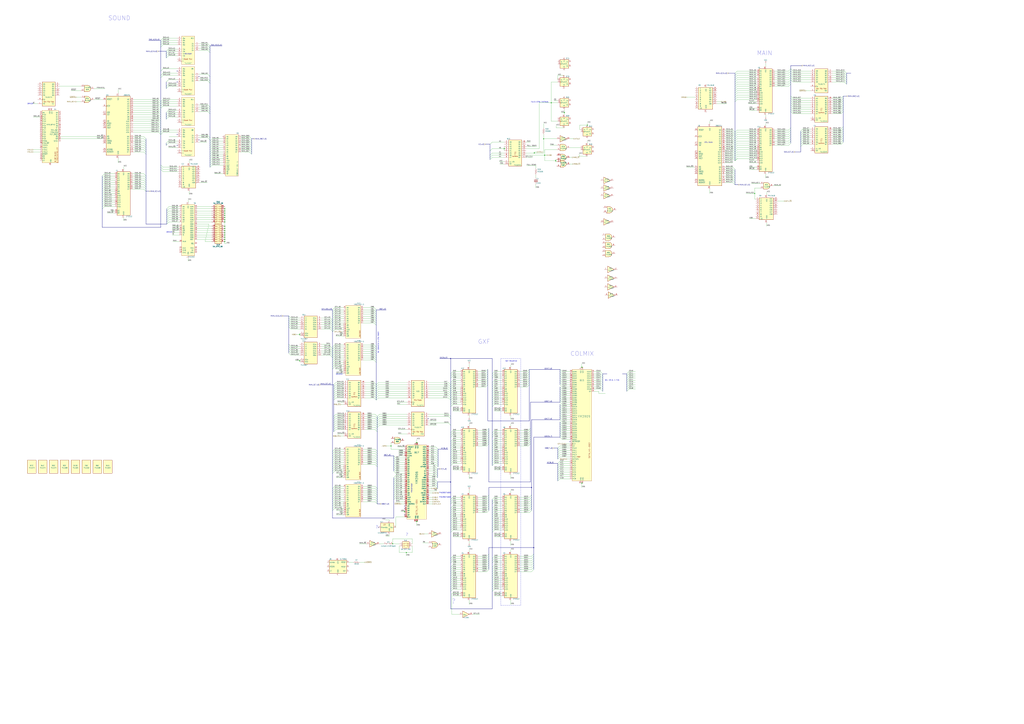
<source format=kicad_sch>
(kicad_sch (version 20211123) (generator eeschema)
  (paper "A0")
  (junction (at 876.3 224.79))
  (junction (at 483.87 605.79))
  (junction (at 483.87 514.35))
  (junction (at 260.985 275.59))
  (junction (at 260.985 252.73))
  (junction (at 260.985 257.81))
  (junction (at 347.98 388.62))
  (junction (at 631.19 161.29))
  (junction (at 260.985 270.51))
  (junction (at 523.24 416.56))
  (junction (at 260.985 242.57))
  (junction (at 655.32 130.81))
  (junction (at 260.985 278.13))
  (junction (at 260.985 280.67))
  (junction (at 260.985 245.11))
  (junction (at 632.46 180.34))
  (junction (at 617.22 566.42))
  (junction (at 260.985 273.05))
  (junction (at 260.985 250.19))
  (junction (at 471.805 641.985))
  (junction (at 523.24 560.07))
  (junction (at 620.395 177.8))
  (junction (at 260.985 255.27))
  (junction (at 260.985 262.89))
  (junction (at 640.08 119.38))
  (junction (at 675.64 426.72))
  (junction (at 675.64 561.34))
  (junction (at 619.76 636.27))
  (junction (at 454.025 518.16))
  (junction (at 260.985 247.65))
  (junction (at 347.98 419.1))
  (junction (at 469.9 594.36))
  (junction (at 585.47 172.72))
  (junction (at 260.985 265.43))
  (junction (at 260.985 267.97))
  (junction (at 645.16 186.69))
  (junction (at 681.99 145.415))
  (junction (at 455.93 631.825))
  (no_connect (at 469.9 588.01))
  (no_connect (at 439.42 612.775))
  (no_connect (at 205.74 156.21))
  (no_connect (at 205.74 82.55))
  (no_connect (at 661.67 513.08))
  (no_connect (at 231.14 162.56))
  (no_connect (at 497.205 486.41))
  (no_connect (at 497.84 575.31))
  (no_connect (at 469.9 598.17))
  (no_connect (at 469.9 590.55))
  (no_connect (at 205.74 168.91))
  (no_connect (at 231.14 88.9))
  (no_connect (at 205.74 95.25))
  (bus_entry (at 459.74 547.37) (size -2.54 -2.54))
  (bus_entry (at 386.08 379.73) (size -2.54 -2.54))
  (bus_entry (at 929.64 152.4) (size 2.54 -2.54))
  (bus_entry (at 612.14 447.04) (size 2.54 -2.54))
  (bus_entry (at 976.63 129.54) (size 2.54 -2.54))
  (bus_entry (at 647.7 546.1) (size 2.54 -2.54))
  (bus_entry (at 565.15 510.54) (size 2.54 -2.54))
  (bus_entry (at 920.75 85.09) (size -2.54 -2.54))
  (bus_entry (at 523.24 676.91) (size 2.54 -2.54))
  (bus_entry (at 523.24 610.87) (size 2.54 -2.54))
  (bus_entry (at 196.215 257.81) (size -2.54 2.54))
  (bus_entry (at 565.15 582.93) (size 2.54 -2.54))
  (bus_entry (at 976.63 165.1) (size 2.54 -2.54))
  (bus_entry (at 571.5 505.46) (size 2.54 -2.54))
  (bus_entry (at 918.21 124.46) (size 2.54 2.54))
  (bus_entry (at 850.9 158.75) (size 2.54 2.54))
  (bus_entry (at 289.56 166.37) (size 2.54 2.54))
  (bus_entry (at 571.5 472.44) (size 2.54 -2.54))
  (bus_entry (at 243.84 176.53) (size 2.54 -2.54))
  (bus_entry (at 853.44 181.61) (size 2.54 -2.54))
  (bus_entry (at 520.7 462.28) (size 2.54 2.54))
  (bus_entry (at 612.14 436.88) (size 2.54 -2.54))
  (bus_entry (at 915.67 163.83) (size 2.54 -2.54))
  (bus_entry (at 853.44 186.69) (size 2.54 -2.54))
  (bus_entry (at 853.44 118.11) (size 2.54 -2.54))
  (bus_entry (at 435.61 486.41) (size 2.54 2.54))
  (bus_entry (at 435.61 488.95) (size 2.54 2.54))
  (bus_entry (at 523.24 444.5) (size 2.54 -2.54))
  (bus_entry (at 918.21 111.76) (size 2.54 2.54))
  (bus_entry (at 976.63 152.4) (size 2.54 -2.54))
  (bus_entry (at 571.5 593.09) (size 2.54 -2.54))
  (bus_entry (at 647.7 538.48) (size 2.54 -2.54))
  (bus_entry (at 435.61 570.23) (size 2.54 2.54))
  (bus_entry (at 436.88 462.28) (size 2.54 -2.54))
  (bus_entry (at 523.24 472.44) (size 2.54 -2.54))
  (bus_entry (at 523.24 434.34) (size 2.54 -2.54))
  (bus_entry (at 565.15 508) (size 2.54 -2.54))
  (bus_entry (at 186.69 123.19) (size 2.54 -2.54))
  (bus_entry (at 386.08 367.665) (size 2.54 -2.54))
  (bus_entry (at 929.64 165.1) (size 2.54 -2.54))
  (bus_entry (at 915.67 92.71) (size 2.54 -2.54))
  (bus_entry (at 435.61 567.69) (size 2.54 2.54))
  (bus_entry (at 167.005 168.91) (size 2.54 2.54))
  (bus_entry (at 565.15 505.46) (size 2.54 -2.54))
  (bus_entry (at 523.24 669.29) (size 2.54 -2.54))
  (bus_entry (at 850.9 199.39) (size 2.54 2.54))
  (bus_entry (at 459.74 549.91) (size -2.54 -2.54))
  (bus_entry (at 850.9 207.01) (size 2.54 2.54))
  (bus_entry (at 652.78 457.2) (size -2.54 -2.54))
  (bus_entry (at 571.5 615.95) (size 2.54 -2.54))
  (bus_entry (at 523.24 452.12) (size -2.54 -2.54))
  (bus_entry (at 652.78 467.36) (size -2.54 -2.54))
  (bus_entry (at 571.5 618.49) (size 2.54 -2.54))
  (bus_entry (at 243.84 168.91) (size 2.54 -2.54))
  (bus_entry (at 853.44 184.15) (size 2.54 -2.54))
  (bus_entry (at 563.88 444.5) (size 2.54 -2.54))
  (bus_entry (at 571.5 541.02) (size 2.54 -2.54))
  (bus_entry (at 523.24 535.94) (size 2.54 -2.54))
  (bus_entry (at 335.28 410.21) (size 2.54 2.54))
  (bus_entry (at 571.5 603.25) (size 2.54 -2.54))
  (bus_entry (at 508 560.07) (size -2.54 -2.54))
  (bus_entry (at 386.08 542.29) (size 2.54 -2.54))
  (bus_entry (at 386.08 405.765) (size 2.54 -2.54))
  (bus_entry (at 243.84 166.37) (size 2.54 -2.54))
  (bus_entry (at 523.24 515.62) (size 2.54 -2.54))
  (bus_entry (at 508.635 534.67) (size -2.54 -2.54))
  (bus_entry (at 571.5 648.97) (size 2.54 -2.54))
  (bus_entry (at 614.68 577.85) (size 2.54 -2.54))
  (bus_entry (at 523.24 467.36) (size 2.54 -2.54))
  (bus_entry (at 459.74 544.83) (size -2.54 -2.54))
  (bus_entry (at 853.44 176.53) (size 2.54 -2.54))
  (bus_entry (at 976.63 132.08) (size 2.54 -2.54))
  (bus_entry (at 435.61 575.31) (size 2.54 2.54))
  (bus_entry (at 386.08 529.59) (size 2.54 -2.54))
  (bus_entry (at 850.9 176.53) (size 2.54 2.54))
  (bus_entry (at 435.61 524.51) (size 2.54 2.54))
  (bus_entry (at 652.78 500.38) (size -2.54 -2.54))
  (bus_entry (at 435.61 532.13) (size 2.54 2.54))
  (bus_entry (at 571.5 661.67) (size 2.54 -2.54))
  (bus_entry (at 383.54 402.59) (size 2.54 2.54))
  (bus_entry (at 383.54 407.67) (size 2.54 2.54))
  (bus_entry (at 383.54 405.13) (size 2.54 2.54))
  (bus_entry (at 383.54 410.21) (size 2.54 2.54))
  (bus_entry (at 383.54 412.75) (size 2.54 2.54))
  (bus_entry (at 435.61 537.21) (size 2.54 2.54))
  (bus_entry (at 613.41 513.08) (size 2.54 -2.54))
  (bus_entry (at 613.41 515.62) (size 2.54 -2.54))
  (bus_entry (at 386.08 549.91) (size 2.54 -2.54))
  (bus_entry (at 915.67 85.09) (size 2.54 -2.54))
  (bus_entry (at 915.67 156.21) (size 2.54 -2.54))
  (bus_entry (at 523.24 671.83) (size 2.54 -2.54))
  (bus_entry (at 730.25 444.5) (size -2.54 2.54))
  (bus_entry (at 915.67 166.37) (size 2.54 -2.54))
  (bus_entry (at 184.15 123.19) (size 2.54 2.54))
  (bus_entry (at 915.67 87.63) (size 2.54 -2.54))
  (bus_entry (at 387.35 459.74) (size 2.54 -2.54))
  (bus_entry (at 647.7 553.72) (size 2.54 -2.54))
  (bus_entry (at 565.15 656.59) (size 2.54 -2.54))
  (bus_entry (at 850.9 184.15) (size 2.54 2.54))
  (bus_entry (at 508 562.61) (size -2.54 -2.54))
  (bus_entry (at 195.58 135.89) (size -2.54 2.54))
  (bus_entry (at 918.21 129.54) (size 2.54 2.54))
  (bus_entry (at 457.2 575.31) (size 2.54 -2.54))
  (bus_entry (at 387.35 486.41) (size 2.54 -2.54))
  (bus_entry (at 976.63 149.86) (size 2.54 -2.54))
  (bus_entry (at 289.56 176.53) (size 2.54 2.54))
  (bus_entry (at 652.78 485.14) (size -2.54 -2.54))
  (bus_entry (at 652.78 508) (size -2.54 -2.54))
  (bus_entry (at 184.15 125.73) (size 2.54 2.54))
  (bus_entry (at 523.24 684.53) (size 2.54 -2.54))
  (bus_entry (at 387.35 447.04) (size 2.54 -2.54))
  (bus_entry (at 565.15 580.39) (size 2.54 -2.54))
  (bus_entry (at 571.5 598.17) (size 2.54 -2.54))
  (bus_entry (at 850.9 201.93) (size 2.54 2.54))
  (bus_entry (at 565.15 590.55) (size 2.54 -2.54))
  (bus_entry (at 730.25 436.88) (size -2.54 2.54))
  (bus_entry (at 571.5 585.47) (size 2.54 -2.54))
  (bus_entry (at 617.22 646.43) (size 2.54 -2.54))
  (bus_entry (at 386.08 421.005) (size 2.54 -2.54))
  (bus_entry (at 457.2 580.39) (size 2.54 -2.54))
  (bus_entry (at 189.23 194.31) (size -2.54 -2.54))
  (bus_entry (at 386.08 588.01) (size 2.54 -2.54))
  (bus_entry (at 434.34 357.505) (size 2.54 2.54))
  (bus_entry (at 520.7 483.87) (size 2.54 2.54))
  (bus_entry (at 434.34 457.2) (size 2.54 2.54))
  (bus_entry (at 652.78 434.34) (size -2.54 -2.54))
  (bus_entry (at 523.24 452.12) (size 2.54 -2.54))
  (bus_entry (at 571.5 449.58) (size 2.54 -2.54))
  (bus_entry (at 571.5 525.78) (size 2.54 -2.54))
  (bus_entry (at 440.69 491.49) (size -2.54 2.54))
  (bus_entry (at 571.5 674.37) (size 2.54 -2.54))
  (bus_entry (at 386.08 570.23) (size 2.54 -2.54))
  (bus_entry (at 508 565.15) (size -2.54 -2.54))
  (bus_entry (at 440.69 488.95) (size -2.54 2.54))
  (bus_entry (at 386.08 426.085) (size 2.54 -2.54))
  (bus_entry (at 853.44 166.37) (size 2.54 -2.54))
  (bus_entry (at 614.68 595.63) (size 2.54 -2.54))
  (bus_entry (at 850.9 209.55) (size 2.54 2.54))
  (bus_entry (at 241.3 121.92) (size 2.54 2.54))
  (bus_entry (at 241.3 91.44) (size 2.54 2.54))
  (bus_entry (at 241.3 86.36) (size 2.54 2.54))
  (bus_entry (at 241.3 93.98) (size 2.54 2.54))
  (bus_entry (at 565.15 513.08) (size 2.54 -2.54))
  (bus_entry (at 386.08 534.67) (size 2.54 -2.54))
  (bus_entry (at 184.15 133.35) (size 2.54 2.54))
  (bus_entry (at 565.15 515.62) (size 2.54 -2.54))
  (bus_entry (at 435.61 527.05) (size 2.54 2.54))
  (bus_entry (at 167.005 217.17) (size 2.54 2.54))
  (bus_entry (at 386.08 537.21) (size 2.54 -2.54))
  (bus_entry (at 565.15 654.05) (size 2.54 -2.54))
  (bus_entry (at 241.3 55.88) (size 2.54 2.54))
  (bus_entry (at 571.5 467.36) (size 2.54 -2.54))
  (bus_entry (at 850.9 212.09) (size 2.54 2.54))
  (bus_entry (at 571.5 447.04) (size 2.54 -2.54))
  (bus_entry (at 617.22 651.51) (size 2.54 -2.54))
  (bus_entry (at 565.15 646.43) (size 2.54 -2.54))
  (bus_entry (at 850.9 153.67) (size 2.54 2.54))
  (bus_entry (at 243.84 173.99) (size 2.54 -2.54))
  (bus_entry (at 976.63 154.94) (size 2.54 -2.54))
  (bus_entry (at 241.3 58.42) (size 2.54 2.54))
  (bus_entry (at 386.08 572.77) (size 2.54 -2.54))
  (bus_entry (at 571.5 533.4) (size 2.54 -2.54))
  (bus_entry (at 523.24 541.02) (size 2.54 -2.54))
  (bus_entry (at 730.25 449.58) (size -2.54 2.54))
  (bus_entry (at 523.24 528.32) (size 2.54 -2.54))
  (bus_entry (at 118.745 240.03) (size 2.54 -2.54))
  (bus_entry (at 850.9 173.99) (size 2.54 2.54))
  (bus_entry (at 435.61 572.77) (size 2.54 2.54))
  (bus_entry (at 386.08 380.365) (size 2.54 -2.54))
  (bus_entry (at 386.08 408.305) (size 2.54 -2.54))
  (bus_entry (at 523.24 679.45) (size 2.54 -2.54))
  (bus_entry (at 850.9 204.47) (size 2.54 2.54))
  (bus_entry (at 434.34 418.465) (size 2.54 2.54))
  (bus_entry (at 652.78 472.44) (size -2.54 -2.54))
  (bus_entry (at 652.78 510.54) (size -2.54 -2.54))
  (bus_entry (at 929.64 162.56) (size 2.54 -2.54))
  (bus_entry (at 118.745 224.79) (size 2.54 -2.54))
  (bus_entry (at 523.24 661.67) (size 2.54 -2.54))
  (bus_entry (at 523.24 462.28) (size 2.54 -2.54))
  (bus_entry (at 440.69 481.33) (size -2.54 2.54))
  (bus_entry (at 976.63 116.84) (size 2.54 -2.54))
  (bus_entry (at 915.67 158.75) (size 2.54 -2.54))
  (bus_entry (at 387.35 449.58) (size 2.54 -2.54))
  (bus_entry (at 440.69 483.87) (size -2.54 2.54))
  (bus_entry (at 563.88 434.34) (size 2.54 -2.54))
  (bus_entry (at 730.25 431.8) (size -2.54 2.54))
  (bus_entry (at 652.78 431.8) (size -2.54 -2.54))
  (bus_entry (at 647.7 530.86) (size 2.54 -2.54))
  (bus_entry (at 853.44 105.41) (size 2.54 -2.54))
  (bus_entry (at 241.3 127) (size 2.54 2.54))
  (bus_entry (at 184.15 151.13) (size 2.54 2.54))
  (bus_entry (at 853.44 85.09) (size 2.54 -2.54))
  (bus_entry (at 335.28 374.65) (size 2.54 2.54))
  (bus_entry (at 189.23 196.85) (size -2.54 -2.54))
  (bus_entry (at 387.35 501.65) (size 2.54 -2.54))
  (bus_entry (at 976.63 167.64) (size 2.54 -2.54))
  (bus_entry (at 508.635 521.97) (size -2.54 -2.54))
  (bus_entry (at 243.84 163.83) (size 2.54 -2.54))
  (bus_entry (at 853.44 163.83) (size 2.54 -2.54))
  (bus_entry (at 335.28 400.05) (size 2.54 2.54))
  (bus_entry (at 571.5 679.45) (size 2.54 -2.54))
  (bus_entry (at 565.15 593.09) (size 2.54 -2.54))
  (bus_entry (at 335.28 402.59) (size 2.54 2.54))
  (bus_entry (at 980.44 90.17) (size 2.54 2.54))
  (bus_entry (at 918.21 87.63) (size 2.54 2.54))
  (bus_entry (at 652.78 495.3) (size -2.54 -2.54))
  (bus_entry (at 697.23 436.88) (size 2.54 2.54))
  (bus_entry (at 457.2 567.69) (size 2.54 -2.54))
  (bus_entry (at 853.44 110.49) (size 2.54 -2.54))
  (bus_entry (at 434.34 408.305) (size 2.54 2.54))
  (bus_entry (at 614.68 580.39) (size 2.54 -2.54))
  (bus_entry (at 387.35 452.12) (size 2.54 -2.54))
  (bus_entry (at 613.41 502.92) (size 2.54 -2.54))
  (bus_entry (at 853.44 161.29) (size 2.54 -2.54))
  (bus_entry (at 565.15 595.63) (size 2.54 -2.54))
  (bus_entry (at 436.88 464.82) (size 2.54 -2.54))
  (bus_entry (at 730.25 447.04) (size -2.54 2.54))
  (bus_entry (at 435.61 565.15) (size 2.54 2.54))
  (bus_entry (at 565.15 577.85) (size 2.54 -2.54))
  (bus_entry (at 434.34 375.285) (size 2.54 2.54))
  (bus_entry (at 647.7 523.24) (size 2.54 -2.54))
  (bus_entry (at 167.005 207.01) (size 2.54 2.54))
  (bus_entry (at 850.9 181.61) (size 2.54 2.54))
  (bus_entry (at 434.34 372.745) (size 2.54 2.54))
  (bus_entry (at 571.5 613.41) (size 2.54 -2.54))
  (bus_entry (at 184.15 118.11) (size 2.54 2.54))
  (bus_entry (at 571.5 605.79) (size 2.54 -2.54))
  (bus_entry (at 647.7 558.8) (size 2.54 -2.54))
  (bus_entry (at 184.15 135.89) (size 2.54 2.54))
  (bus_entry (at 853.44 156.21) (size 2.54 -2.54))
  (bus_entry (at 614.68 593.09) (size 2.54 -2.54))
  (bus_entry (at 850.9 161.29) (size 2.54 2.54))
  (bus_entry (at 435.61 580.39) (size 2.54 2.54))
  (bus_entry (at 435.61 534.67) (size 2.54 2.54))
  (bus_entry (at 613.41 518.16) (size 2.54 -2.54))
  (bus_entry (at 853.44 113.03) (size 2.54 -2.54))
  (bus_entry (at 652.78 487.68) (size -2.54 -2.54))
  (bus_entry (at 434.34 444.5) (size 2.54 2.54))
  (bus_entry (at 523.24 469.9) (size 2.54 -2.54))
  (bus_entry (at 853.44 158.75) (size 2.54 -2.54))
  (bus_entry (at 436.88 457.2) (size 2.54 -2.54))
  (bus_entry (at 386.08 532.13) (size 2.54 -2.54))
  (bus_entry (at 647.7 533.4) (size 2.54 -2.54))
  (bus_entry (at 241.3 124.46) (size 2.54 2.54))
  (bus_entry (at 436.88 452.12) (size 2.54 -2.54))
  (bus_entry (at 652.78 482.6) (size -2.54 -2.54))
  (bus_entry (at 523.24 439.42) (size 2.54 -2.54))
  (bus_entry (at 523.24 666.75) (size 2.54 -2.54))
  (bus_entry (at 612.14 439.42) (size 2.54 -2.54))
  (bus_entry (at 387.35 499.11) (size 2.54 -2.54))
  (bus_entry (at 918.21 116.84) (size 2.54 2.54))
  (bus_entry (at 243.84 181.61) (size 2.54 -2.54))
  (bus_entry (at 387.35 457.2) (size 2.54 -2.54))
  (bus_entry (at 647.7 528.32) (size 2.54 -2.54))
  (bus_entry (at 459.74 532.13) (size -2.54 -2.54))
  (bus_entry (at 571.5 520.7) (size 2.54 -2.54))
  (bus_entry (at 571.5 590.55) (size 2.54 -2.54))
  (bus_entry (at 613.41 505.46) (size 2.54 -2.54))
  (bus_entry (at 435.61 481.33) (size 2.54 2.54))
  (bus_entry (at 434.34 459.74) (size 2.54 2.54))
  (bus_entry (at 571.5 454.66) (size 2.54 -2.54))
  (bus_entry (at 571.5 457.2) (size 2.54 -2.54))
  (bus_entry (at 565.15 500.38) (size 2.54 -2.54))
  (bus_entry (at 508.635 529.59) (size -2.54 -2.54))
  (bus_entry (at 523.24 518.16) (size 2.54 -2.54))
  (bus_entry (at 915.67 153.67) (size 2.54 -2.54))
  (bus_entry (at 915.67 168.91) (size 2.54 -2.54))
  (bus_entry (at 918.21 121.92) (size 2.54 2.54))
  (bus_entry (at 386.08 585.47) (size 2.54 -2.54))
  (bus_entry (at 167.005 212.09) (size 2.54 2.54))
  (bus_entry (at 434.34 449.58) (size 2.54 2.54))
  (bus_entry (at 436.88 447.04) (size 2.54 -2.54))
  (bus_entry (at 386.08 415.925) (size 2.54 -2.54))
  (bus_entry (at 189.23 199.39) (size -2.54 -2.54))
  (bus_entry (at 853.44 100.33) (size 2.54 -2.54))
  (bus_entry (at 459.74 534.67) (size -2.54 -2.54))
  (bus_entry (at 976.63 157.48) (size 2.54 -2.54))
  (bus_entry (at 436.88 449.58) (size 2.54 -2.54))
  (bus_entry (at 915.67 82.55) (size 2.54 -2.54))
  (bus_entry (at 523.24 681.99) (size 2.54 -2.54))
  (bus_entry (at 697.23 439.42) (size 2.54 2.54))
  (bus_entry (at 386.08 385.445) (size 2.54 -2.54))
  (bus_entry (at 523.24 659.13) (size 2.54 -2.54))
  (bus_entry (at 335.28 379.73) (size 2.54 2.54))
  (bus_entry (at 435.61 582.93) (size 2.54 2.54))
  (bus_entry (at 118.745 232.41) (size 2.54 -2.54))
  (bus_entry (at 612.14 449.58) (size 2.54 -2.54))
  (bus_entry (at 186.69 82.55) (size 2.54 -2.54))
  (bus_entry (at 186.69 118.11) (size 2.54 -2.54))
  (bus_entry (at 186.69 87.63) (size 2.54 -2.54))
  (bus_entry (at 186.69 90.17) (size 2.54 -2.54))
  (bus_entry (at 289.56 158.75) (size 2.54 2.54))
  (bus_entry (at 647.7 520.7) (size 2.54 -2.54))
  (bus_entry (at 434.34 415.925) (size 2.54 2.54))
  (bus_entry (at 335.28 372.11) (size 2.54 2.54))
  (bus_entry (at 435.61 491.49) (size 2.54 2.54))
  (bus_entry (at 434.34 403.225) (size 2.54 2.54))
  (bus_entry (at 184.15 120.65) (size 2.54 2.54))
  (bus_entry (at 184.15 128.27) (size 2.54 2.54))
  (bus_entry (at 386.08 370.205) (size 2.54 -2.54))
  (bus_entry (at 647.7 548.64) (size 2.54 -2.54))
  (bus_entry (at 241.3 53.34) (size 2.54 2.54))
  (bus_entry (at 508.635 539.75) (size -2.54 -2.54))
  (bus_entry (at 523.24 687.07) (size 2.54 -2.54))
  (bus_entry (at 571.5 464.82) (size 2.54 -2.54))
  (bus_entry (at 435.61 499.11) (size 2.54 2.54))
  (bus_entry (at 184.15 146.05) (size 2.54 2.54))
  (bus_entry (at 523.24 447.04) (size 2.54 -2.54))
  (bus_entry (at 697.23 434.34) (size 2.54 2.54))
  (bus_entry (at 571.5 513.08) (size 2.54 -2.54))
  (bus_entry (at 612.14 431.8) (size 2.54 -2.54))
  (bus_entry (at 853.44 95.25) (size 2.54 -2.54))
  (bus_entry (at 383.54 369.57) (size 2.54 2.54))
  (bus_entry (at 387.35 483.87) (size 2.54 -2.54))
  (bus_entry (at 118.745 204.47) (size 2.54 -2.54))
  (bus_entry (at 563.88 439.42) (size 2.54 -2.54))
  (bus_entry (at 850.9 168.91) (size 2.54 2.54))
  (bus_entry (at 571.5 580.39) (size 2.54 -2.54))
  (bus_entry (at 457.2 565.15) (size 2.54 -2.54))
  (bus_entry (at 652.78 497.84) (size -2.54 -2.54))
  (bus_entry (at 571.5 684.53) (size 2.54 -2.54))
  (bus_entry (at 730.25 441.96) (size -2.54 2.54))
  (bus_entry (at 929.64 154.94) (size 2.54 -2.54))
  (bus_entry (at 523.24 530.86) (size 2.54 -2.54))
  (bus_entry (at 523.24 457.2) (size -2.54 -2.54))
  (bus_entry (at 920.75 87.63) (size -2.54 -2.54))
  (bus_entry (at 523.24 582.93) (size 2.54 -2.54))
  (bus_entry (at 565.15 659.13) (size 2.54 -2.54))
  (bus_entry (at 853.44 107.95) (size 2.54 -2.54))
  (bus_entry (at 565.15 588.01) (size 2.54 -2.54))
  (bus_entry (at 915.67 161.29) (size 2.54 -2.54))
  (bus_entry (at 243.84 189.23) (size 2.54 -2.54))
  (bus_entry (at 850.9 151.13) (size 2.54 2.54))
  (bus_entry (at 652.78 436.88) (size -2.54 -2.54))
  (bus_entry (at 614.68 588.01) (size 2.54 -2.54))
  (bus_entry (at 457.2 554.99) (size 2.54 -2.54))
  (bus_entry (at 387.35 462.28) (size 2.54 -2.54))
  (bus_entry (at 523.24 436.88) (size 2.54 -2.54))
  (bus_entry (at 508.635 524.51) (size -2.54 -2.54))
  (bus_entry (at 976.63 114.3) (size 2.54 -2.54))
  (bus_entry (at 289.56 163.83) (size 2.54 2.54))
  (bus_entry (at 289.56 171.45) (size 2.54 2.54))
  (bus_entry (at 617.22 664.21) (size 2.54 -2.54))
  (bus_entry (at 196.215 250.19) (size -2.54 2.54))
  (bus_entry (at 614.68 585.47) (size 2.54 -2.54))
  (bus_entry (at 457.2 557.53) (size 2.54 -2.54))
  (bus_entry (at 697.23 444.5) (size 2.54 2.54))
  (bus_entry (at 386.08 362.585) (size 2.54 -2.54))
  (bus_entry (at 436.88 454.66) (size 2.54 -2.54))
  (bus_entry (at 697.23 449.58) (size 2.54 2.54))
  (bus_entry (at 505.46 544.83) (size 2.54 2.54))
  (bus_entry (at 505.46 547.37) (size 2.54 2.54))
  (bus_entry (at 505.46 549.91) (size 2.54 2.54))
  (bus_entry (at 505.46 552.45) (size 2.54 2.54))
  (bus_entry (at 523.24 603.25) (size 2.54 -2.54))
  (bus_entry (at 508.635 527.05) (size -2.54 -2.54))
  (bus_entry (at 652.78 452.12) (size -2.54 -2.54))
  (bus_entry (at 184.15 153.67) (size 2.54 2.54))
  (bus_entry (at 980.44 87.63) (size 2.54 2.54))
  (bus_entry (at 850.9 171.45) (size 2.54 2.54))
  (bus_entry (at 118.745 212.09) (size 2.54 -2.54))
  (bus_entry (at 193.04 59.69) (size 2.54 -2.54))
  (bus_entry (at 193.04 62.23) (size 2.54 -2.54))
  (bus_entry (at 193.04 64.77) (size 2.54 -2.54))
  (bus_entry (at 193.04 67.31) (size 2.54 -2.54))
  (bus_entry (at 167.005 173.99) (size 2.54 2.54))
  (bus_entry (at 118.745 227.33) (size 2.54 -2.54))
  (bus_entry (at 730.25 439.42) (size -2.54 2.54))
  (bus_entry (at 386.08 365.125) (size 2.54 -2.54))
  (bus_entry (at 118.745 214.63) (size 2.54 -2.54))
  (bus_entry (at 571.5 608.33) (size 2.54 -2.54))
  (bus_entry (at 435.61 577.85) (size 2.54 2.54))
  (bus_entry (at 434.34 400.685) (size 2.54 2.54))
  (bus_entry (at 571.5 459.74) (size 2.54 -2.54))
  (bus_entry (at 523.24 593.09) (size 2.54 -2.54))
  (bus_entry (at 167.005 176.53) (size 2.54 2.54))
  (bus_entry (at 571.5 515.62) (size 2.54 -2.54))
  (bus_entry (at 167.005 161.29) (size 2.54 2.54))
  (bus_entry (at 571.5 582.93) (size 2.54 -2.54))
  (bus_entry (at 386.08 590.55) (size 2.54 -2.54))
  (bus_entry (at 523.24 449.58) (size -2.54 -2.54))
  (bus_entry (at 918.21 114.3) (size 2.54 2.54))
  (bus_entry (at 193.04 166.37) (size 2.54 -2.54))
  (bus_entry (at 193.04 168.91) (size 2.54 -2.54))
  (bus_entry (at 850.9 163.83) (size 2.54 2.54))
  (bus_entry (at 386.08 582.93) (size 2.54 -2.54))
  (bus_entry (at 571.5 439.42) (size 2.54 -2.54))
  (bus_entry (at 118.745 209.55) (size 2.54 -2.54))
  (bus_entry (at 196.215 242.57) (size -2.54 2.54))
  (bus_entry (at 976.63 119.38) (size 2.54 -2.54))
  (bus_entry (at 697.23 447.04) (size 2.54 2.54))
  (bus_entry (at 167.005 204.47) (size 2.54 2.54))
  (bus_entry (at 980.44 92.71) (size 2.54 2.54))
  (bus_entry (at 167.005 171.45) (size 2.54 2.54))
  (bus_entry (at 697.23 431.8) (size 2.54 2.54))
  (bus_entry (at 459.74 537.21) (size -2.54 -2.54))
  (bus_entry (at 435.61 539.75) (size 2.54 2.54))
  (bus_entry (at 565.15 502.92) (size 2.54 -2.54))
  (bus_entry (at 196.215 245.11) (size -2.54 2.54))
  (bus_entry (at 652.78 502.92) (size -2.54 -2.54))
  (bus_entry (at 647.7 551.18) (size 2.54 -2.54))
  (bus_entry (at 386.08 410.845) (size 2.54 -2.54))
  (bus_entry (at 386.08 423.545) (size 2.54 -2.54))
  (bus_entry (at 118.745 229.87) (size 2.54 -2.54))
  (bus_entry (at 241.3 50.8) (size 2.54 2.54))
  (bus_entry (at 243.84 171.45) (size 2.54 -2.54))
  (bus_entry (at 167.005 163.83) (size 2.54 2.54))
  (bus_entry (at 920.75 82.55) (size -2.54 -2.54))
  (bus_entry (at 918.21 119.38) (size 2.54 2.54))
  (bus_entry (at 335.28 367.03) (size 2.54 2.54))
  (bus_entry (at 118.745 222.25) (size 2.54 -2.54))
  (bus_entry (at 508.635 537.21) (size -2.54 -2.54))
  (bus_entry (at 571.5 610.87) (size 2.54 -2.54))
  (bus_entry (at 289.56 168.91) (size 2.54 2.54))
  (bus_entry (at 850.9 156.21) (size 2.54 2.54))
  (bus_entry (at 457.2 562.61) (size 2.54 -2.54))
  (bus_entry (at 387.35 496.57) (size 2.54 -2.54))
  (bus_entry (at 850.9 196.85) (size 2.54 2.54))
  (bus_entry (at 118.745 234.95) (size 2.54 -2.54))
  (bus_entry (at 614.68 582.93) (size 2.54 -2.54))
  (bus_entry (at 434.34 370.205) (size 2.54 2.54))
  (bus_entry (at 853.44 186.69) (size 2.54 -2.54))
  (bus_entry (at 435.61 494.03) (size 2.54 2.54))
  (bus_entry (at 915.67 95.25) (size 2.54 -2.54))
  (bus_entry (at 571.5 444.5) (size 2.54 -2.54))
  (bus_entry (at 617.22 654.05) (size 2.54 -2.54))
  (bus_entry (at 571.5 523.24) (size 2.54 -2.54))
  (bus_entry (at 617.22 656.59) (size 2.54 -2.54))
  (bus_entry (at 571.5 654.05) (size 2.54 -2.54))
  (bus_entry (at 335.28 377.19) (size 2.54 2.54))
  (bus_entry (at 184.15 138.43) (size 2.54 2.54))
  (bus_entry (at 523.24 502.92) (size 2.54 -2.54))
  (bus_entry (at 386.08 382.27) (size -2.54 -2.54))
  (bus_entry (at 386.08 544.83) (size 2.54 -2.54))
  (bus_entry (at 196.215 240.03) (size -2.54 2.54))
  (bus_entry (at 571.5 676.91) (size 2.54 -2.54))
  (bus_entry (at 730.25 434.34) (size -2.54 2.54))
  (bus_entry (at 186.69 156.21) (size 2.54 -2.54))
  (bus_entry (at 186.69 153.67) (size 2.54 -2.54))
  (bus_entry (at 915.67 90.17) (size 2.54 -2.54))
  (bus_entry (at 386.08 428.625) (size 2.54 -2.54))
  (bus_entry (at 523.24 454.66) (size 2.54 -2.54))
  (bus_entry (at 243.84 186.69) (size 2.54 -2.54))
  (bus_entry (at 853.44 153.67) (size 2.54 -2.54))
  (bus_entry (at 571.5 666.75) (size 2.54 -2.54))
  (bus_entry (at 167.005 166.37) (size 2.54 2.54))
  (bus_entry (at 241.3 160.02) (size 2.54 2.54))
  (bus_entry (at 241.3 157.48) (size 2.54 2.54))
  (bus_entry (at 386.08 403.225) (size 2.54 -2.54))
  (bus_entry (at 184.15 115.57) (size 2.54 2.54))
  (bus_entry (at 571.5 535.94) (size 2.54 -2.54))
  (bus_entry (at 571.5 538.48) (size 2.54 -2.54))
  (bus_entry (at 243.84 191.77) (size 2.54 -2.54))
  (bus_entry (at 617.22 661.67) (size 2.54 -2.54))
  (bus_entry (at 523.24 513.08) (size 2.54 -2.54))
  (bus_entry (at 571.5 671.83) (size 2.54 -2.54))
  (bus_entry (at 652.78 462.28) (size -2.54 -2.54))
  (bus_entry (at 976.63 162.56) (size 2.54 -2.54))
  (bus_entry (at 434.34 413.385) (size 2.54 2.54))
  (bus_entry (at 386.08 360.045) (size 2.54 -2.54))
  (bus_entry (at 189.23 49.53) (size -2.54 2.54))
  (bus_entry (at 853.44 97.79) (size 2.54 -2.54))
  (bus_entry (at 387.35 464.82) (size 2.54 -2.54))
  (bus_entry (at 652.78 480.06) (size -2.54 -2.54))
  (bus_entry (at 520.7 491.49) (size 2.54 2.54))
  (bus_entry (at 612.14 434.34) (size 2.54 -2.54))
  (bus_entry (at 435.61 483.87) (size 2.54 2.54))
  (bus_entry (at 386.08 372.745) (size 2.54 -2.54))
  (bus_entry (at 568.96 167.64) (size 2.54 -2.54))
  (bus_entry (at 652.78 469.9) (size -2.54 -2.54))
  (bus_entry (at 435.61 521.97) (size 2.54 2.54))
  (bus_entry (at 571.5 172.72) (size -2.54 2.54))
  (bus_entry (at 652.78 505.46) (size -2.54 -2.54))
  (bus_entry (at 440.69 494.03) (size -2.54 2.54))
  (bus_entry (at 523.24 595.63) (size 2.54 -2.54))
  (bus_entry (at 189.23 46.99) (size -2.54 2.54))
  (bus_entry (at 523.24 464.82) (size 2.54 -2.54))
  (bus_entry (at 386.08 382.905) (size 2.54 -2.54))
  (bus_entry (at 929.64 170.18) (size 2.54 -2.54))
  (bus_entry (at 523.24 459.74) (size -2.54 -2.54))
  (bus_entry (at 730.25 452.12) (size -2.54 2.54))
  (bus_entry (at 523.24 615.95) (size 2.54 -2.54))
  (bus_entry (at 387.35 488.95) (size 2.54 -2.54))
  (bus_entry (at 652.78 439.42) (size -2.54 -2.54))
  (bus_entry (at 243.84 184.15) (size 2.54 -2.54))
  (bus_entry (at 386.08 527.05) (size 2.54 -2.54))
  (bus_entry (at 612.14 441.96) (size 2.54 -2.54))
  (bus_entry (at 652.78 449.58) (size -2.54 -2.54))
  (bus_entry (at 613.41 510.54) (size 2.54 -2.54))
  (bus_entry (at 386.08 567.69) (size 2.54 -2.54))
  (bus_entry (at 563.88 436.88) (size 2.54 -2.54))
  (bus_entry (at 386.08 580.39) (size 2.54 -2.54))
  (bus_entry (at 976.63 124.46) (size 2.54 -2.54))
  (bus_entry (at 167.005 209.55) (size 2.54 2.54))
  (bus_entry (at 196.215 252.73) (size -2.54 2.54))
  (bus_entry (at 652.78 454.66) (size -2.54 -2.54))
  (bus_entry (at 523.24 459.74) (size 2.54 -2.54))
  (bus_entry (at 563.88 447.04) (size 2.54 -2.54))
  (bus_entry (at 853.44 179.07) (size 2.54 -2.54))
  (bus_entry (at 118.745 237.49) (size 2.54 -2.54))
  (bus_entry (at 434.34 462.28) (size 2.54 2.54))
  (bus_entry (at 571.5 508) (size 2.54 -2.54))
  (bus_entry (at 241.3 129.54) (size 2.54 2.54))
  (bus_entry (at 853.44 102.87) (size 2.54 -2.54))
  (bus_entry (at 335.28 405.13) (size 2.54 2.54))
  (bus_entry (at 440.69 486.41) (size -2.54 2.54))
  (bus_entry (at 697.23 441.96) (size 2.54 2.54))
  (bus_entry (at 435.61 496.57) (size 2.54 2.54))
  (bus_entry (at 929.64 157.48) (size 2.54 -2.54))
  (bus_entry (at 383.54 374.65) (size 2.54 2.54))
  (bus_entry (at 184.15 130.81) (size 2.54 2.54))
  (bus_entry (at 652.78 447.04) (size -2.54 -2.54))
  (bus_entry (at 118.745 219.71) (size 2.54 -2.54))
  (bus_entry (at 186.69 125.73) (size 2.54 -2.54))
  (bus_entry (at 196.215 255.27) (size -2.54 2.54))
  (bus_entry (at 383.54 372.11) (size 2.54 2.54))
  (bus_entry (at 571.5 462.28) (size 2.54 -2.54))
  (bus_entry (at 617.22 659.13) (size 2.54 -2.54))
  (bus_entry (at 387.35 454.66) (size 2.54 -2.54))
  (bus_entry (at 571.5 651.51) (size 2.54 -2.54))
  (bus_entry (at 387.35 491.49) (size 2.54 -2.54))
  (bus_entry (at 571.5 659.13) (size 2.54 -2.54))
  (bus_entry (at 434.34 405.765) (size 2.54 2.54))
  (bus_entry (at 647.7 543.56) (size 2.54 -2.54))
  (bus_entry (at 435.61 529.59) (size 2.54 2.54))
  (bus_entry (at 850.9 179.07) (size 2.54 2.54))
  (bus_entry (at 565.15 651.51) (size 2.54 -2.54))
  (bus_entry (at 571.5 452.12) (size 2.54 -2.54))
  (bus_entry (at 565.15 664.21) (size 2.54 -2.54))
  (bus_entry (at 976.63 127) (size 2.54 -2.54))
  (bus_entry (at 523.24 664.21) (size 2.54 -2.54))
  (bus_entry (at 853.44 87.63) (size 2.54 -2.54))
  (bus_entry (at 614.68 590.55) (size 2.54 -2.54))
  (bus_entry (at 386.08 524.51) (size 2.54 -2.54))
  (bus_entry (at 186.69 120.65) (size 2.54 -2.54))
  (bus_entry (at 652.78 490.22) (size -2.54 -2.54))
  (bus_entry (at 523.24 605.79) (size 2.54 -2.54))
  (bus_entry (at 523.24 525.78) (size 2.54 -2.54))
  (bus_entry (at 457.2 577.85) (size 2.54 -2.54))
  (bus_entry (at 571.5 669.29) (size 2.54 -2.54))
  (bus_entry (at 167.005 201.93) (size 2.54 2.54))
  (bus_entry (at 520.7 481.33) (size 2.54 2.54))
  (bus_entry (at 434.34 410.845) (size 2.54 2.54))
  (bus_entry (at 167.005 219.71) (size 2.54 2.54))
  (bus_entry (at 571.5 687.07) (size 2.54 -2.54))
  (bus_entry (at 523.24 648.97) (size 2.54 -2.54))
  (bus_entry (at 853.44 168.91) (size 2.54 -2.54))
  (bus_entry (at 243.84 179.07) (size 2.54 -2.54))
  (bus_entry (at 915.67 100.33) (size 2.54 -2.54))
  (bus_entry (at 523.24 454.66) (size -2.54 -2.54))
  (bus_entry (at 523.24 523.24) (size 2.54 -2.54))
  (bus_entry (at 196.215 247.65) (size -2.54 2.54))
  (bus_entry (at 386.08 375.285) (size 2.54 -2.54))
  (bus_entry (at 853.44 115.57) (size 2.54 -2.54))
  (bus_entry (at 520.7 444.5) (size 2.54 2.54))
  (bus_entry (at 520.7 459.74) (size 2.54 2.54))
  (bus_entry (at 571.5 436.88) (size 2.54 -2.54))
  (bus_entry (at 189.23 52.07) (size -2.54 2.54))
  (bus_entry (at 167.005 214.63) (size 2.54 2.54))
  (bus_entry (at 508.635 542.29) (size -2.54 -2.54))
  (bus_entry (at 918.21 90.17) (size 2.54 2.54))
  (bus_entry (at 647.7 556.26) (size 2.54 -2.54))
  (bus_entry (at 523.24 651.51) (size 2.54 -2.54))
  (bus_entry (at 915.67 151.13) (size 2.54 -2.54))
  (bus_entry (at 853.44 173.99) (size 2.54 -2.54))
  (bus_entry (at 434.34 367.665) (size 2.54 2.54))
  (bus_entry (at 976.63 160.02) (size 2.54 -2.54))
  (bus_entry (at 508.635 532.13) (size -2.54 -2.54))
  (bus_entry (at 563.88 441.96) (size 2.54 -2.54))
  (bus_entry (at 568.96 185.42) (size 2.54 -2.54))
  (bus_entry (at 568.96 182.88) (size 2.54 -2.54))
  (bus_entry (at 568.96 180.34) (size 2.54 -2.54))
  (bus_entry (at 617.22 648.97) (size 2.54 -2.54))
  (bus_entry (at 523.24 618.49) (size 2.54 -2.54))
  (bus_entry (at 976.63 121.92) (size 2.54 -2.54))
  (bus_entry (at 434.34 362.585) (size 2.54 2.54))
  (bus_entry (at 571.5 595.63) (size 2.54 -2.54))
  (bus_entry (at 434.34 365.125) (size 2.54 2.54))
  (bus_entry (at 434.34 360.045) (size 2.54 2.54))
  (bus_entry (at 918.21 127) (size 2.54 2.54))
  (bus_entry (at 184.15 140.97) (size 2.54 2.54))
  (bus_entry (at 652.78 444.5) (size -2.54 -2.54))
  (bus_entry (at 565.15 585.47) (size 2.54 -2.54))
  (bus_entry (at 565.15 661.67) (size 2.54 -2.54))
  (bus_entry (at 697.23 452.12) (size 2.54 2.54))
  (bus_entry (at 523.24 674.37) (size 2.54 -2.54))
  (bus_entry (at 118.745 207.01) (size 2.54 -2.54))
  (bus_entry (at 523.24 533.4) (size 2.54 -2.54))
  (bus_entry (at 289.56 161.29) (size 2.54 2.54))
  (bus_entry (at 457.2 570.23) (size 2.54 -2.54))
  (bus_entry (at 386.08 539.75) (size 2.54 -2.54))
  (bus_entry (at 386.08 575.31) (size 2.54 -2.54))
  (bus_entry (at 523.24 505.46) (size 2.54 -2.54))
  (bus_entry (at 459.74 542.29) (size -2.54 -2.54))
  (bus_entry (at 167.005 158.75) (size 2.54 2.54))
  (bus_entry (at 523.24 580.39) (size 2.54 -2.54))
  (bus_entry (at 523.24 520.7) (size 2.54 -2.54))
  (bus_entry (at 571.5 530.86) (size 2.54 -2.54))
  (bus_entry (at 434.34 454.66) (size 2.54 2.54))
  (bus_entry (at 571.5 664.21) (size 2.54 -2.54))
  (bus_entry (at 853.44 90.17) (size 2.54 -2.54))
  (bus_entry (at 505.46 542.29) (size 2.54 2.54))
  (bus_entry (at 850.9 194.31) (size 2.54 2.54))
  (bus_entry (at 652.78 464.82) (size -2.54 -2.54))
  (bus_entry (at 563.88 431.8) (size 2.54 -2.54))
  (bus_entry (at 565.15 648.97) (size 2.54 -2.54))
  (bus_entry (at 386.08 593.09) (size 2.54 -2.54))
  (bus_entry (at 929.64 160.02) (size 2.54 -2.54))
  (bus_entry (at 189.23 44.45) (size -2.54 2.54))
  (bus_entry (at 652.78 441.96) (size -2.54 -2.54))
  (bus_entry (at 853.44 92.71) (size 2.54 -2.54))
  (bus_entry (at 184.15 143.51) (size 2.54 2.54))
  (bus_entry (at 571.5 600.71) (size 2.54 -2.54))
  (bus_entry (at 383.54 382.27) (size 2.54 2.54))
  (bus_entry (at 523.24 600.71) (size 2.54 -2.54))
  (bus_entry (at 523.24 508) (size 2.54 -2.54))
  (bus_entry (at 335.28 407.67) (size 2.54 2.54))
  (bus_entry (at 652.78 492.76) (size -2.54 -2.54))
  (bus_entry (at 652.78 477.52) (size -2.54 -2.54))
  (bus_entry (at 571.5 502.92) (size 2.54 -2.54))
  (bus_entry (at 853.44 171.45) (size 2.54 -2.54))
  (bus_entry (at 523.24 608.33) (size 2.54 -2.54))
  (bus_entry (at 523.24 590.55) (size 2.54 -2.54))
  (bus_entry (at 459.74 539.75) (size -2.54 -2.54))
  (bus_entry (at 457.2 572.77) (size 2.54 -2.54))
  (bus_entry (at 850.9 166.37) (size 2.54 2.54))
  (bus_entry (at 523.24 538.48) (size 2.54 -2.54))
  (bus_entry (at 289.56 173.99) (size 2.54 2.54))
  (bus_entry (at 980.44 82.55) (size 2.54 2.54))
  (bus_entry (at 980.44 85.09) (size 2.54 2.54))
  (bus_entry (at 652.78 474.98) (size -2.54 -2.54))
  (bus_entry (at 571.5 681.99) (size 2.54 -2.54))
  (bus_entry (at 386.08 547.37) (size 2.54 -2.54))
  (bus_entry (at 523.24 598.17) (size 2.54 -2.54))
  (bus_entry (at 386.08 413.385) (size 2.54 -2.54))
  (bus_entry (at 523.24 613.41) (size 2.54 -2.54))
  (bus_entry (at 457.2 560.07) (size 2.54 -2.54))
  (bus_entry (at 565.15 518.16) (size 2.54 -2.54))
  (bus_entry (at 918.21 92.71) (size 2.54 2.54))
  (bus_entry (at 571.5 518.16) (size 2.54 -2.54))
  (bus_entry (at 508 567.69) (size -2.54 -2.54))
  (bus_entry (at 571.5 469.9) (size 2.54 -2.54))
  (bus_entry (at 436.88 459.74) (size 2.54 -2.54))
  (bus_entry (at 118.745 217.17) (size 2.54 -2.54))
  (bus_entry (at 571.5 434.34) (size 2.54 -2.54))
  (bus_entry (at 523.24 585.47) (size 2.54 -2.54))
  (bus_entry (at 915.67 97.79) (size 2.54 -2.54))
  (bus_entry (at 523.24 457.2) (size 2.54 -2.54))
  (bus_entry (at 613.41 508) (size 2.54 -2.54))
  (bus_entry (at 193.04 100.33) (size 2.54 -2.54))
  (bus_entry (at 193.04 102.87) (size 2.54 -2.54))
  (bus_entry (at 193.04 95.25) (size 2.54 -2.54))
  (bus_entry (at 195.58 130.81) (size -2.54 2.54))
  (bus_entry (at 647.7 525.78) (size 2.54 -2.54))
  (bus_entry (at 184.15 148.59) (size 2.54 2.54))
  (bus_entry (at 523.24 654.05) (size 2.54 -2.54))
  (bus_entry (at 647.7 541.02) (size 2.54 -2.54))
  (bus_entry (at 386.08 577.85) (size 2.54 -2.54))
  (bus_entry (at 612.14 444.5) (size 2.54 -2.54))
  (bus_entry (at 195.58 133.35) (size -2.54 2.54))
  (bus_entry (at 571.5 528.32) (size 2.54 -2.54))
  (bus_entry (at 523.24 449.58) (size 2.54 -2.54))
  (bus_entry (at 434.34 447.04) (size 2.54 2.54))
  (bus_entry (at 335.28 369.57) (size 2.54 2.54))
  (bus_entry (at 386.08 377.825) (size 2.54 -2.54))
  (bus_entry (at 387.35 494.03) (size 2.54 -2.54))
  (bus_entry (at 613.41 500.38) (size 2.54 -2.54))
  (bus_entry (at 434.34 452.12) (size 2.54 2.54))
  (bus_entry (at 118.745 242.57) (size 2.54 -2.54))
  (bus_entry (at 193.04 130.81) (size 2.54 -2.54))
  (bus_entry (at 929.64 167.64) (size 2.54 -2.54))
  (bus_entry (at 980.44 95.25) (size 2.54 2.54))
  (bus_entry (at 652.78 459.74) (size -2.54 -2.54))
  (bus_entry (at 563.88 449.58) (size 2.54 -2.54))
  (bus_entry (at 386.08 418.465) (size 2.54 -2.54))
  (bus_entry (at 243.84 194.31) (size 2.54 -2.54))
  (wire (pts (xy 143.51 252.73) (xy 143.51 256.54)))
  (wire (pts (xy 447.675 603.885) (xy 452.12 603.885)))
  (wire (pts (xy 855.98 163.83) (xy 878.84 163.83)))
  (wire (pts (xy 231.14 165.1) (xy 240.03 165.1)))
  (wire (pts (xy 525.78 508) (xy 534.67 508)))
  (bus (pts (xy 567.69 643.89) (xy 567.69 636.27)))
  (bus (pts (xy 184.15 59.69) (xy 193.04 59.69)))
  (bus (pts (xy 571.5 684.53) (xy 571.5 687.07)))
  (bus (pts (xy 727.71 444.5) (xy 727.71 441.96)))
  (bus (pts (xy 243.84 171.45) (xy 243.84 168.91)))
  (bus (pts (xy 523.24 669.29) (xy 523.24 671.83)))
  (wire (pts (xy 737.87 447.04) (xy 730.25 447.04)))
  (wire (pts (xy 525.78 505.46) (xy 534.67 505.46)))
  (wire (pts (xy 490.855 630.555) (xy 497.205 630.555)))
  (wire (pts (xy 544.83 628.65) (xy 544.83 631.19)))
  (wire (pts (xy 525.78 538.48) (xy 534.67 538.48)))
  (bus (pts (xy 647.7 523.24) (xy 647.7 525.78)))
  (wire (pts (xy 611.505 192.405) (xy 622.3 192.405)))
  (wire (pts (xy 574.04 505.46) (xy 582.93 505.46)))
  (wire (pts (xy 154.94 133.35) (xy 184.15 133.35)))
  (wire (pts (xy 872.49 213.36) (xy 882.65 213.36)))
  (wire (pts (xy 388.62 582.93) (xy 398.78 582.93)))
  (wire (pts (xy 855.98 105.41) (xy 878.84 105.41)))
  (bus (pts (xy 617.22 582.93) (xy 617.22 585.47)))
  (wire (pts (xy 459.74 549.91) (xy 469.9 549.91)))
  (bus (pts (xy 387.35 491.49) (xy 387.35 494.03)))
  (wire (pts (xy 497.84 537.21) (xy 506.095 537.21)))
  (wire (pts (xy 421.64 577.85) (xy 435.61 577.85)))
  (wire (pts (xy 574.04 588.01) (xy 582.93 588.01)))
  (bus (pts (xy 614.68 429.26) (xy 650.24 429.26)))
  (bus (pts (xy 386.08 582.93) (xy 386.08 585.47)))
  (wire (pts (xy 574.04 613.41) (xy 582.93 613.41)))
  (wire (pts (xy 525.78 515.62) (xy 534.67 515.62)))
  (wire (pts (xy 383.54 405.13) (xy 373.38 405.13)))
  (wire (pts (xy 673.1 145.415) (xy 681.99 145.415)))
  (bus (pts (xy 508 547.37) (xy 508 549.91)))
  (bus (pts (xy 647.7 538.48) (xy 647.7 541.02)))
  (bus (pts (xy 523.24 523.24) (xy 523.24 525.78)))
  (wire (pts (xy 675.64 561.34) (xy 675.64 566.42)))
  (wire (pts (xy 337.82 410.21) (xy 347.98 410.21)))
  (bus (pts (xy 571.5 661.67) (xy 571.5 664.21)))
  (bus (pts (xy 386.08 577.85) (xy 386.08 580.39)))
  (wire (pts (xy 421.64 375.285) (xy 434.34 375.285)))
  (wire (pts (xy 554.99 659.13) (xy 565.15 659.13)))
  (wire (pts (xy 689.61 447.04) (xy 697.23 447.04)))
  (bus (pts (xy 193.675 242.57) (xy 193.675 245.11)))
  (wire (pts (xy 525.78 500.38) (xy 534.67 500.38)))
  (wire (pts (xy 655.32 148.59) (xy 645.795 148.59)))
  (wire (pts (xy 631.19 161.29) (xy 646.43 161.29)))
  (bus (pts (xy 979.17 111.76) (xy 982.98 111.76)))
  (bus (pts (xy 523.24 595.63) (xy 523.24 598.17)))
  (wire (pts (xy 421.64 357.505) (xy 434.34 357.505)))
  (bus (pts (xy 615.95 508) (xy 615.95 505.46)))
  (wire (pts (xy 640.08 119.38) (xy 626.11 119.38)))
  (wire (pts (xy 240.03 273.05) (xy 245.745 273.05)))
  (wire (pts (xy 525.78 600.71) (xy 534.67 600.71)))
  (wire (pts (xy 246.38 189.23) (xy 259.08 189.23)))
  (bus (pts (xy 186.69 90.17) (xy 186.69 87.63)))
  (wire (pts (xy 189.23 49.53) (xy 205.74 49.53)))
  (wire (pts (xy 388.62 370.205) (xy 398.78 370.205)))
  (bus (pts (xy 193.04 67.31) (xy 193.04 64.77)))
  (wire (pts (xy 478.79 634.365) (xy 478.79 641.985)))
  (wire (pts (xy 661.67 482.6) (xy 652.78 482.6)))
  (wire (pts (xy 459.74 539.75) (xy 469.9 539.75)))
  (bus (pts (xy 918.21 127) (xy 918.21 129.54)))
  (wire (pts (xy 391.795 467.36) (xy 398.78 467.36)))
  (wire (pts (xy 855.98 166.37) (xy 878.84 166.37)))
  (wire (pts (xy 650.24 525.78) (xy 661.67 525.78)))
  (wire (pts (xy 640.08 140.97) (xy 647.7 140.97)))
  (bus (pts (xy 386.08 428.625) (xy 386.08 426.085)))
  (wire (pts (xy 842.01 163.83) (xy 850.9 163.83)))
  (wire (pts (xy 497.84 580.39) (xy 502.285 580.39)))
  (wire (pts (xy 855.98 107.95) (xy 878.84 107.95)))
  (wire (pts (xy 554.99 508) (xy 565.15 508)))
  (wire (pts (xy 218.44 299.72) (xy 218.44 303.53)))
  (bus (pts (xy 438.15 567.69) (xy 438.15 570.23)))
  (bus (pts (xy 617.22 575.31) (xy 617.22 577.85)))
  (bus (pts (xy 571.5 666.75) (xy 571.5 669.29)))
  (wire (pts (xy 231.14 124.46) (xy 241.3 124.46)))
  (bus (pts (xy 979.17 111.76) (xy 979.17 114.3)))
  (wire (pts (xy 655.32 127) (xy 655.32 130.81)))
  (bus (pts (xy 523.24 525.78) (xy 523.24 528.32)))
  (bus (pts (xy 386.08 542.29) (xy 386.08 544.83)))
  (wire (pts (xy 121.285 217.17) (xy 133.35 217.17)))
  (bus (pts (xy 438.15 580.39) (xy 438.15 582.93)))
  (wire (pts (xy 737.87 436.88) (xy 730.25 436.88)))
  (bus (pts (xy 727.71 441.96) (xy 727.71 439.42)))
  (bus (pts (xy 457.2 565.15) (xy 457.2 567.69)))
  (wire (pts (xy 869.95 118.11) (xy 878.84 118.11)))
  (wire (pts (xy 574.04 621.03) (xy 582.93 621.03)))
  (wire (pts (xy 38.735 176.53) (xy 46.355 176.53)))
  (wire (pts (xy 842.01 196.85) (xy 850.9 196.85)))
  (wire (pts (xy 661.67 500.38) (xy 652.78 500.38)))
  (wire (pts (xy 228.6 262.89) (xy 241.935 262.89)))
  (wire (pts (xy 459.74 580.39) (xy 469.9 580.39)))
  (wire (pts (xy 497.84 532.13) (xy 506.095 532.13)))
  (bus (pts (xy 169.545 176.53) (xy 169.545 179.07)))
  (bus (pts (xy 169.545 214.63) (xy 169.545 217.17)))
  (bus (pts (xy 853.44 212.09) (xy 853.44 214.63)))
  (wire (pts (xy 574.04 671.83) (xy 582.93 671.83)))
  (wire (pts (xy 689.61 441.96) (xy 697.23 441.96)))
  (bus (pts (xy 508 549.91) (xy 508 552.45)))
  (bus (pts (xy 243.84 189.23) (xy 243.84 186.69)))
  (wire (pts (xy 238.125 278.13) (xy 228.6 278.13)))
  (wire (pts (xy 574.04 434.34) (xy 582.93 434.34)))
  (wire (pts (xy 966.47 160.02) (xy 976.63 160.02)))
  (wire (pts (xy 424.18 488.95) (xy 435.61 488.95)))
  (bus (pts (xy 386.08 588.01) (xy 386.08 590.55)))
  (bus (pts (xy 438.15 499.11) (xy 438.15 501.65)))
  (bus (pts (xy 853.44 173.99) (xy 853.44 176.53)))
  (wire (pts (xy 337.82 407.67) (xy 347.98 407.67)))
  (bus (pts (xy 436.88 457.2) (xy 436.88 459.74)))
  (wire (pts (xy 610.87 177.8) (xy 620.395 177.8)))
  (bus (pts (xy 335.28 407.67) (xy 335.28 405.13)))
  (bus (pts (xy 853.44 87.63) (xy 853.44 90.17)))
  (bus (pts (xy 436.88 408.305) (xy 436.88 410.845)))
  (wire (pts (xy 388.62 539.75) (xy 398.78 539.75)))
  (wire (pts (xy 610.87 170.18) (xy 622.935 170.18)))
  (wire (pts (xy 574.04 661.67) (xy 582.93 661.67)))
  (wire (pts (xy 661.67 469.9) (xy 652.78 469.9)))
  (bus (pts (xy 615.95 502.92) (xy 615.95 500.38)))
  (wire (pts (xy 189.23 118.11) (xy 205.74 118.11)))
  (wire (pts (xy 574.04 500.38) (xy 582.93 500.38)))
  (wire (pts (xy 966.47 124.46) (xy 976.63 124.46)))
  (wire (pts (xy 383.54 410.21) (xy 373.38 410.21)))
  (bus (pts (xy 243.84 186.69) (xy 243.84 184.15)))
  (wire (pts (xy 121.285 214.63) (xy 133.35 214.63)))
  (bus (pts (xy 929.64 152.4) (xy 929.64 154.94)))
  (bus (pts (xy 169.545 163.83) (xy 169.545 166.37)))
  (bus (pts (xy 982.98 95.25) (xy 982.98 92.71)))
  (bus (pts (xy 853.44 207.01) (xy 853.44 209.55)))
  (wire (pts (xy 469.9 593.09) (xy 469.9 594.36)))
  (wire (pts (xy 396.875 385.445) (xy 398.78 385.445)))
  (wire (pts (xy 890.27 223.52) (xy 890.27 226.06)))
  (bus (pts (xy 571.5 610.87) (xy 571.5 613.41)))
  (wire (pts (xy 647.7 92.71) (xy 647.7 87.63)))
  (wire (pts (xy 574.04 664.21) (xy 582.93 664.21)))
  (bus (pts (xy 436.88 375.285) (xy 436.88 377.825)))
  (wire (pts (xy 195.58 62.23) (xy 205.74 62.23)))
  (wire (pts (xy 388.62 585.47) (xy 398.78 585.47)))
  (wire (pts (xy 661.67 502.92) (xy 652.78 502.92)))
  (wire (pts (xy 421.64 418.465) (xy 434.34 418.465)))
  (wire (pts (xy 620.395 177.8) (xy 631.19 177.8)))
  (bus (pts (xy 335.28 374.65) (xy 335.28 372.11)))
  (bus (pts (xy 979.17 124.46) (xy 979.17 127)))
  (wire (pts (xy 554.99 646.43) (xy 565.15 646.43)))
  (wire (pts (xy 347.98 388.62) (xy 347.98 389.89)))
  (wire (pts (xy 899.16 95.25) (xy 915.67 95.25)))
  (wire (pts (xy 154.94 130.81) (xy 184.15 130.81)))
  (wire (pts (xy 153.67 219.71) (xy 167.005 219.71)))
  (wire (pts (xy 554.99 654.05) (xy 565.15 654.05)))
  (bus (pts (xy 243.84 129.54) (xy 243.84 132.08)))
  (bus (pts (xy 853.44 204.47) (xy 853.44 207.01)))
  (bus (pts (xy 571.5 454.66) (xy 571.5 457.2)))
  (wire (pts (xy 842.01 173.99) (xy 850.9 173.99)))
  (wire (pts (xy 855.98 179.07) (xy 878.84 179.07)))
  (wire (pts (xy 439.42 457.2) (xy 472.44 457.2)))
  (wire (pts (xy 497.84 462.28) (xy 520.7 462.28)))
  (wire (pts (xy 593.09 482.6) (xy 593.09 487.68)))
  (wire (pts (xy 603.25 510.54) (xy 613.41 510.54)))
  (wire (pts (xy 661.67 171.45) (xy 674.37 171.45)))
  (wire (pts (xy 121.285 229.87) (xy 133.35 229.87)))
  (bus (pts (xy 567.69 497.84) (xy 567.69 500.38)))
  (wire (pts (xy 388.62 588.01) (xy 398.78 588.01)))
  (wire (pts (xy 260.985 270.51) (xy 260.985 273.05)))
  (wire (pts (xy 231.14 91.44) (xy 241.3 91.44)))
  (wire (pts (xy 574.04 431.8) (xy 582.93 431.8)))
  (wire (pts (xy 279.4 163.83) (xy 289.56 163.83)))
  (bus (pts (xy 567.69 654.05) (xy 567.69 651.51)))
  (wire (pts (xy 439.42 452.12) (xy 472.44 452.12)))
  (bus (pts (xy 386.08 374.65) (xy 386.08 372.745)))
  (bus (pts (xy 457.2 532.13) (xy 457.2 534.67)))
  (wire (pts (xy 207.01 194.31) (xy 189.23 194.31)))
  (wire (pts (xy 525.78 623.57) (xy 534.67 623.57)))
  (wire (pts (xy 153.67 207.01) (xy 167.005 207.01)))
  (wire (pts (xy 855.98 173.99) (xy 878.84 173.99)))
  (wire (pts (xy 525.78 577.85) (xy 534.67 577.85)))
  (wire (pts (xy 525.78 533.4) (xy 534.67 533.4)))
  (wire (pts (xy 603.25 444.5) (xy 612.14 444.5)))
  (wire (pts (xy 459.74 562.61) (xy 469.9 562.61)))
  (wire (pts (xy 631.19 177.8) (xy 631.19 161.29)))
  (bus (pts (xy 186.69 194.31) (xy 186.69 196.85)))
  (bus (pts (xy 386.08 534.67) (xy 386.08 537.21)))
  (bus (pts (xy 292.1 166.37) (xy 292.1 168.91)))
  (wire (pts (xy 452.12 605.155) (xy 452.12 603.885)))
  (bus (pts (xy 386.08 537.21) (xy 386.08 539.75)))
  (bus (pts (xy 727.71 439.42) (xy 727.71 436.88)))
  (wire (pts (xy 966.47 132.08) (xy 976.63 132.08)))
  (wire (pts (xy 899.16 92.71) (xy 915.67 92.71)))
  (bus (pts (xy 571.5 515.62) (xy 571.5 518.16)))
  (wire (pts (xy 920.75 95.25) (xy 941.07 95.25)))
  (wire (pts (xy 554.99 661.67) (xy 565.15 661.67)))
  (bus (pts (xy 650.24 480.06) (xy 650.24 482.6)))
  (bus (pts (xy 650.24 464.82) (xy 650.24 467.36)))
  (wire (pts (xy 574.04 535.94) (xy 582.93 535.94)))
  (bus (pts (xy 186.69 120.65) (xy 186.69 118.11)))
  (bus (pts (xy 386.08 575.31) (xy 386.08 577.85)))
  (wire (pts (xy 154.94 161.29) (xy 167.005 161.29)))
  (bus (pts (xy 523.24 452.12) (xy 523.24 454.66)))
  (wire (pts (xy 154.94 120.65) (xy 184.15 120.65)))
  (wire (pts (xy 525.78 656.59) (xy 534.67 656.59)))
  (bus (pts (xy 918.21 119.38) (xy 918.21 121.92)))
  (bus (pts (xy 186.69 49.53) (xy 186.69 46.99)))
  (wire (pts (xy 554.99 434.34) (xy 563.88 434.34)))
  (wire (pts (xy 497.84 539.75) (xy 506.095 539.75)))
  (wire (pts (xy 554.99 447.04) (xy 563.88 447.04)))
  (bus (pts (xy 523.24 613.41) (xy 523.24 615.95)))
  (wire (pts (xy 593.09 628.65) (xy 593.09 633.73)))
  (bus (pts (xy 436.88 367.665) (xy 436.88 370.205)))
  (bus (pts (xy 615.95 515.62) (xy 615.95 513.08)))
  (wire (pts (xy 459.74 600.71) (xy 459.74 612.775)))
  (wire (pts (xy 574.04 454.66) (xy 582.93 454.66)))
  (wire (pts (xy 645.16 185.42) (xy 645.16 186.69)))
  (wire (pts (xy 651.51 130.81) (xy 655.32 130.81)))
  (wire (pts (xy 208.28 265.43) (xy 200.025 265.43)))
  (wire (pts (xy 932.18 154.94) (xy 941.07 154.94)))
  (bus (pts (xy 193.04 130.81) (xy 193.04 133.35)))
  (bus (pts (xy 387.35 464.82) (xy 387.35 483.87)))
  (wire (pts (xy 574.04 654.05) (xy 582.93 654.05)))
  (bus (pts (xy 508 544.83) (xy 510.54 544.83)))
  (bus (pts (xy 979.17 160.02) (xy 979.17 162.56)))
  (bus (pts (xy 523.24 603.25) (xy 523.24 605.79)))
  (wire (pts (xy 342.9 419.1) (xy 347.98 419.1)))
  (wire (pts (xy 525.78 528.32) (xy 534.67 528.32)))
  (bus (pts (xy 193.04 166.37) (xy 193.04 168.91)))
  (wire (pts (xy 200.025 270.51) (xy 208.28 270.51)))
  (bus (pts (xy 619.76 659.13) (xy 619.76 661.67)))
  (bus (pts (xy 118.745 242.57) (xy 118.745 264.16)))
  (bus (pts (xy 853.44 168.91) (xy 853.44 171.45)))
  (wire (pts (xy 603.25 590.55) (xy 614.68 590.55)))
  (wire (pts (xy 154.94 125.73) (xy 184.15 125.73)))
  (wire (pts (xy 228.6 240.03) (xy 245.745 240.03)))
  (wire (pts (xy 388.62 400.685) (xy 398.78 400.685)))
  (bus (pts (xy 650.24 441.96) (xy 650.24 444.5)))
  (bus (pts (xy 243.84 181.61) (xy 243.84 179.07)))
  (bus (pts (xy 614.68 447.04) (xy 614.68 488.95)))
  (bus (pts (xy 523.24 462.28) (xy 523.24 464.82)))
  (bus (pts (xy 118.745 217.17) (xy 118.745 219.71)))
  (wire (pts (xy 154.94 140.97) (xy 184.15 140.97)))
  (wire (pts (xy 388.62 357.505) (xy 398.78 357.505)))
  (wire (pts (xy 920.75 116.84) (xy 941.07 116.84)))
  (wire (pts (xy 574.04 502.92) (xy 582.93 502.92)))
  (wire (pts (xy 388.62 418.465) (xy 398.78 418.465)))
  (bus (pts (xy 617.22 585.47) (xy 617.22 588.01)))
  (bus (pts (xy 619.76 654.05) (xy 619.76 656.59)))
  (bus (pts (xy 243.84 176.53) (xy 243.84 173.99)))
  (wire (pts (xy 554.99 580.39) (xy 565.15 580.39)))
  (bus (pts (xy 699.77 436.88) (xy 699.77 434.34)))
  (wire (pts (xy 855.98 181.61) (xy 878.84 181.61)))
  (wire (pts (xy 388.62 524.51) (xy 398.78 524.51)))
  (wire (pts (xy 246.38 168.91) (xy 259.08 168.91)))
  (wire (pts (xy 585.47 170.18) (xy 585.47 172.72)))
  (bus (pts (xy 571.5 603.25) (xy 571.5 605.79)))
  (wire (pts (xy 260.985 250.19) (xy 260.985 252.73)))
  (wire (pts (xy 260.985 265.43) (xy 260.985 267.97)))
  (wire (pts (xy 650.24 523.24) (xy 661.67 523.24)))
  (bus (pts (xy 523.24 518.16) (xy 523.24 520.7)))
  (bus (pts (xy 193.675 257.81) (xy 193.675 260.35)))
  (wire (pts (xy 347.98 419.1) (xy 347.98 420.37)))
  (bus (pts (xy 918.21 95.25) (xy 918.21 97.79)))
  (wire (pts (xy 571.5 165.1) (xy 585.47 165.1)))
  (wire (pts (xy 524.51 713.74) (xy 533.4 713.74)))
  (wire (pts (xy 603.25 661.67) (xy 617.22 661.67)))
  (bus (pts (xy 186.69 54.61) (xy 186.69 52.07)))
  (wire (pts (xy 153.67 209.55) (xy 167.005 209.55)))
  (wire (pts (xy 574.04 513.08) (xy 582.93 513.08)))
  (wire (pts (xy 337.82 405.13) (xy 347.98 405.13)))
  (bus (pts (xy 438.15 534.67) (xy 438.15 537.21)))
  (bus (pts (xy 387.35 494.03) (xy 387.35 496.57)))
  (bus (pts (xy 567.69 648.97) (xy 567.69 646.43)))
  (wire (pts (xy 439.42 454.66) (xy 472.44 454.66)))
  (bus (pts (xy 118.745 264.16) (xy 186.69 264.16)))
  (wire (pts (xy 855.98 90.17) (xy 878.84 90.17)))
  (bus (pts (xy 386.08 385.445) (xy 386.08 384.81)))
  (bus (pts (xy 186.69 138.43) (xy 186.69 140.97)))
  (wire (pts (xy 574.04 523.24) (xy 582.93 523.24)))
  (wire (pts (xy 855.98 97.79) (xy 878.84 97.79)))
  (wire (pts (xy 855.98 87.63) (xy 878.84 87.63)))
  (wire (pts (xy 631.19 156.21) (xy 631.19 161.29)))
  (wire (pts (xy 337.82 382.27) (xy 347.98 382.27)))
  (bus (pts (xy 571.5 618.49) (xy 571.5 648.97)))
  (wire (pts (xy 153.67 201.93) (xy 167.005 201.93)))
  (bus (pts (xy 523.24 494.03) (xy 523.24 502.92)))
  (wire (pts (xy 842.01 153.67) (xy 850.9 153.67)))
  (wire (pts (xy 461.01 467.36) (xy 472.44 467.36)))
  (bus (pts (xy 243.84 124.46) (xy 243.84 127)))
  (bus (pts (xy 508.635 539.75) (xy 508.635 537.21)))
  (bus (pts (xy 508.635 524.51) (xy 508.635 521.97)))
  (wire (pts (xy 574.04 444.5) (xy 582.93 444.5)))
  (bus (pts (xy 523.24 654.05) (xy 523.24 659.13)))
  (wire (pts (xy 966.47 82.55) (xy 980.44 82.55)))
  (bus (pts (xy 386.08 585.47) (xy 386.08 588.01)))
  (wire (pts (xy 242.57 260.35) (xy 242.57 262.89)))
  (wire (pts (xy 842.01 201.93) (xy 850.9 201.93)))
  (wire (pts (xy 525.78 447.04) (xy 534.67 447.04)))
  (bus (pts (xy 436.88 365.125) (xy 436.88 367.665)))
  (wire (pts (xy 638.81 168.91) (xy 646.43 168.91)))
  (wire (pts (xy 737.87 444.5) (xy 730.25 444.5)))
  (wire (pts (xy 424.18 481.33) (xy 435.61 481.33)))
  (wire (pts (xy 869.95 254) (xy 877.57 254)))
  (bus (pts (xy 568.96 167.64) (xy 568.96 175.26)))
  (bus (pts (xy 186.69 153.67) (xy 186.69 156.21)))
  (bus (pts (xy 243.84 88.9) (xy 243.84 93.98)))
  (bus (pts (xy 571.5 593.09) (xy 571.5 595.63)))
  (wire (pts (xy 655.32 130.81) (xy 655.32 133.35)))
  (wire (pts (xy 647.7 87.63) (xy 655.32 87.63)))
  (wire (pts (xy 260.985 240.03) (xy 260.985 242.57)))
  (bus (pts (xy 982.98 85.09) (xy 988.06 85.09)))
  (bus (pts (xy 436.88 360.045) (xy 436.88 362.585)))
  (wire (pts (xy 455.93 626.11) (xy 478.79 626.11)))
  (bus (pts (xy 918.21 80.01) (xy 918.21 82.55)))
  (wire (pts (xy 650.24 543.56) (xy 661.67 543.56)))
  (wire (pts (xy 966.47 114.3) (xy 976.63 114.3)))
  (wire (pts (xy 689.61 434.34) (xy 697.23 434.34)))
  (wire (pts (xy 966.47 95.25) (xy 980.44 95.25)))
  (bus (pts (xy 568.96 180.34) (xy 568.96 182.88)))
  (wire (pts (xy 388.62 534.67) (xy 398.78 534.67)))
  (bus (pts (xy 457.2 567.69) (xy 457.2 570.23)))
  (wire (pts (xy 574.04 462.28) (xy 582.93 462.28)))
  (bus (pts (xy 386.08 415.29) (xy 386.08 413.385)))
  (bus (pts (xy 929.64 154.94) (xy 929.64 157.48)))
  (wire (pts (xy 966.47 162.56) (xy 976.63 162.56)))
  (bus (pts (xy 571.5 457.2) (xy 571.5 459.74)))
  (wire (pts (xy 525.78 444.5) (xy 534.67 444.5)))
  (bus (pts (xy 567.69 510.54) (xy 567.69 513.08)))
  (bus (pts (xy 918.21 87.63) (xy 918.21 90.17)))
  (wire (pts (xy 899.16 90.17) (xy 915.67 90.17)))
  (wire (pts (xy 554.99 436.88) (xy 563.88 436.88)))
  (wire (pts (xy 661.67 480.06) (xy 652.78 480.06)))
  (wire (pts (xy 421.64 567.69) (xy 435.61 567.69)))
  (wire (pts (xy 388.62 537.21) (xy 398.78 537.21)))
  (polyline (pts (xy 604.52 703.58) (xy 604.52 416.56)))
  (bus (pts (xy 571.5 444.5) (xy 571.5 447.04)))
  (wire (pts (xy 574.04 681.99) (xy 582.93 681.99)))
  (wire (pts (xy 603.25 582.93) (xy 614.68 582.93)))
  (polyline (pts (xy 581.66 416.56) (xy 581.66 703.58)))
  (bus (pts (xy 929.64 162.56) (xy 929.64 165.1)))
  (bus (pts (xy 523.24 585.47) (xy 523.24 590.55)))
  (bus (pts (xy 647.7 543.56) (xy 647.7 546.1)))
  (bus (pts (xy 118.745 240.03) (xy 118.745 242.57)))
  (bus (pts (xy 386.08 590.55) (xy 386.08 593.09)))
  (bus (pts (xy 243.84 127) (xy 243.84 129.54)))
  (bus (pts (xy 567.69 575.31) (xy 567.69 566.42)))
  (bus (pts (xy 617.22 588.01) (xy 617.22 590.55)))
  (wire (pts (xy 650.24 518.16) (xy 661.67 518.16)))
  (bus (pts (xy 647.7 553.72) (xy 647.7 556.26)))
  (wire (pts (xy 855.98 113.03) (xy 878.84 113.03)))
  (bus (pts (xy 699.77 452.12) (xy 699.77 449.58)))
  (wire (pts (xy 189.23 120.65) (xy 205.74 120.65)))
  (wire (pts (xy 421.64 365.125) (xy 434.34 365.125)))
  (bus (pts (xy 386.08 405.13) (xy 386.08 403.225)))
  (bus (pts (xy 118.745 214.63) (xy 118.745 217.17)))
  (wire (pts (xy 574.04 515.62) (xy 582.93 515.62)))
  (wire (pts (xy 238.125 280.67) (xy 238.125 278.13)))
  (wire (pts (xy 195.58 171.45) (xy 205.74 171.45)))
  (bus (pts (xy 186.69 123.19) (xy 186.69 125.73)))
  (wire (pts (xy 200.025 273.05) (xy 208.28 273.05)))
  (bus (pts (xy 169.545 173.99) (xy 169.545 176.53)))
  (wire (pts (xy 842.01 156.21) (xy 850.9 156.21)))
  (wire (pts (xy 574.04 623.57) (xy 582.93 623.57)))
  (wire (pts (xy 661.67 436.88) (xy 652.78 436.88)))
  (wire (pts (xy 525.78 477.52) (xy 534.67 477.52)))
  (bus (pts (xy 523.24 416.56) (xy 571.5 416.56)))
  (wire (pts (xy 574.04 605.79) (xy 582.93 605.79)))
  (wire (pts (xy 554.99 431.8) (xy 563.88 431.8)))
  (wire (pts (xy 524.51 689.61) (xy 524.51 713.74)))
  (wire (pts (xy 440.69 491.49) (xy 472.44 491.49)))
  (wire (pts (xy 966.47 152.4) (xy 976.63 152.4)))
  (bus (pts (xy 571.5 674.37) (xy 571.5 676.91)))
  (wire (pts (xy 603.25 434.34) (xy 612.14 434.34)))
  (wire (pts (xy 554.99 513.08) (xy 565.15 513.08)))
  (wire (pts (xy 388.62 365.125) (xy 398.78 365.125)))
  (bus (pts (xy 243.84 93.98) (xy 243.84 96.52)))
  (bus (pts (xy 568.96 182.88) (xy 568.96 185.42)))
  (wire (pts (xy 459.74 557.53) (xy 469.9 557.53)))
  (bus (pts (xy 571.5 654.05) (xy 571.5 659.13)))
  (bus (pts (xy 650.24 485.14) (xy 650.24 487.68)))
  (wire (pts (xy 246.38 179.07) (xy 259.08 179.07)))
  (wire (pts (xy 137.16 104.14) (xy 137.16 107.95)))
  (bus (pts (xy 186.69 135.89) (xy 186.69 138.43)))
  (wire (pts (xy 70.485 161.29) (xy 119.38 161.29)))
  (wire (pts (xy 228.6 275.59) (xy 238.76 275.59)))
  (wire (pts (xy 228.6 242.57) (xy 245.745 242.57)))
  (bus (pts (xy 523.24 600.71) (xy 523.24 603.25)))
  (wire (pts (xy 231.14 157.48) (xy 241.3 157.48)))
  (bus (pts (xy 567.69 560.07) (xy 615.95 560.07)))
  (bus (pts (xy 853.44 85.09) (xy 853.44 87.63)))
  (wire (pts (xy 574.04 577.85) (xy 582.93 577.85)))
  (wire (pts (xy 632.46 173.99) (xy 646.43 173.99)))
  (wire (pts (xy 497.84 519.43) (xy 506.095 519.43)))
  (wire (pts (xy 421.64 403.225) (xy 434.34 403.225)))
  (wire (pts (xy 154.94 115.57) (xy 184.15 115.57)))
  (wire (pts (xy 672.465 179.07) (xy 672.465 181.61)))
  (wire (pts (xy 574.04 464.82) (xy 582.93 464.82)))
  (wire (pts (xy 497.84 567.69) (xy 501.015 567.69)))
  (bus (pts (xy 929.64 165.1) (xy 929.64 167.64)))
  (bus (pts (xy 617.22 487.68) (xy 617.22 566.42)))
  (wire (pts (xy 373.38 412.75) (xy 383.54 412.75)))
  (bus (pts (xy 186.69 148.59) (xy 186.69 151.13)))
  (wire (pts (xy 868.68 120.65) (xy 878.84 120.65)))
  (bus (pts (xy 619.76 646.43) (xy 619.76 648.97)))
  (wire (pts (xy 574.04 520.7) (xy 582.93 520.7)))
  (bus (pts (xy 436.88 415.925) (xy 436.88 418.465)))
  (wire (pts (xy 390.525 593.09) (xy 398.78 593.09)))
  (bus (pts (xy 523.24 469.9) (xy 523.24 472.44)))
  (bus (pts (xy 436.88 403.225) (xy 436.88 405.765)))
  (bus (pts (xy 650.24 429.26) (xy 650.24 431.8)))
  (wire (pts (xy 661.67 510.54) (xy 652.78 510.54)))
  (bus (pts (xy 169.545 222.25) (xy 169.545 260.35)))
  (wire (pts (xy 462.28 504.19) (xy 472.44 504.19)))
  (wire (pts (xy 966.47 90.17) (xy 980.44 90.17)))
  (bus (pts (xy 523.24 472.44) (xy 523.24 483.87)))
  (wire (pts (xy 932.18 149.86) (xy 941.07 149.86)))
  (wire (pts (xy 737.87 431.8) (xy 730.25 431.8)))
  (bus (pts (xy 510.54 416.56) (xy 523.24 416.56)))
  (bus (pts (xy 387.35 452.12) (xy 387.35 454.66)))
  (wire (pts (xy 463.55 641.985) (xy 463.55 634.365)))
  (wire (pts (xy 574.04 528.32) (xy 582.93 528.32)))
  (bus (pts (xy 650.24 508) (xy 619.76 508)))
  (bus (pts (xy 571.5 598.17) (xy 571.5 600.71)))
  (bus (pts (xy 523.24 608.33) (xy 523.24 610.87)))
  (wire (pts (xy 246.38 186.69) (xy 259.08 186.69)))
  (bus (pts (xy 567.69 566.42) (xy 617.22 566.42)))
  (wire (pts (xy 869.95 189.23) (xy 878.84 189.23)))
  (wire (pts (xy 231.14 121.92) (xy 241.3 121.92)))
  (wire (pts (xy 383.54 407.67) (xy 373.38 407.67)))
  (wire (pts (xy 153.67 204.47) (xy 167.005 204.47)))
  (wire (pts (xy 842.01 181.61) (xy 850.9 181.61)))
  (wire (pts (xy 388.62 426.085) (xy 398.78 426.085)))
  (wire (pts (xy 388.62 544.83) (xy 398.78 544.83)))
  (wire (pts (xy 593.09 551.18) (xy 593.09 556.26)))
  (bus (pts (xy 571.5 582.93) (xy 571.5 585.47)))
  (wire (pts (xy 920.75 124.46) (xy 941.07 124.46)))
  (wire (pts (xy 855.98 110.49) (xy 878.84 110.49)))
  (wire (pts (xy 246.38 161.29) (xy 259.08 161.29)))
  (bus (pts (xy 523.24 535.94) (xy 523.24 538.48)))
  (wire (pts (xy 855.98 82.55) (xy 878.84 82.55)))
  (wire (pts (xy 388.62 372.745) (xy 398.78 372.745)))
  (bus (pts (xy 436.88 360.045) (xy 448.31 360.045)))
  (bus (pts (xy 186.69 143.51) (xy 186.69 146.05)))
  (bus (pts (xy 699.77 454.66) (xy 699.77 452.12)))
  (wire (pts (xy 525.78 459.74) (xy 534.67 459.74)))
  (bus (pts (xy 387.35 454.66) (xy 387.35 457.2)))
  (wire (pts (xy 208.28 252.73) (xy 196.215 252.73)))
  (wire (pts (xy 574.04 692.15) (xy 582.93 692.15)))
  (wire (pts (xy 421.64 572.77) (xy 435.61 572.77)))
  (wire (pts (xy 899.16 166.37) (xy 915.67 166.37)))
  (bus (pts (xy 386.08 413.385) (xy 386.08 412.75)))
  (wire (pts (xy 525.78 449.58) (xy 534.67 449.58)))
  (wire (pts (xy 347.98 417.83) (xy 347.98 419.1)))
  (wire (pts (xy 525.78 535.94) (xy 534.67 535.94)))
  (wire (pts (xy 869.95 125.73) (xy 878.84 125.73)))
  (bus (pts (xy 438.15 572.77) (xy 438.15 575.31)))
  (bus (pts (xy 523.24 580.39) (xy 523.24 582.93)))
  (wire (pts (xy 461.645 519.43) (xy 469.9 519.43)))
  (wire (pts (xy 228.6 250.19) (xy 245.745 250.19)))
  (wire (pts (xy 866.14 224.79) (xy 876.3 224.79)))
  (bus (pts (xy 386.08 379.73) (xy 386.08 377.825)))
  (wire (pts (xy 574.04 525.78) (xy 582.93 525.78)))
  (bus (pts (xy 386.08 410.21) (xy 386.08 408.305)))
  (wire (pts (xy 966.47 87.63) (xy 980.44 87.63)))
  (wire (pts (xy 966.47 121.92) (xy 976.63 121.92)))
  (wire (pts (xy 855.98 176.53) (xy 878.84 176.53)))
  (wire (pts (xy 966.47 157.48) (xy 976.63 157.48)))
  (wire (pts (xy 650.24 520.7) (xy 661.67 520.7)))
  (wire (pts (xy 388.62 567.69) (xy 398.78 567.69)))
  (wire (pts (xy 395.605 506.73) (xy 398.78 506.73)))
  (bus (pts (xy 436.88 410.845) (xy 436.88 413.385)))
  (wire (pts (xy 337.82 377.19) (xy 347.98 377.19)))
  (wire (pts (xy 440.69 486.41) (xy 472.44 486.41)))
  (wire (pts (xy 421.64 367.665) (xy 434.34 367.665)))
  (wire (pts (xy 121.285 209.55) (xy 133.35 209.55)))
  (bus (pts (xy 853.44 196.85) (xy 853.44 199.39)))
  (bus (pts (xy 614.68 431.8) (xy 614.68 434.34)))
  (bus (pts (xy 853.44 97.79) (xy 853.44 100.33)))
  (bus (pts (xy 508.635 527.05) (xy 508.635 524.51)))
  (bus (pts (xy 335.28 379.73) (xy 335.28 377.19)))
  (bus (pts (xy 571.5 434.34) (xy 571.5 436.88)))
  (bus (pts (xy 328.93 367.03) (xy 335.28 367.03)))
  (wire (pts (xy 525.78 543.56) (xy 534.67 543.56)))
  (bus (pts (xy 918.21 97.79) (xy 918.21 111.76)))
  (wire (pts (xy 440.69 481.33) (xy 472.44 481.33)))
  (bus (pts (xy 523.24 434.34) (xy 523.24 436.88)))
  (wire (pts (xy 554.99 664.21) (xy 565.15 664.21)))
  (wire (pts (xy 246.38 163.83) (xy 259.08 163.83)))
  (wire (pts (xy 462.915 529.59) (xy 469.9 529.59)))
  (wire (pts (xy 154.94 171.45) (xy 167.005 171.45)))
  (wire (pts (xy 388.62 360.045) (xy 398.78 360.045)))
  (wire (pts (xy 121.285 227.33) (xy 133.35 227.33)))
  (bus (pts (xy 386.08 601.98) (xy 457.2 601.98)))
  (bus (pts (xy 523.24 679.45) (xy 523.24 681.99)))
  (bus (pts (xy 436.88 405.765) (xy 436.88 408.305)))
  (wire (pts (xy 574.04 666.75) (xy 582.93 666.75)))
  (wire (pts (xy 525.78 523.24) (xy 534.67 523.24)))
  (bus (pts (xy 567.69 661.67) (xy 567.69 659.13)))
  (bus (pts (xy 292.1 171.45) (xy 292.1 173.99)))
  (polyline (pts (xy 581.66 416.56) (xy 604.52 416.56)))
  (bus (pts (xy 699.77 447.04) (xy 699.77 444.5)))
  (wire (pts (xy 121.285 234.95) (xy 133.35 234.95)))
  (wire (pts (xy 337.82 372.11) (xy 347.98 372.11)))
  (wire (pts (xy 661.67 472.44) (xy 652.78 472.44)))
  (wire (pts (xy 497.84 582.93) (xy 502.285 582.93)))
  (wire (pts (xy 610.87 182.88) (xy 618.49 182.88)))
  (bus (pts (xy 853.44 105.41) (xy 853.44 107.95)))
  (bus (pts (xy 386.08 377.825) (xy 386.08 377.19)))
  (bus (pts (xy 567.69 585.47) (xy 567.69 582.93)))
  (bus (pts (xy 571.5 681.99) (xy 571.5 684.53)))
  (bus (pts (xy 173.355 222.25) (xy 169.545 222.25)))
  (bus (pts (xy 918.21 76.2) (xy 930.91 76.2)))
  (wire (pts (xy 689.61 452.12) (xy 697.23 452.12)))
  (bus (pts (xy 386.08 377.19) (xy 386.08 375.285)))
  (bus (pts (xy 853.44 163.83) (xy 853.44 161.29)))
  (bus (pts (xy 727.71 452.12) (xy 727.71 449.58)))
  (wire (pts (xy 70.485 158.75) (xy 119.38 158.75)))
  (bus (pts (xy 566.42 488.95) (xy 614.68 488.95)))
  (wire (pts (xy 661.67 431.8) (xy 652.78 431.8)))
  (wire (pts (xy 260.985 252.73) (xy 260.985 255.27)))
  (bus (pts (xy 186.69 146.05) (xy 186.69 148.59)))
  (bus (pts (xy 650.24 482.6) (xy 650.24 485.14)))
  (wire (pts (xy 897.89 215.9) (xy 906.78 215.9)))
  (wire (pts (xy 497.84 542.29) (xy 505.46 542.29)))
  (wire (pts (xy 554.99 500.38) (xy 565.15 500.38)))
  (bus (pts (xy 387.35 496.57) (xy 387.35 499.11)))
  (wire (pts (xy 421.64 575.31) (xy 435.61 575.31)))
  (bus (pts (xy 523.24 444.5) (xy 523.24 447.04)))
  (bus (pts (xy 853.44 179.07) (xy 853.44 181.61)))
  (wire (pts (xy 424.18 483.87) (xy 435.61 483.87)))
  (wire (pts (xy 657.225 515.62) (xy 661.67 515.62)))
  (bus (pts (xy 571.5 523.24) (xy 571.5 525.78)))
  (wire (pts (xy 459.74 537.21) (xy 469.9 537.21)))
  (wire (pts (xy 842.01 194.31) (xy 850.9 194.31)))
  (wire (pts (xy 544.83 482.6) (xy 544.83 485.14)))
  (wire (pts (xy 195.58 92.71) (xy 205.74 92.71)))
  (bus (pts (xy 566.42 436.88) (xy 566.42 439.42)))
  (bus (pts (xy 979.17 127) (xy 979.17 129.54)))
  (wire (pts (xy 421.64 570.23) (xy 435.61 570.23)))
  (bus (pts (xy 457.2 544.83) (xy 457.2 547.37)))
  (wire (pts (xy 497.84 521.97) (xy 506.095 521.97)))
  (wire (pts (xy 497.84 577.85) (xy 502.285 577.85)))
  (wire (pts (xy 650.24 551.18) (xy 661.67 551.18)))
  (wire (pts (xy 389.255 428.625) (xy 398.78 428.625)))
  (bus (pts (xy 523.24 457.2) (xy 523.24 459.74)))
  (wire (pts (xy 842.01 207.01) (xy 850.9 207.01)))
  (wire (pts (xy 661.67 447.04) (xy 652.78 447.04)))
  (bus (pts (xy 571.5 513.08) (xy 571.5 515.62)))
  (bus (pts (xy 650.24 462.28) (xy 650.24 464.82)))
  (wire (pts (xy 497.84 572.77) (xy 502.285 572.77)))
  (wire (pts (xy 383.54 379.73) (xy 373.38 379.73)))
  (wire (pts (xy 208.28 242.57) (xy 196.215 242.57)))
  (wire (pts (xy 525.78 676.91) (xy 534.67 676.91)))
  (wire (pts (xy 902.97 233.68) (xy 910.59 233.68)))
  (wire (pts (xy 196.215 158.75) (xy 205.74 158.75)))
  (wire (pts (xy 390.525 598.17) (xy 398.78 598.17)))
  (bus (pts (xy 650.24 469.9) (xy 650.24 472.44)))
  (bus (pts (xy 571.5 615.95) (xy 571.5 618.49)))
  (wire (pts (xy 646.43 185.42) (xy 645.16 185.42)))
  (bus (pts (xy 335.28 400.05) (xy 335.28 379.73)))
  (wire (pts (xy 574.04 598.17) (xy 582.93 598.17)))
  (wire (pts (xy 554.99 577.85) (xy 565.15 577.85)))
  (wire (pts (xy 525.78 654.05) (xy 534.67 654.05)))
  (wire (pts (xy 574.04 648.97) (xy 582.93 648.97)))
  (bus (pts (xy 571.5 518.16) (xy 571.5 520.7)))
  (bus (pts (xy 386.08 539.75) (xy 386.08 542.29)))
  (wire (pts (xy 239.395 275.59) (xy 239.395 273.05)))
  (bus (pts (xy 436.88 413.385) (xy 436.88 415.925)))
  (wire (pts (xy 462.915 527.05) (xy 469.9 527.05)))
  (bus (pts (xy 918.21 161.29) (xy 918.21 163.83)))
  (wire (pts (xy 525.78 580.39) (xy 534.67 580.39)))
  (wire (pts (xy 417.195 631.825) (xy 425.45 631.825)))
  (wire (pts (xy 689.61 431.8) (xy 697.23 431.8)))
  (bus (pts (xy 853.44 199.39) (xy 853.44 201.93)))
  (wire (pts (xy 695.325 457.2) (xy 702.945 457.2)))
  (wire (pts (xy 689.61 439.42) (xy 697.23 439.42)))
  (wire (pts (xy 390.525 433.705) (xy 398.78 433.705)))
  (wire (pts (xy 603.25 646.43) (xy 617.22 646.43)))
  (wire (pts (xy 195.58 130.81) (xy 205.74 130.81)))
  (wire (pts (xy 525.78 605.79) (xy 534.67 605.79)))
  (bus (pts (xy 617.22 590.55) (xy 617.22 593.09)))
  (bus (pts (xy 650.24 492.76) (xy 650.24 495.3)))
  (bus (pts (xy 650.24 444.5) (xy 650.24 447.04)))
  (wire (pts (xy 388.62 375.285) (xy 398.78 375.285)))
  (wire (pts (xy 681.99 164.465) (xy 681.99 166.37)))
  (bus (pts (xy 647.7 541.02) (xy 647.7 543.56)))
  (wire (pts (xy 121.285 240.03) (xy 133.35 240.03)))
  (wire (pts (xy 603.25 588.01) (xy 614.68 588.01)))
  (wire (pts (xy 525.78 588.01) (xy 534.67 588.01)))
  (wire (pts (xy 574.04 684.53) (xy 582.93 684.53)))
  (bus (pts (xy 853.44 102.87) (xy 853.44 105.41)))
  (wire (pts (xy 689.61 449.58) (xy 697.23 449.58)))
  (bus (pts (xy 243.84 160.02) (xy 243.84 162.56)))
  (wire (pts (xy 966.47 85.09) (xy 980.44 85.09)))
  (wire (pts (xy 389.89 459.74) (xy 398.78 459.74)))
  (wire (pts (xy 661.67 190.5) (xy 664.845 190.5)))
  (wire (pts (xy 525.78 462.28) (xy 534.67 462.28)))
  (wire (pts (xy 231.14 58.42) (xy 241.3 58.42)))
  (wire (pts (xy 674.37 426.72) (xy 675.64 426.72)))
  (bus (pts (xy 571.5 528.32) (xy 571.5 530.86)))
  (bus (pts (xy 118.745 204.47) (xy 118.745 207.01)))
  (wire (pts (xy 189.23 44.45) (xy 205.74 44.45)))
  (bus (pts (xy 571.5 530.86) (xy 571.5 533.4)))
  (wire (pts (xy 218.44 232.41) (xy 218.44 234.95)))
  (bus (pts (xy 523.24 467.36) (xy 523.24 469.9)))
  (bus (pts (xy 193.675 255.27) (xy 193.675 257.81)))
  (wire (pts (xy 88.9 113.03) (xy 93.98 113.03)))
  (wire (pts (xy 869.95 194.31) (xy 878.84 194.31)))
  (wire (pts (xy 899.16 161.29) (xy 915.67 161.29)))
  (wire (pts (xy 337.82 412.75) (xy 347.98 412.75)))
  (bus (pts (xy 523.24 447.04) (xy 523.24 449.58)))
  (bus (pts (xy 979.17 154.94) (xy 979.17 157.48)))
  (wire (pts (xy 383.54 400.05) (xy 373.38 400.05)))
  (wire (pts (xy 525.78 664.21) (xy 534.67 664.21)))
  (bus (pts (xy 457.2 572.77) (xy 457.2 575.31)))
  (bus (pts (xy 386.08 362.585) (xy 386.08 360.045)))
  (bus (pts (xy 438.15 542.29) (xy 438.15 567.69)))
  (wire (pts (xy 920.75 92.71) (xy 941.07 92.71)))
  (wire (pts (xy 424.18 496.57) (xy 435.61 496.57)))
  (wire (pts (xy 421.64 582.93) (xy 435.61 582.93)))
  (bus (pts (xy 571.5 439.42) (xy 571.5 444.5)))
  (wire (pts (xy 525.78 530.86) (xy 534.67 530.86)))
  (wire (pts (xy 154.94 176.53) (xy 167.005 176.53)))
  (wire (pts (xy 544.83 422.91) (xy 544.83 426.72)))
  (wire (pts (xy 207.01 199.39) (xy 189.23 199.39)))
  (wire (pts (xy 483.87 605.79) (xy 485.14 605.79)))
  (bus (pts (xy 386.08 372.11) (xy 386.08 370.205)))
  (bus (pts (xy 571.5 472.44) (xy 571.5 502.92)))
  (wire (pts (xy 260.985 275.59) (xy 260.985 278.13)))
  (bus (pts (xy 523.24 605.79) (xy 523.24 608.33)))
  (wire (pts (xy 631.19 143.51) (xy 631.19 148.59)))
  (bus (pts (xy 979.17 152.4) (xy 979.17 154.94)))
  (wire (pts (xy 189.23 52.07) (xy 205.74 52.07)))
  (bus (pts (xy 523.24 439.42) (xy 523.24 444.5)))
  (wire (pts (xy 603.25 449.58) (xy 612.14 449.58)))
  (bus (pts (xy 918.21 124.46) (xy 918.21 127)))
  (wire (pts (xy 966.47 127) (xy 976.63 127)))
  (polyline (pts (xy 581.66 703.58) (xy 604.52 703.58)))
  (wire (pts (xy 689.61 454.66) (xy 695.325 454.66)))
  (bus (pts (xy 647.7 548.64) (xy 647.7 551.18)))
  (wire (pts (xy 279.4 158.75) (xy 289.56 158.75)))
  (wire (pts (xy 260.985 283.21) (xy 262.89 283.21)))
  (wire (pts (xy 497.84 547.37) (xy 505.46 547.37)))
  (bus (pts (xy 563.88 167.64) (xy 568.96 167.64)))
  (wire (pts (xy 497.84 554.99) (xy 505.46 554.99)))
  (bus (pts (xy 169.545 212.09) (xy 169.545 214.63)))
  (wire (pts (xy 574.04 651.51) (xy 582.93 651.51)))
  (wire (pts (xy 388.62 542.29) (xy 398.78 542.29)))
  (wire (pts (xy 525.78 590.55) (xy 534.67 590.55)))
  (bus (pts (xy 523.24 520.7) (xy 523.24 523.24)))
  (wire (pts (xy 622.3 192.405) (xy 622.3 195.58)))
  (bus (pts (xy 386.08 529.59) (xy 386.08 532.13)))
  (wire (pts (xy 121.285 201.93) (xy 133.35 201.93)))
  (bus (pts (xy 568.96 175.26) (xy 568.96 180.34)))
  (bus (pts (xy 386.08 410.845) (xy 386.08 410.21)))
  (bus (pts (xy 508.635 521.97) (xy 520.065 521.97)))
  (wire (pts (xy 469.9 594.36) (xy 469.9 595.63)))
  (bus (pts (xy 387.35 483.87) (xy 387.35 486.41)))
  (wire (pts (xy 195.58 57.15) (xy 205.74 57.15)))
  (wire (pts (xy 424.18 444.5) (xy 434.34 444.5)))
  (wire (pts (xy 388.62 362.585) (xy 398.78 362.585)))
  (bus (pts (xy 918.21 129.54) (xy 918.21 148.59)))
  (wire (pts (xy 593.09 492.76) (xy 593.09 495.3)))
  (wire (pts (xy 661.67 467.36) (xy 652.78 467.36)))
  (wire (pts (xy 189.23 85.09) (xy 205.74 85.09)))
  (bus (pts (xy 436.88 370.205) (xy 436.88 372.745)))
  (bus (pts (xy 699.77 441.96) (xy 699.77 439.42)))
  (wire (pts (xy 121.285 204.47) (xy 133.35 204.47)))
  (wire (pts (xy 417.83 653.415) (xy 423.545 653.415)))
  (bus (pts (xy 571.5 590.55) (xy 571.5 593.09)))
  (wire (pts (xy 228.6 245.11) (xy 245.745 245.11)))
  (bus (pts (xy 193.675 252.73) (xy 193.675 255.27)))
  (bus (pts (xy 617.22 580.39) (xy 617.22 582.93)))
  (bus (pts (xy 647.7 556.26) (xy 647.7 558.8)))
  (wire (pts (xy 842.01 212.09) (xy 850.9 212.09)))
  (bus (pts (xy 387.35 449.58) (xy 387.35 452.12)))
  (bus (pts (xy 436.88 421.005) (xy 436.88 447.04)))
  (wire (pts (xy 424.18 486.41) (xy 435.61 486.41)))
  (wire (pts (xy 574.04 669.29) (xy 582.93 669.29)))
  (wire (pts (xy 195.58 64.77) (xy 205.74 64.77)))
  (wire (pts (xy 459.74 572.77) (xy 469.9 572.77)))
  (wire (pts (xy 525.78 613.41) (xy 534.67 613.41)))
  (wire (pts (xy 121.285 237.49) (xy 133.35 237.49)))
  (wire (pts (xy 525.78 525.78) (xy 534.67 525.78)))
  (wire (pts (xy 876.3 218.44) (xy 882.65 218.44)))
  (wire (pts (xy 497.84 457.2) (xy 520.7 457.2)))
  (bus (pts (xy 619.76 636.27) (xy 619.76 643.89)))
  (wire (pts (xy 448.945 518.16) (xy 454.025 518.16)))
  (wire (pts (xy 876.3 218.44) (xy 876.3 224.79)))
  (bus (pts (xy 979.17 121.92) (xy 979.17 124.46)))
  (wire (pts (xy 231.14 55.88) (xy 241.3 55.88)))
  (wire (pts (xy 525.78 621.03) (xy 534.67 621.03)))
  (wire (pts (xy 603.25 447.04) (xy 612.14 447.04)))
  (bus (pts (xy 979.17 157.48) (xy 979.17 160.02)))
  (bus (pts (xy 699.77 449.58) (xy 699.77 447.04)))
  (bus (pts (xy 571.5 538.48) (xy 571.5 541.02)))
  (bus (pts (xy 523.24 515.62) (xy 523.24 518.16)))
  (wire (pts (xy 200.025 267.97) (xy 208.28 267.97)))
  (wire (pts (xy 574.04 538.48) (xy 582.93 538.48)))
  (bus (pts (xy 118.745 232.41) (xy 118.745 234.95)))
  (bus (pts (xy 523.24 659.13) (xy 523.24 661.67)))
  (wire (pts (xy 842.01 204.47) (xy 850.9 204.47)))
  (bus (pts (xy 523.24 486.41) (xy 523.24 494.03)))
  (bus (pts (xy 647.7 528.32) (xy 647.7 530.86)))
  (wire (pts (xy 228.6 265.43) (xy 241.3 265.43)))
  (wire (pts (xy 483.87 605.79) (xy 483.87 610.87)))
  (bus (pts (xy 438.15 582.93) (xy 438.15 585.47)))
  (wire (pts (xy 661.67 508) (xy 652.78 508)))
  (wire (pts (xy 208.28 257.81) (xy 196.215 257.81)))
  (wire (pts (xy 842.01 161.29) (xy 850.9 161.29)))
  (bus (pts (xy 169.545 260.35) (xy 193.675 260.35)))
  (bus (pts (xy 523.24 684.53) (xy 523.24 687.07)))
  (wire (pts (xy 650.24 528.32) (xy 661.67 528.32)))
  (wire (pts (xy 737.87 439.42) (xy 730.25 439.42)))
  (bus (pts (xy 571.5 608.33) (xy 571.5 610.87)))
  (bus (pts (xy 650.24 449.58) (xy 650.24 452.12)))
  (bus (pts (xy 387.35 447.04) (xy 387.35 449.58)))
  (wire (pts (xy 737.87 452.12) (xy 730.25 452.12)))
  (bus (pts (xy 457.2 557.53) (xy 457.2 560.07)))
  (bus (pts (xy 647.7 520.7) (xy 647.7 523.24)))
  (wire (pts (xy 574.04 469.9) (xy 582.93 469.9)))
  (wire (pts (xy 389.89 462.28) (xy 398.78 462.28)))
  (wire (pts (xy 855.98 156.21) (xy 878.84 156.21)))
  (bus (pts (xy 523.24 598.17) (xy 523.24 600.71)))
  (wire (pts (xy 554.99 595.63) (xy 565.15 595.63)))
  (wire (pts (xy 674.37 150.495) (xy 673.1 150.495)))
  (bus (pts (xy 243.84 184.15) (xy 243.84 181.61)))
  (wire (pts (xy 497.84 565.15) (xy 505.46 565.15)))
  (wire (pts (xy 246.38 176.53) (xy 259.08 176.53)))
  (wire (pts (xy 525.78 513.08) (xy 534.67 513.08)))
  (bus (pts (xy 571.5 520.7) (xy 571.5 523.24)))
  (bus (pts (xy 335.28 410.21) (xy 335.28 407.67)))
  (wire (pts (xy 689.61 436.88) (xy 697.23 436.88)))
  (wire (pts (xy 525.78 692.15) (xy 534.67 692.15)))
  (wire (pts (xy 388.62 415.925) (xy 398.78 415.925)))
  (bus (pts (xy 335.28 402.59) (xy 335.28 400.05)))
  (bus (pts (xy 571.5 416.56) (xy 571.5 434.34)))
  (bus (pts (xy 436.88 462.28) (xy 436.88 464.82)))
  (wire (pts (xy 623.57 176.53) (xy 620.395 176.53)))
  (wire (pts (xy 603.25 441.96) (xy 612.14 441.96)))
  (bus (pts (xy 699.77 434.34) (xy 704.85 434.34)))
  (bus (pts (xy 523.24 648.97) (xy 523.24 651.51)))
  (bus (pts (xy 438.15 483.87) (xy 438.15 486.41)))
  (wire (pts (xy 525.78 469.9) (xy 534.67 469.9)))
  (wire (pts (xy 424.18 494.03) (xy 435.61 494.03)))
  (wire (pts (xy 389.89 390.525) (xy 398.78 390.525)))
  (bus (pts (xy 186.69 52.07) (xy 186.69 49.53)))
  (wire (pts (xy 647.7 119.38) (xy 640.08 119.38)))
  (bus (pts (xy 614.68 434.34) (xy 614.68 436.88)))
  (wire (pts (xy 154.94 151.13) (xy 184.15 151.13)))
  (bus (pts (xy 571.5 535.94) (xy 571.5 538.48)))
  (wire (pts (xy 661.67 487.68) (xy 652.78 487.68)))
  (bus (pts (xy 186.69 120.65) (xy 186.69 123.19)))
  (wire (pts (xy 832.485 120.65) (xy 843.915 120.65)))
  (wire (pts (xy 497.84 444.5) (xy 520.7 444.5)))
  (bus (pts (xy 438.15 496.57) (xy 438.15 499.11)))
  (bus (pts (xy 567.69 505.46) (xy 567.69 508)))
  (wire (pts (xy 899.16 158.75) (xy 915.67 158.75)))
  (wire (pts (xy 571.5 172.72) (xy 585.47 172.72)))
  (wire (pts (xy 525.78 585.47) (xy 534.67 585.47)))
  (wire (pts (xy 421.64 362.585) (xy 434.34 362.585)))
  (wire (pts (xy 620.395 176.53) (xy 620.395 177.8)))
  (wire (pts (xy 661.67 477.52) (xy 652.78 477.52)))
  (bus (pts (xy 918.21 153.67) (xy 918.21 156.21)))
  (bus (pts (xy 571.5 595.63) (xy 571.5 598.17)))
  (wire (pts (xy 241.3 265.43) (xy 241.3 267.97)))
  (wire (pts (xy 391.795 504.19) (xy 398.78 504.19)))
  (wire (pts (xy 525.78 502.92) (xy 534.67 502.92)))
  (wire (pts (xy 632.46 180.34) (xy 635 180.34)))
  (wire (pts (xy 497.84 454.66) (xy 520.7 454.66)))
  (wire (pts (xy 574.04 518.16) (xy 582.93 518.16)))
  (wire (pts (xy 554.99 449.58) (xy 563.88 449.58)))
  (bus (pts (xy 853.44 156.21) (xy 853.44 153.67)))
  (bus (pts (xy 193.04 64.77) (xy 193.04 62.23)))
  (bus (pts (xy 243.84 173.99) (xy 243.84 171.45)))
  (bus (pts (xy 523.24 436.88) (xy 523.24 439.42)))
  (bus (pts (xy 386.08 524.51) (xy 386.08 527.05)))
  (bus (pts (xy 918.21 156.21) (xy 918.21 158.75)))
  (bus (pts (xy 979.17 116.84) (xy 979.17 119.38)))
  (wire (pts (xy 228.6 260.35) (xy 242.57 260.35)))
  (bus (pts (xy 567.69 515.62) (xy 567.69 560.07)))
  (wire (pts (xy 554.99 441.96) (xy 563.88 441.96)))
  (wire (pts (xy 574.04 656.59) (xy 582.93 656.59)))
  (wire (pts (xy 593.09 570.23) (xy 593.09 572.77)))
  (wire (pts (xy 459.74 554.99) (xy 469.9 554.99)))
  (wire (pts (xy 855.98 153.67) (xy 878.84 153.67)))
  (wire (pts (xy 388.62 570.23) (xy 398.78 570.23)))
  (wire (pts (xy 524.51 689.61) (xy 534.67 689.61)))
  (wire (pts (xy 121.285 222.25) (xy 133.35 222.25)))
  (wire (pts (xy 424.18 452.12) (xy 434.34 452.12)))
  (wire (pts (xy 424.18 491.49) (xy 435.61 491.49)))
  (wire (pts (xy 195.58 100.33) (xy 205.74 100.33)))
  (wire (pts (xy 932.18 167.64) (xy 941.07 167.64)))
  (wire (pts (xy 920.75 129.54) (xy 941.07 129.54)))
  (wire (pts (xy 855.98 151.13) (xy 878.84 151.13)))
  (wire (pts (xy 231.14 93.98) (xy 241.3 93.98)))
  (bus (pts (xy 567.69 588.01) (xy 567.69 585.47)))
  (bus (pts (xy 523.24 508) (xy 523.24 513.08)))
  (wire (pts (xy 855.98 171.45) (xy 878.84 171.45)))
  (bus (pts (xy 508 560.07) (xy 523.24 560.07)))
  (wire (pts (xy 424.18 447.04) (xy 434.34 447.04)))
  (wire (pts (xy 347.98 387.35) (xy 347.98 388.62)))
  (wire (pts (xy 497.84 560.07) (xy 505.46 560.07)))
  (wire (pts (xy 899.16 85.09) (xy 915.67 85.09)))
  (bus (pts (xy 457.2 534.67) (xy 457.2 537.21)))
  (wire (pts (xy 497.84 447.04) (xy 520.7 447.04)))
  (wire (pts (xy 279.4 171.45) (xy 289.56 171.45)))
  (wire (pts (xy 121.285 212.09) (xy 133.35 212.09)))
  (wire (pts (xy 389.89 496.57) (xy 398.78 496.57)))
  (bus (pts (xy 457.2 542.29) (xy 457.2 544.83)))
  (wire (pts (xy 497.84 452.12) (xy 520.7 452.12)))
  (wire (pts (xy 650.24 530.86) (xy 661.67 530.86)))
  (wire (pts (xy 876.3 231.14) (xy 877.57 231.14)))
  (bus (pts (xy 918.21 111.76) (xy 918.21 114.3)))
  (bus (pts (xy 566.42 429.26) (xy 566.42 431.8)))
  (bus (pts (xy 243.84 53.34) (xy 243.84 55.88)))
  (wire (pts (xy 459.74 542.29) (xy 469.9 542.29)))
  (bus (pts (xy 457.2 570.23) (xy 457.2 572.77)))
  (wire (pts (xy 675.64 426.72) (xy 676.91 426.72)))
  (bus (pts (xy 650.24 439.42) (xy 650.24 441.96)))
  (bus (pts (xy 186.69 82.55) (xy 186.69 54.61)))
  (wire (pts (xy 574.04 477.52) (xy 582.93 477.52)))
  (wire (pts (xy 645.16 186.69) (xy 645.16 187.96)))
  (wire (pts (xy 920.75 127) (xy 941.07 127)))
  (bus (pts (xy 853.44 171.45) (xy 853.44 173.99)))
  (wire (pts (xy 603.25 659.13) (xy 617.22 659.13)))
  (wire (pts (xy 585.47 172.72) (xy 585.47 175.26)))
  (wire (pts (xy 421.64 415.925) (xy 434.34 415.925)))
  (bus (pts (xy 619.76 651.51) (xy 619.76 654.05)))
  (wire (pts (xy 603.25 436.88) (xy 612.14 436.88)))
  (wire (pts (xy 389.89 447.04) (xy 398.78 447.04)))
  (wire (pts (xy 195.58 163.83) (xy 205.74 163.83)))
  (wire (pts (xy 855.98 161.29) (xy 878.84 161.29)))
  (wire (pts (xy 603.25 500.38) (xy 613.41 500.38)))
  (bus (pts (xy 523.24 502.92) (xy 523.24 505.46)))
  (bus (pts (xy 387.35 462.28) (xy 387.35 464.82)))
  (bus (pts (xy 566.42 439.42) (xy 566.42 441.96)))
  (wire (pts (xy 128.27 245.11) (xy 133.35 245.11)))
  (wire (pts (xy 388.62 410.845) (xy 398.78 410.845)))
  (wire (pts (xy 574.04 679.45) (xy 582.93 679.45)))
  (wire (pts (xy 574.04 447.04) (xy 582.93 447.04)))
  (wire (pts (xy 424.18 462.28) (xy 434.34 462.28)))
  (wire (pts (xy 574.04 676.91) (xy 582.93 676.91)))
  (bus (pts (xy 386.08 572.77) (xy 386.08 575.31)))
  (wire (pts (xy 525.78 474.98) (xy 534.67 474.98)))
  (wire (pts (xy 661.67 505.46) (xy 652.78 505.46)))
  (wire (pts (xy 842.01 189.23) (xy 850.9 189.23)))
  (wire (pts (xy 246.38 173.99) (xy 259.08 173.99)))
  (bus (pts (xy 508.635 542.29) (xy 508.635 539.75)))
  (wire (pts (xy 231.14 127) (xy 241.3 127)))
  (wire (pts (xy 855.98 115.57) (xy 878.84 115.57)))
  (bus (pts (xy 571.5 580.39) (xy 571.5 582.93)))
  (wire (pts (xy 574.04 580.39) (xy 582.93 580.39)))
  (wire (pts (xy 645.16 187.96) (xy 646.43 187.96)))
  (wire (pts (xy 389.89 452.12) (xy 398.78 452.12)))
  (bus (pts (xy 650.24 495.3) (xy 650.24 497.84)))
  (wire (pts (xy 228.6 257.81) (xy 245.745 257.81)))
  (wire (pts (xy 661.67 182.88) (xy 664.21 182.88)))
  (wire (pts (xy 966.47 167.64) (xy 976.63 167.64)))
  (wire (pts (xy 153.67 214.63) (xy 167.005 214.63)))
  (wire (pts (xy 279.4 166.37) (xy 289.56 166.37)))
  (wire (pts (xy 842.01 168.91) (xy 850.9 168.91)))
  (wire (pts (xy 574.04 452.12) (xy 582.93 452.12)))
  (bus (pts (xy 523.24 615.95) (xy 523.24 618.49)))
  (wire (pts (xy 603.25 580.39) (xy 614.68 580.39)))
  (wire (pts (xy 497.84 557.53) (xy 505.46 557.53)))
  (bus (pts (xy 523.24 513.08) (xy 523.24 515.62)))
  (wire (pts (xy 525.78 610.87) (xy 534.67 610.87)))
  (bus (pts (xy 567.69 500.38) (xy 567.69 502.92)))
  (wire (pts (xy 154.94 153.67) (xy 184.15 153.67)))
  (bus (pts (xy 186.69 156.21) (xy 186.69 191.77)))
  (wire (pts (xy 497.84 449.58) (xy 520.7 449.58)))
  (bus (pts (xy 523.24 664.21) (xy 523.24 666.75)))
  (bus (pts (xy 614.68 441.96) (xy 614.68 444.5)))
  (wire (pts (xy 603.25 651.51) (xy 617.22 651.51)))
  (bus (pts (xy 571.5 687.07) (xy 571.5 707.39)))
  (wire (pts (xy 389.89 457.2) (xy 398.78 457.2)))
  (bus (pts (xy 508.635 537.21) (xy 508.635 534.67)))
  (bus (pts (xy 650.24 436.88) (xy 650.24 439.42)))
  (bus (pts (xy 186.69 191.77) (xy 186.69 194.31)))
  (bus (pts (xy 918.21 148.59) (xy 918.21 151.13)))
  (wire (pts (xy 153.67 212.09) (xy 167.005 212.09)))
  (bus (pts (xy 186.69 140.97) (xy 186.69 143.51)))
  (wire (pts (xy 681.99 142.875) (xy 681.99 145.415)))
  (wire (pts (xy 88.9 118.11) (xy 93.98 118.11)))
  (bus (pts (xy 571.5 508) (xy 571.5 513.08)))
  (wire (pts (xy 824.23 219.71) (xy 824.23 224.79)))
  (bus (pts (xy 566.42 431.8) (xy 566.42 434.34)))
  (bus (pts (xy 571.5 459.74) (xy 571.5 462.28)))
  (wire (pts (xy 899.16 87.63) (xy 915.67 87.63)))
  (bus (pts (xy 853.44 118.11) (xy 853.44 153.67)))
  (bus (pts (xy 386.08 370.205) (xy 386.08 367.665)))
  (bus (pts (xy 567.69 508) (xy 567.69 510.54)))
  (bus (pts (xy 186.69 128.27) (xy 186.69 130.81)))
  (bus (pts (xy 523.24 454.66) (xy 523.24 457.2)))
  (wire (pts (xy 525.78 603.25) (xy 534.67 603.25)))
  (wire (pts (xy 471.805 641.985) (xy 463.55 641.985)))
  (bus (pts (xy 523.24 666.75) (xy 523.24 669.29)))
  (wire (pts (xy 842.01 171.45) (xy 850.9 171.45)))
  (bus (pts (xy 243.84 166.37) (xy 243.84 163.83)))
  (wire (pts (xy 482.6 514.35) (xy 483.87 514.35)))
  (bus (pts (xy 647.7 525.78) (xy 647.7 528.32)))
  (bus (pts (xy 243.84 60.96) (xy 243.84 88.9)))
  (bus (pts (xy 193.675 250.19) (xy 193.675 252.73)))
  (bus (pts (xy 436.88 447.04) (xy 436.88 449.58)))
  (bus (pts (xy 118.745 229.87) (xy 118.745 232.41)))
  (bus (pts (xy 292.1 161.29) (xy 294.64 161.29)))
  (wire (pts (xy 661.67 441.96) (xy 652.78 441.96)))
  (wire (pts (xy 661.67 495.3) (xy 652.78 495.3)))
  (bus (pts (xy 571.5 600.71) (xy 571.5 603.25)))
  (bus (pts (xy 727.71 436.88) (xy 727.71 434.34)))
  (wire (pts (xy 124.46 247.65) (xy 133.35 247.65)))
  (wire (pts (xy 405.13 653.415) (xy 410.21 653.415)))
  (bus (pts (xy 929.64 160.02) (xy 929.64 162.56)))
  (wire (pts (xy 525.78 674.37) (xy 534.67 674.37)))
  (wire (pts (xy 383.54 402.59) (xy 373.38 402.59)))
  (wire (pts (xy 483.87 514.35) (xy 485.14 514.35)))
  (wire (pts (xy 439.42 444.5) (xy 472.44 444.5)))
  (bus (pts (xy 571.5 585.47) (xy 571.5 590.55)))
  (bus (pts (xy 118.745 227.33) (xy 118.745 229.87)))
  (wire (pts (xy 424.18 457.2) (xy 434.34 457.2)))
  (wire (pts (xy 661.67 474.98) (xy 652.78 474.98)))
  (bus (pts (xy 386.08 384.81) (xy 386.08 382.905)))
  (bus (pts (xy 614.68 444.5) (xy 614.68 447.04)))
  (wire (pts (xy 525.78 679.45) (xy 534.67 679.45)))
  (bus (pts (xy 979.17 119.38) (xy 979.17 121.92)))
  (bus (pts (xy 650.24 457.2) (xy 650.24 459.74)))
  (bus (pts (xy 650.24 497.84) (xy 650.24 500.38)))
  (wire (pts (xy 189.23 87.63) (xy 205.74 87.63)))
  (bus (pts (xy 982.98 92.71) (xy 982.98 90.17)))
  (bus (pts (xy 118.745 224.79) (xy 118.745 227.33)))
  (wire (pts (xy 388.62 423.545) (xy 398.78 423.545)))
  (bus (pts (xy 169.545 219.71) (xy 169.545 222.25)))
  (wire (pts (xy 647.7 95.25) (xy 640.08 95.25)))
  (bus (pts (xy 571.5 436.88) (xy 571.5 439.42)))
  (wire (pts (xy 574.04 593.09) (xy 582.93 593.09)))
  (bus (pts (xy 727.71 447.04) (xy 727.71 444.5)))
  (wire (pts (xy 388.62 377.825) (xy 398.78 377.825)))
  (bus (pts (xy 386.08 372.745) (xy 386.08 372.11)))
  (bus (pts (xy 979.17 147.32) (xy 979.17 149.86)))
  (wire (pts (xy 661.67 434.34) (xy 652.78 434.34)))
  (bus (pts (xy 571.5 469.9) (xy 571.5 472.44)))
  (bus (pts (xy 523.24 582.93) (xy 523.24 585.47)))
  (wire (pts (xy 574.04 674.37) (xy 582.93 674.37)))
  (wire (pts (xy 574.04 582.93) (xy 582.93 582.93)))
  (bus (pts (xy 386.08 547.37) (xy 386.08 549.91)))
  (wire (pts (xy 842.01 186.69) (xy 850.9 186.69)))
  (bus (pts (xy 335.28 369.57) (xy 335.28 367.03)))
  (bus (pts (xy 918.21 158.75) (xy 918.21 161.29)))
  (wire (pts (xy 966.47 129.54) (xy 976.63 129.54)))
  (wire (pts (xy 259.08 201.93) (xy 248.92 201.93)))
  (wire (pts (xy 574.04 646.43) (xy 582.93 646.43)))
  (bus (pts (xy 571.5 707.39) (xy 523.24 707.39)))
  (bus (pts (xy 619.76 643.89) (xy 619.76 646.43)))
  (wire (pts (xy 603.25 654.05) (xy 617.22 654.05)))
  (bus (pts (xy 438.15 537.21) (xy 438.15 539.75)))
  (wire (pts (xy 421.64 580.39) (xy 435.61 580.39)))
  (wire (pts (xy 571.5 180.34) (xy 585.47 180.34)))
  (wire (pts (xy 889 143.51) (xy 889 146.05)))
  (wire (pts (xy 440.69 483.87) (xy 472.44 483.87)))
  (bus (pts (xy 243.84 53.34) (xy 257.81 53.34)))
  (bus (pts (xy 567.69 593.09) (xy 567.69 590.55)))
  (wire (pts (xy 593.09 638.81) (xy 593.09 641.35)))
  (wire (pts (xy 344.17 388.62) (xy 347.98 388.62)))
  (wire (pts (xy 421.64 537.21) (xy 435.61 537.21)))
  (wire (pts (xy 580.39 190.5) (xy 585.47 190.5)))
  (wire (pts (xy 920.75 85.09) (xy 941.07 85.09)))
  (bus (pts (xy 373.38 360.045) (xy 386.08 360.045)))
  (wire (pts (xy 525.78 648.97) (xy 534.67 648.97)))
  (bus (pts (xy 650.24 431.8) (xy 650.24 434.34)))
  (bus (pts (xy 617.22 566.42) (xy 617.22 575.31)))
  (bus (pts (xy 523.24 671.83) (xy 523.24 674.37)))
  (wire (pts (xy 154.94 123.19) (xy 184.15 123.19)))
  (bus (pts (xy 386.08 418.465) (xy 386.08 415.925)))
  (wire (pts (xy 469.9 600.71) (xy 459.74 600.71)))
  (wire (pts (xy 388.62 580.39) (xy 398.78 580.39)))
  (wire (pts (xy 574.04 689.61) (xy 582.93 689.61)))
  (wire (pts (xy 689.61 444.5) (xy 697.23 444.5)))
  (wire (pts (xy 260.985 245.11) (xy 260.985 247.65)))
  (bus (pts (xy 438.15 539.75) (xy 438.15 542.29)))
  (wire (pts (xy 154.94 158.75) (xy 167.005 158.75)))
  (wire (pts (xy 389.89 483.87) (xy 398.78 483.87)))
  (bus (pts (xy 615.95 505.46) (xy 615.95 502.92)))
  (wire (pts (xy 459.74 560.07) (xy 469.9 560.07)))
  (wire (pts (xy 574.04 436.88) (xy 582.93 436.88)))
  (wire (pts (xy 231.14 86.36) (xy 241.3 86.36)))
  (wire (pts (xy 842.01 184.15) (xy 850.9 184.15)))
  (bus (pts (xy 979.17 114.3) (xy 979.17 116.84)))
  (wire (pts (xy 154.94 135.89) (xy 184.15 135.89)))
  (wire (pts (xy 279.4 168.91) (xy 289.56 168.91)))
  (wire (pts (xy 228.6 267.97) (xy 240.665 267.97)))
  (bus (pts (xy 193.04 100.33) (xy 193.04 102.87)))
  (wire (pts (xy 574.04 585.47) (xy 582.93 585.47)))
  (wire (pts (xy 610.87 165.1) (xy 615.95 165.1)))
  (wire (pts (xy 737.87 449.58) (xy 730.25 449.58)))
  (wire (pts (xy 393.7 552.45) (xy 398.78 552.45)))
  (bus (pts (xy 567.69 659.13) (xy 567.69 656.59)))
  (bus (pts (xy 523.24 676.91) (xy 523.24 679.45)))
  (wire (pts (xy 497.84 488.95) (xy 506.73 488.95)))
  (bus (pts (xy 918.21 116.84) (xy 918.21 119.38)))
  (bus (pts (xy 650.24 459.74) (xy 650.24 462.28)))
  (bus (pts (xy 386.08 549.91) (xy 386.08 567.69)))
  (wire (pts (xy 661.67 457.2) (xy 652.78 457.2)))
  (wire (pts (xy 388.62 382.905) (xy 398.78 382.905)))
  (wire (pts (xy 932.18 165.1) (xy 941.07 165.1)))
  (bus (pts (xy 571.5 447.04) (xy 571.5 449.58)))
  (wire (pts (xy 626.11 172.72) (xy 610.87 172.72)))
  (bus (pts (xy 929.64 157.48) (xy 929.64 160.02)))
  (wire (pts (xy 497.84 544.83) (xy 505.46 544.83)))
  (wire (pts (xy 554.99 582.93) (xy 565.15 582.93)))
  (wire (pts (xy 121.285 232.41) (xy 133.35 232.41)))
  (wire (pts (xy 603.25 595.63) (xy 614.68 595.63)))
  (bus (pts (xy 727.71 434.34) (xy 722.63 434.34)))
  (wire (pts (xy 154.94 173.99) (xy 167.005 173.99)))
  (bus (pts (xy 169.545 168.91) (xy 169.545 171.45)))
  (wire (pts (xy 889 133.35) (xy 889 135.89)))
  (wire (pts (xy 421.64 372.745) (xy 434.34 372.745)))
  (bus (pts (xy 571.5 651.51) (xy 571.5 654.05)))
  (bus (pts (xy 193.04 135.89) (xy 193.04 138.43)))
  (bus (pts (xy 567.69 580.39) (xy 567.69 577.85)))
  (wire (pts (xy 899.16 100.33) (xy 915.67 100.33)))
  (bus (pts (xy 647.7 551.18) (xy 647.7 553.72)))
  (bus (pts (xy 372.11 447.04) (xy 387.35 447.04)))
  (wire (pts (xy 932.18 160.02) (xy 941.07 160.02)))
  (wire (pts (xy 238.76 275.59) (xy 238.76 278.13)))
  (bus (pts (xy 727.71 454.66) (xy 727.71 452.12)))
  (wire (pts (xy 373.38 369.57) (xy 383.54 369.57)))
  (bus (pts (xy 335.28 372.11) (xy 335.28 369.57)))
  (wire (pts (xy 525.78 467.36) (xy 534.67 467.36)))
  (wire (pts (xy 658.495 533.4) (xy 661.67 533.4)))
  (wire (pts (xy 497.84 494.03) (xy 506.73 494.03)))
  (bus (pts (xy 567.69 513.08) (xy 567.69 515.62)))
  (bus (pts (xy 243.84 96.52) (xy 243.84 124.46)))
  (wire (pts (xy 525.78 454.66) (xy 534.67 454.66)))
  (bus (pts (xy 193.675 245.11) (xy 193.675 247.65)))
  (bus (pts (xy 436.88 459.74) (xy 436.88 462.28)))
  (wire (pts (xy 260.985 242.57) (xy 260.985 245.11)))
  (bus (pts (xy 523.24 707.39) (xy 523.24 687.07)))
  (wire (pts (xy 525.78 666.75) (xy 534.67 666.75)))
  (wire (pts (xy 393.7 431.165) (xy 398.78 431.165)))
  (wire (pts (xy 238.76 278.13) (xy 245.745 278.13)))
  (wire (pts (xy 459.74 534.67) (xy 469.9 534.67)))
  (bus (pts (xy 387.35 499.11) (xy 387.35 501.65)))
  (bus (pts (xy 853.44 95.25) (xy 853.44 97.79)))
  (bus (pts (xy 523.24 434.34) (xy 523.24 416.56)))
  (wire (pts (xy 421.64 370.205) (xy 434.34 370.205)))
  (wire (pts (xy 82.55 105.41) (xy 93.98 105.41)))
  (bus (pts (xy 615.95 500.38) (xy 615.95 497.84)))
  (wire (pts (xy 260.985 257.81) (xy 260.985 262.89)))
  (bus (pts (xy 438.15 532.13) (xy 438.15 534.67)))
  (wire (pts (xy 154.94 128.27) (xy 184.15 128.27)))
  (wire (pts (xy 231.14 53.34) (xy 241.3 53.34)))
  (bus (pts (xy 186.69 90.17) (xy 186.69 118.11)))
  (wire (pts (xy 525.78 436.88) (xy 534.67 436.88)))
  (bus (pts (xy 193.04 62.23) (xy 193.04 59.69)))
  (bus (pts (xy 169.545 179.07) (xy 169.545 204.47)))
  (bus (pts (xy 457.2 554.99) (xy 457.2 557.53)))
  (wire (pts (xy 574.04 608.33) (xy 582.93 608.33)))
  (wire (pts (xy 189.23 46.99) (xy 205.74 46.99)))
  (wire (pts (xy 650.24 548.64) (xy 661.67 548.64)))
  (bus (pts (xy 918.21 85.09) (xy 918.21 87.63)))
  (bus (pts (xy 118.745 237.49) (xy 118.745 240.03)))
  (wire (pts (xy 525.78 441.96) (xy 534.67 441.96)))
  (wire (pts (xy 439.42 462.28) (xy 472.44 462.28)))
  (bus (pts (xy 386.08 532.13) (xy 386.08 534.67)))
  (wire (pts (xy 574.04 439.42) (xy 582.93 439.42)))
  (bus (pts (xy 650.24 434.34) (xy 650.24 436.88)))
  (wire (pts (xy 574.04 615.95) (xy 582.93 615.95)))
  (wire (pts (xy 337.82 402.59) (xy 347.98 402.59)))
  (bus (pts (xy 523.24 483.87) (xy 523.24 486.41)))
  (wire (pts (xy 554.99 502.92) (xy 565.15 502.92)))
  (wire (pts (xy 525.78 659.13) (xy 534.67 659.13)))
  (wire (pts (xy 459.74 577.85) (xy 469.9 577.85)))
  (wire (pts (xy 579.755 187.96) (xy 585.47 187.96)))
  (wire (pts (xy 228.6 247.65) (xy 245.745 247.65)))
  (wire (pts (xy 661.67 464.82) (xy 652.78 464.82)))
  (wire (pts (xy 525.78 651.51) (xy 534.67 651.51)))
  (bus (pts (xy 386.08 380.365) (xy 386.08 379.73)))
  (wire (pts (xy 461.01 469.9) (xy 472.44 469.9)))
  (wire (pts (xy 421.64 527.05) (xy 435.61 527.05)))
  (wire (pts (xy 279.4 161.29) (xy 289.56 161.29)))
  (bus (pts (xy 523.24 505.46) (xy 523.24 508)))
  (wire (pts (xy 966.47 116.84) (xy 976.63 116.84)))
  (wire (pts (xy 661.67 439.42) (xy 652.78 439.42)))
  (wire (pts (xy 650.24 546.1) (xy 661.67 546.1)))
  (wire (pts (xy 388.62 408.305) (xy 398.78 408.305)))
  (wire (pts (xy 421.64 405.765) (xy 434.34 405.765)))
  (wire (pts (xy 388.62 575.31) (xy 398.78 575.31)))
  (wire (pts (xy 154.94 138.43) (xy 184.15 138.43)))
  (wire (pts (xy 459.74 547.37) (xy 469.9 547.37)))
  (wire (pts (xy 459.74 544.83) (xy 469.9 544.83)))
  (wire (pts (xy 260.985 255.27) (xy 260.985 257.81)))
  (wire (pts (xy 497.84 491.49) (xy 520.7 491.49)))
  (bus (pts (xy 918.21 163.83) (xy 918.21 166.37)))
  (bus (pts (xy 386.08 375.285) (xy 386.08 374.65)))
  (bus (pts (xy 979.17 162.56) (xy 979.17 165.1)))
  (wire (pts (xy 388.62 577.85) (xy 398.78 577.85)))
  (wire (pts (xy 154.94 118.11) (xy 184.15 118.11)))
  (bus (pts (xy 566.42 447.04) (xy 566.42 488.95)))
  (wire (pts (xy 796.925 194.31) (xy 806.45 194.31)))
  (bus (pts (xy 118.745 219.71) (xy 118.745 222.25)))
  (bus (pts (xy 571.5 605.79) (xy 571.5 608.33)))
  (wire (pts (xy 661.67 497.84) (xy 652.78 497.84)))
  (wire (pts (xy 554.99 593.09) (xy 565.15 593.09)))
  (wire (pts (xy 855.98 158.75) (xy 878.84 158.75)))
  (wire (pts (xy 525.78 510.54) (xy 534.67 510.54)))
  (wire (pts (xy 643.255 116.84) (xy 647.7 116.84)))
  (wire (pts (xy 228.6 270.51) (xy 240.03 270.51)))
  (wire (pts (xy 622.3 203.2) (xy 622.3 206.375)))
  (bus (pts (xy 436.88 418.465) (xy 436.88 421.005)))
  (wire (pts (xy 673.1 150.495) (xy 673.1 145.415)))
  (wire (pts (xy 525.78 464.82) (xy 534.67 464.82)))
  (wire (pts (xy 544.83 697.23) (xy 544.83 702.31)))
  (wire (pts (xy 421.64 534.67) (xy 435.61 534.67)))
  (wire (pts (xy 603.25 508) (xy 613.41 508)))
  (wire (pts (xy 661.67 490.22) (xy 652.78 490.22)))
  (wire (pts (xy 650.24 538.48) (xy 661.67 538.48)))
  (bus (pts (xy 457.2 601.98) (xy 457.2 580.39)))
  (bus (pts (xy 853.44 166.37) (xy 853.44 168.91)))
  (wire (pts (xy 544.83 638.81) (xy 544.83 641.35)))
  (bus (pts (xy 169.545 217.17) (xy 169.545 219.71)))
  (bus (pts (xy 438.15 529.59) (xy 438.15 532.13)))
  (bus (pts (xy 386.08 423.545) (xy 386.08 421.005)))
  (bus (pts (xy 853.44 100.33) (xy 853.44 102.87)))
  (wire (pts (xy 554.99 444.5) (xy 563.88 444.5)))
  (bus (pts (xy 438.15 486.41) (xy 438.15 488.95)))
  (wire (pts (xy 554.99 648.97) (xy 565.15 648.97)))
  (bus (pts (xy 918.21 114.3) (xy 918.21 116.84)))
  (wire (pts (xy 421.64 360.045) (xy 434.34 360.045)))
  (bus (pts (xy 186.69 264.16) (xy 186.69 196.85)))
  (wire (pts (xy 279.4 176.53) (xy 289.56 176.53)))
  (bus (pts (xy 386.08 421.005) (xy 386.08 418.465)))
  (bus (pts (xy 387.35 486.41) (xy 387.35 488.95)))
  (bus (pts (xy 650.24 454.66) (xy 650.24 457.2)))
  (wire (pts (xy 394.335 595.63) (xy 398.78 595.63)))
  (wire (pts (xy 389.89 499.11) (xy 398.78 499.11)))
  (wire (pts (xy 497.84 534.67) (xy 506.095 534.67)))
  (wire (pts (xy 219.71 222.25) (xy 219.71 226.06)))
  (bus (pts (xy 243.84 58.42) (xy 243.84 60.96)))
  (wire (pts (xy 876.3 224.79) (xy 876.3 231.14)))
  (wire (pts (xy 869.95 196.85) (xy 878.84 196.85)))
  (wire (pts (xy 603.25 656.59) (xy 617.22 656.59)))
  (bus (pts (xy 387.35 488.95) (xy 387.35 491.49)))
  (wire (pts (xy 650.24 553.72) (xy 661.67 553.72)))
  (wire (pts (xy 232.41 212.09) (xy 240.665 212.09)))
  (wire (pts (xy 383.54 372.11) (xy 373.38 372.11)))
  (wire (pts (xy 554.99 588.01) (xy 565.15 588.01)))
  (bus (pts (xy 292.1 173.99) (xy 292.1 176.53)))
  (wire (pts (xy 855.98 92.71) (xy 878.84 92.71)))
  (bus (pts (xy 523.24 590.55) (xy 523.24 593.09)))
  (wire (pts (xy 920.75 114.3) (xy 941.07 114.3)))
  (wire (pts (xy 525.78 661.67) (xy 534.67 661.67)))
  (wire (pts (xy 497.84 481.33) (xy 520.7 481.33)))
  (wire (pts (xy 554.99 585.47) (xy 565.15 585.47)))
  (bus (pts (xy 650.24 500.38) (xy 650.24 502.92)))
  (bus (pts (xy 508 552.45) (xy 508 554.99)))
  (wire (pts (xy 424.18 454.66) (xy 434.34 454.66)))
  (bus (pts (xy 386.08 570.23) (xy 386.08 572.77)))
  (wire (pts (xy 154.94 163.83) (xy 167.005 163.83)))
  (bus (pts (xy 650.24 490.22) (xy 650.24 492.76)))
  (wire (pts (xy 195.58 128.27) (xy 205.74 128.27)))
  (wire (pts (xy 389.89 444.5) (xy 398.78 444.5)))
  (bus (pts (xy 508 567.69) (xy 508 565.15)))
  (wire (pts (xy 462.915 524.51) (xy 469.9 524.51)))
  (wire (pts (xy 661.67 449.58) (xy 652.78 449.58)))
  (wire (pts (xy 439.42 447.04) (xy 472.44 447.04)))
  (wire (pts (xy 603.25 513.08) (xy 613.41 513.08)))
  (wire (pts (xy 525.78 582.93) (xy 534.67 582.93)))
  (bus (pts (xy 186.69 133.35) (xy 186.69 135.89)))
  (wire (pts (xy 440.69 494.03) (xy 472.44 494.03)))
  (bus (pts (xy 118.745 234.95) (xy 118.745 237.49)))
  (bus (pts (xy 979.17 129.54) (xy 979.17 147.32)))
  (bus (pts (xy 335.28 405.13) (xy 335.28 402.59)))
  (wire (pts (xy 899.16 156.21) (xy 915.67 156.21)))
  (wire (pts (xy 459.74 575.31) (xy 469.9 575.31)))
  (wire (pts (xy 603.25 431.8) (xy 612.14 431.8)))
  (wire (pts (xy 69.215 100.33) (xy 93.98 100.33)))
  (wire (pts (xy 603.25 502.92) (xy 613.41 502.92)))
  (wire (pts (xy 462.28 499.11) (xy 472.44 499.11)))
  (bus (pts (xy 619.76 656.59) (xy 619.76 659.13)))
  (wire (pts (xy 622.3 213.995) (xy 622.3 218.44)))
  (wire (pts (xy 478.79 626.11) (xy 478.79 631.825)))
  (wire (pts (xy 207.01 196.85) (xy 189.23 196.85)))
  (wire (pts (xy 439.42 459.74) (xy 472.44 459.74)))
  (wire (pts (xy 920.75 87.63) (xy 941.07 87.63)))
  (wire (pts (xy 279.4 173.99) (xy 289.56 173.99)))
  (bus (pts (xy 571.5 671.83) (xy 571.5 674.37)))
  (wire (pts (xy 388.62 421.005) (xy 398.78 421.005)))
  (wire (pts (xy 932.18 162.56) (xy 941.07 162.56)))
  (wire (pts (xy 525.78 593.09) (xy 534.67 593.09)))
  (wire (pts (xy 899.16 163.83) (xy 915.67 163.83)))
  (bus (pts (xy 172.72 46.99) (xy 186.69 46.99)))
  (bus (pts (xy 614.68 429.26) (xy 614.68 431.8)))
  (bus (pts (xy 571.5 648.97) (xy 571.5 651.51)))
  (wire (pts (xy 574.04 459.74) (xy 582.93 459.74)))
  (bus (pts (xy 523.24 560.07) (xy 523.24 580.39)))
  (wire (pts (xy 632.46 173.99) (xy 632.46 180.34)))
  (wire (pts (xy 189.23 80.01) (xy 205.74 80.01)))
  (wire (pts (xy 388.62 529.59) (xy 398.78 529.59)))
  (bus (pts (xy 571.5 467.36) (xy 571.5 469.9)))
  (wire (pts (xy 497.84 524.51) (xy 506.095 524.51)))
  (wire (pts (xy 455.93 631.825) (xy 455.93 626.11)))
  (bus (pts (xy 243.84 179.07) (xy 243.84 176.53)))
  (wire (pts (xy 842.01 166.37) (xy 850.9 166.37)))
  (wire (pts (xy 121.285 207.01) (xy 133.35 207.01)))
  (wire (pts (xy 228.6 252.73) (xy 245.745 252.73)))
  (wire (pts (xy 396.24 469.9) (xy 398.78 469.9)))
  (wire (pts (xy 154.94 143.51) (xy 184.15 143.51)))
  (wire (pts (xy 695.325 454.66) (xy 695.325 457.2)))
  (wire (pts (xy 388.62 405.765) (xy 398.78 405.765)))
  (wire (pts (xy 390.525 549.91) (xy 398.78 549.91)))
  (wire (pts (xy 200.66 280.67) (xy 208.28 280.67)))
  (wire (pts (xy 189.23 115.57) (xy 205.74 115.57)))
  (wire (pts (xy 154.94 166.37) (xy 167.005 166.37)))
  (bus (pts (xy 457.2 539.75) (xy 457.2 542.29)))
  (wire (pts (xy 842.01 199.39) (xy 850.9 199.39)))
  (wire (pts (xy 544.83 551.18) (xy 544.83 556.26)))
  (wire (pts (xy 421.64 539.75) (xy 435.61 539.75)))
  (wire (pts (xy 824.23 140.97) (xy 824.23 143.51)))
  (wire (pts (xy 452.12 622.935) (xy 447.675 622.935)))
  (bus (pts (xy 567.69 646.43) (xy 567.69 643.89)))
  (wire (pts (xy 675.64 561.34) (xy 676.91 561.34)))
  (bus (pts (xy 523.24 661.67) (xy 523.24 664.21)))
  (bus (pts (xy 186.69 130.81) (xy 186.69 133.35)))
  (wire (pts (xy 554.99 590.55) (xy 565.15 590.55)))
  (wire (pts (xy 574.04 508) (xy 582.93 508)))
  (wire (pts (xy 246.38 171.45) (xy 259.08 171.45)))
  (wire (pts (xy 661.67 485.14) (xy 652.78 485.14)))
  (bus (pts (xy 929.64 167.64) (xy 929.64 170.18)))
  (bus (pts (xy 243.84 162.56) (xy 243.84 163.83)))
  (wire (pts (xy 421.64 413.385) (xy 434.34 413.385)))
  (wire (pts (xy 603.25 593.09) (xy 614.68 593.09)))
  (wire (pts (xy 241.3 267.97) (xy 245.745 267.97)))
  (wire (pts (xy 337.82 374.65) (xy 347.98 374.65)))
  (bus (pts (xy 853.44 107.95) (xy 853.44 110.49)))
  (bus (pts (xy 386.08 382.27) (xy 386.08 380.365)))
  (wire (pts (xy 593.09 697.23) (xy 593.09 702.31)))
  (bus (pts (xy 571.5 502.92) (xy 571.5 505.46)))
  (bus (pts (xy 523.24 528.32) (xy 523.24 530.86)))
  (wire (pts (xy 842.01 158.75) (xy 850.9 158.75)))
  (bus (pts (xy 386.08 567.69) (xy 386.08 570.23)))
  (wire (pts (xy 459.74 570.23) (xy 469.9 570.23)))
  (wire (pts (xy 855.98 100.33) (xy 878.84 100.33)))
  (wire (pts (xy 242.57 262.89) (xy 245.745 262.89)))
  (wire (pts (xy 661.67 161.29) (xy 666.115 161.29)))
  (wire (pts (xy 554.99 656.59) (xy 565.15 656.59)))
  (bus (pts (xy 292.1 168.91) (xy 292.1 171.45)))
  (wire (pts (xy 574.04 590.55) (xy 582.93 590.55)))
  (bus (pts (xy 566.42 441.96) (xy 566.42 444.5)))
  (wire (pts (xy 554.99 515.62) (xy 565.15 515.62)))
  (bus (pts (xy 571.5 676.91) (xy 571.5 679.45)))
  (wire (pts (xy 525.78 457.2) (xy 534.67 457.2)))
  (wire (pts (xy 240.03 270.51) (xy 240.03 273.05)))
  (wire (pts (xy 737.87 434.34) (xy 730.25 434.34)))
  (wire (pts (xy 497.84 552.45) (xy 505.46 552.45)))
  (bus (pts (xy 571.5 462.28) (xy 571.5 464.82)))
  (bus (pts (xy 386.08 415.925) (xy 386.08 415.29)))
  (wire (pts (xy 208.28 250.19) (xy 196.215 250.19)))
  (wire (pts (xy 421.64 565.15) (xy 435.61 565.15)))
  (wire (pts (xy 389.89 488.95) (xy 398.78 488.95)))
  (bus (pts (xy 918.21 121.92) (xy 918.21 124.46)))
  (wire (pts (xy 260.985 278.13) (xy 260.985 280.67)))
  (wire (pts (xy 574.04 603.25) (xy 582.93 603.25)))
  (bus (pts (xy 457.2 537.21) (xy 457.2 539.75)))
  (wire (pts (xy 966.47 149.86) (xy 976.63 149.86)))
  (bus (pts (xy 650.24 477.52) (xy 650.24 480.06)))
  (wire (pts (xy 574.04 474.98) (xy 582.93 474.98)))
  (wire (pts (xy 525.78 520.7) (xy 534.67 520.7)))
  (wire (pts (xy 603.25 585.47) (xy 614.68 585.47)))
  (bus (pts (xy 567.69 651.51) (xy 567.69 648.97)))
  (bus (pts (xy 567.69 577.85) (xy 567.69 575.31)))
  (bus (pts (xy 386.08 428.625) (xy 386.08 524.51)))
  (wire (pts (xy 920.75 90.17) (xy 941.07 90.17)))
  (wire (pts (xy 454.025 514.35) (xy 454.025 518.16)))
  (bus (pts (xy 457.2 577.85) (xy 457.2 580.39)))
  (bus (pts (xy 647.7 530.86) (xy 647.7 533.4)))
  (wire (pts (xy 231.14 160.02) (xy 241.3 160.02)))
  (bus (pts (xy 438.15 570.23) (xy 438.15 572.77)))
  (wire (pts (xy 889 73.66) (xy 889 77.47)))
  (wire (pts (xy 260.985 262.89) (xy 260.985 265.43)))
  (bus (pts (xy 438.15 501.65) (xy 438.15 524.51)))
  (bus (pts (xy 523.24 541.02) (xy 523.24 560.07)))
  (bus (pts (xy 845.82 85.09) (xy 853.44 85.09)))
  (bus (pts (xy 508.635 534.67) (xy 508.635 532.13)))
  (wire (pts (xy 208.28 240.03) (xy 196.215 240.03)))
  (wire (pts (xy 855.98 95.25) (xy 878.84 95.25)))
  (wire (pts (xy 571.5 177.8) (xy 585.47 177.8)))
  (bus (pts (xy 457.2 529.59) (xy 445.77 529.59)))
  (bus (pts (xy 571.5 669.29) (xy 571.5 671.83)))
  (bus (pts (xy 243.84 168.91) (xy 243.84 166.37)))
  (bus (pts (xy 508 544.83) (xy 508 547.37)))
  (wire (pts (xy 109.22 102.87) (xy 121.92 102.87)))
  (bus (pts (xy 853.44 184.15) (xy 853.44 186.69)))
  (bus (pts (xy 918.21 82.55) (xy 918.21 85.09)))
  (wire (pts (xy 525.78 598.17) (xy 534.67 598.17)))
  (wire (pts (xy 246.38 166.37) (xy 259.08 166.37)))
  (wire (pts (xy 246.38 184.15) (xy 259.08 184.15)))
  (wire (pts (xy 189.23 153.67) (xy 205.74 153.67)))
  (wire (pts (xy 389.89 481.33) (xy 398.78 481.33)))
  (bus (pts (xy 523.24 530.86) (xy 523.24 533.4)))
  (bus (pts (xy 523.24 674.37) (xy 523.24 676.91)))
  (wire (pts (xy 640.08 119.38) (xy 640.08 140.97)))
  (wire (pts (xy 832.485 118.11) (xy 837.565 118.11)))
  (bus (pts (xy 169.545 209.55) (xy 169.545 212.09)))
  (wire (pts (xy 195.58 135.89) (xy 205.74 135.89)))
  (bus (pts (xy 436.88 454.66) (xy 436.88 457.2)))
  (wire (pts (xy 574.04 533.4) (xy 582.93 533.4)))
  (wire (pts (xy 195.58 166.37) (xy 205.74 166.37)))
  (wire (pts (xy 899.16 151.13) (xy 915.67 151.13)))
  (bus (pts (xy 929.64 170.18) (xy 929.64 176.53)))
  (wire (pts (xy 121.285 219.71) (xy 133.35 219.71)))
  (wire (pts (xy 337.82 369.57) (xy 347.98 369.57)))
  (wire (pts (xy 525.78 608.33) (xy 534.67 608.33)))
  (wire (pts (xy 154.94 146.05) (xy 184.15 146.05)))
  (wire (pts (xy 459.74 567.69) (xy 469.9 567.69)))
  (wire (pts (xy 424.18 459.74) (xy 434.34 459.74)))
  (wire (pts (xy 661.67 492.76) (xy 652.78 492.76)))
  (wire (pts (xy 465.455 594.36) (xy 469.9 594.36)))
  (wire (pts (xy 842.01 176.53) (xy 850.9 176.53)))
  (wire (pts (xy 525.78 452.12) (xy 534.67 452.12)))
  (wire (pts (xy 920.75 121.92) (xy 941.07 121.92)))
  (bus (pts (xy 615.95 510.54) (xy 615.95 508)))
  (wire (pts (xy 394.335 387.985) (xy 398.78 387.985)))
  (wire (pts (xy 246.38 181.61) (xy 259.08 181.61)))
  (bus (pts (xy 918.21 90.17) (xy 918.21 92.71)))
  (bus (pts (xy 567.69 636.27) (xy 619.76 636.27)))
  (bus (pts (xy 386.08 593.09) (xy 386.08 601.98)))
  (bus (pts (xy 567.69 590.55) (xy 567.69 588.01)))
  (wire (pts (xy 388.62 527.05) (xy 398.78 527.05)))
  (wire (pts (xy 246.38 191.77) (xy 259.08 191.77)))
  (wire (pts (xy 195.58 97.79) (xy 205.74 97.79)))
  (bus (pts (xy 243.84 194.31) (xy 243.84 191.77)))
  (wire (pts (xy 440.69 631.825) (xy 445.77 631.825)))
  (wire (pts (xy 38.735 173.99) (xy 46.355 173.99)))
  (wire (pts (xy 38.1 120.65) (xy 43.815 120.65)))
  (bus (pts (xy 387.35 459.74) (xy 387.35 462.28)))
  (bus (pts (xy 438.15 494.03) (xy 438.15 496.57)))
  (wire (pts (xy 459.74 565.15) (xy 469.9 565.15)))
  (wire (pts (xy 640.08 95.25) (xy 640.08 119.38)))
  (wire (pts (xy 483.87 510.54) (xy 483.87 514.35)))
  (wire (pts (xy 554.99 651.51) (xy 565.15 651.51)))
  (wire (pts (xy 421.64 524.51) (xy 435.61 524.51)))
  (wire (pts (xy 497.84 549.91) (xy 505.46 549.91)))
  (wire (pts (xy 603.25 518.16) (xy 613.41 518.16)))
  (wire (pts (xy 842.01 151.13) (xy 850.9 151.13)))
  (bus (pts (xy 436.88 449.58) (xy 436.88 452.12)))
  (bus (pts (xy 438.15 488.95) (xy 438.15 491.49)))
  (wire (pts (xy 525.78 681.99) (xy 534.67 681.99)))
  (bus (pts (xy 386.08 367.665) (xy 386.08 365.125)))
  (wire (pts (xy 208.28 255.27) (xy 196.215 255.27)))
  (wire (pts (xy 154.94 168.91) (xy 167.005 168.91)))
  (bus (pts (xy 169.545 166.37) (xy 169.545 168.91)))
  (bus (pts (xy 615.95 513.08) (xy 615.95 510.54)))
  (wire (pts (xy 890.27 259.08) (xy 890.27 262.89)))
  (wire (pts (xy 650.24 535.94) (xy 661.67 535.94)))
  (bus (pts (xy 619.76 648.97) (xy 619.76 651.51)))
  (wire (pts (xy 574.04 659.13) (xy 582.93 659.13)))
  (wire (pts (xy 632.46 186.69) (xy 645.16 186.69)))
  (wire (pts (xy 497.84 585.47) (xy 502.285 585.47)))
  (wire (pts (xy 603.25 505.46) (xy 613.41 505.46)))
  (wire (pts (xy 497.84 459.74) (xy 520.7 459.74)))
  (wire (pts (xy 424.18 449.58) (xy 434.34 449.58)))
  (wire (pts (xy 421.64 400.685) (xy 434.34 400.685)))
  (bus (pts (xy 523.24 593.09) (xy 523.24 595.63)))
  (bus (pts (xy 571.5 525.78) (xy 571.5 528.32)))
  (bus (pts (xy 243.84 191.77) (xy 243.84 189.23)))
  (bus (pts (xy 436.88 377.825) (xy 436.88 403.225)))
  (wire (pts (xy 143.51 193.675) (xy 143.51 196.85)))
  (wire (pts (xy 200.025 262.89) (xy 208.28 262.89)))
  (bus (pts (xy 186.69 125.73) (xy 186.69 128.27)))
  (wire (pts (xy 966.47 154.94) (xy 976.63 154.94)))
  (bus (pts (xy 614.68 439.42) (xy 614.68 441.96)))
  (wire (pts (xy 899.16 97.79) (xy 915.67 97.79)))
  (wire (pts (xy 574.04 610.87) (xy 582.93 610.87)))
  (wire (pts (xy 574.04 441.96) (xy 582.93 441.96)))
  (bus (pts (xy 438.15 527.05) (xy 438.15 529.59)))
  (bus (pts (xy 386.08 405.765) (xy 386.08 405.13)))
  (wire (pts (xy 661.67 452.12) (xy 652.78 452.12)))
  (wire (pts (xy 681.99 181.61) (xy 672.465 181.61)))
  (wire (pts (xy 260.985 247.65) (xy 260.985 250.19)))
  (bus (pts (xy 918.21 92.71) (xy 918.21 95.25)))
  (wire (pts (xy 554.99 439.42) (xy 563.88 439.42)))
  (bus (pts (xy 169.545 204.47) (xy 169.545 207.01)))
  (bus (pts (xy 853.44 181.61) (xy 853.44 184.15)))
  (wire (pts (xy 497.84 483.87) (xy 520.7 483.87)))
  (wire (pts (xy 548.64 713.74) (xy 556.895 713.74)))
  (bus (pts (xy 923.29 176.53) (xy 929.64 176.53)))
  (wire (pts (xy 421.64 521.97) (xy 435.61 521.97)))
  (wire (pts (xy 855.98 85.09) (xy 878.84 85.09)))
  (wire (pts (xy 421.64 529.59) (xy 435.61 529.59)))
  (wire (pts (xy 421.64 408.305) (xy 434.34 408.305)))
  (bus (pts (xy 650.24 467.36) (xy 615.95 467.36)))
  (wire (pts (xy 544.83 568.96) (xy 544.83 572.77)))
  (bus (pts (xy 438.15 491.49) (xy 438.15 494.03)))
  (wire (pts (xy 389.89 494.03) (xy 398.78 494.03)))
  (bus (pts (xy 982.98 87.63) (xy 982.98 85.09)))
  (bus (pts (xy 386.08 412.75) (xy 386.08 410.845)))
  (bus (pts (xy 571.5 533.4) (xy 571.5 535.94)))
  (wire (pts (xy 389.89 491.49) (xy 398.78 491.49)))
  (wire (pts (xy 525.78 646.43) (xy 534.67 646.43)))
  (bus (pts (xy 523.24 610.87) (xy 523.24 613.41)))
  (bus (pts (xy 853.44 110.49) (xy 853.44 113.03)))
  (wire (pts (xy 459.74 532.13) (xy 469.9 532.13)))
  (bus (pts (xy 650.24 474.98) (xy 650.24 477.52)))
  (bus (pts (xy 853.44 115.57) (xy 853.44 118.11)))
  (wire (pts (xy 932.18 152.4) (xy 941.07 152.4)))
  (wire (pts (xy 388.62 521.97) (xy 398.78 521.97)))
  (bus (pts (xy 523.24 538.48) (xy 523.24 541.02)))
  (wire (pts (xy 219.71 186.69) (xy 219.71 189.23)))
  (wire (pts (xy 593.09 424.18) (xy 593.09 426.72)))
  (bus (pts (xy 386.08 365.125) (xy 386.08 362.585)))
  (wire (pts (xy 797.56 113.03) (xy 807.085 113.03)))
  (wire (pts (xy 195.58 59.69) (xy 205.74 59.69)))
  (wire (pts (xy 610.87 180.34) (xy 632.46 180.34)))
  (bus (pts (xy 635 538.48) (xy 647.7 538.48)))
  (wire (pts (xy 737.87 441.96) (xy 730.25 441.96)))
  (wire (pts (xy 231.14 50.8) (xy 241.3 50.8)))
  (bus (pts (xy 438.15 577.85) (xy 438.15 580.39)))
  (wire (pts (xy 525.78 595.63) (xy 534.67 595.63)))
  (wire (pts (xy 454.025 518.16) (xy 454.025 521.97)))
  (wire (pts (xy 525.78 684.53) (xy 534.67 684.53)))
  (bus (pts (xy 523.24 464.82) (xy 523.24 467.36)))
  (wire (pts (xy 920.75 82.55) (xy 941.07 82.55)))
  (wire (pts (xy 440.69 488.95) (xy 472.44 488.95)))
  (wire (pts (xy 574.04 546.1) (xy 582.93 546.1)))
  (bus (pts (xy 615.95 467.36) (xy 615.95 497.84)))
  (wire (pts (xy 497.84 527.05) (xy 506.095 527.05)))
  (wire (pts (xy 650.24 556.26) (xy 661.67 556.26)))
  (wire (pts (xy 38.735 135.89) (xy 46.355 135.89)))
  (wire (pts (xy 899.16 168.91) (xy 915.67 168.91)))
  (wire (pts (xy 459.74 582.93) (xy 469.9 582.93)))
  (wire (pts (xy 525.78 671.83) (xy 534.67 671.83)))
  (wire (pts (xy 574.04 600.71) (xy 582.93 600.71)))
  (wire (pts (xy 388.62 572.77) (xy 398.78 572.77)))
  (bus (pts (xy 699.77 444.5) (xy 699.77 441.96)))
  (bus (pts (xy 857.25 214.63) (xy 853.44 214.63)))
  (wire (pts (xy 389.89 454.66) (xy 398.78 454.66)))
  (wire (pts (xy 497.84 562.61) (xy 505.46 562.61)))
  (wire (pts (xy 421.64 410.845) (xy 434.34 410.845)))
  (wire (pts (xy 137.16 184.15) (xy 137.16 189.23)))
  (bus (pts (xy 457.2 560.07) (xy 457.2 562.61)))
  (wire (pts (xy 855.98 168.91) (xy 878.84 168.91)))
  (bus (pts (xy 982.98 90.17) (xy 982.98 87.63)))
  (wire (pts (xy 388.62 547.37) (xy 398.78 547.37)))
  (wire (pts (xy 674.37 561.34) (xy 675.64 561.34)))
  (wire (pts (xy 842.01 179.07) (xy 850.9 179.07)))
  (bus (pts (xy 650.24 472.44) (xy 650.24 474.98)))
  (bus (pts (xy 614.68 436.88) (xy 614.68 439.42)))
  (bus (pts (xy 571.5 664.21) (xy 571.5 666.75)))
  (wire (pts (xy 525.78 615.95) (xy 534.67 615.95)))
  (wire (pts (xy 889 201.93) (xy 889 207.01)))
  (wire (pts (xy 525.78 431.8) (xy 534.67 431.8)))
  (wire (pts (xy 245.745 280.67) (xy 238.125 280.67)))
  (wire (pts (xy 231.14 129.54) (xy 241.3 129.54)))
  (wire (pts (xy 869.95 128.27) (xy 878.84 128.27)))
  (wire (pts (xy 626.11 119.38) (xy 626.11 172.72)))
  (bus (pts (xy 457.2 575.31) (xy 457.2 577.85)))
  (bus (pts (xy 508.635 532.13) (xy 508.635 529.59)))
  (wire (pts (xy 388.62 532.13) (xy 398.78 532.13)))
  (bus (pts (xy 118.745 207.01) (xy 118.745 209.55)))
  (wire (pts (xy 574.04 457.2) (xy 582.93 457.2)))
  (wire (pts (xy 240.665 267.97) (xy 240.665 270.51)))
  (bus (pts (xy 386.08 580.39) (xy 386.08 582.93)))
  (bus (pts (xy 386.08 407.67) (xy 386.08 405.765)))
  (wire (pts (xy 245.745 275.59) (xy 239.395 275.59)))
  (bus (pts (xy 571.5 505.46) (xy 571.5 508)))
  (wire (pts (xy 383.54 374.65) (xy 373.38 374.65)))
  (bus (pts (xy 386.08 426.085) (xy 386.08 423.545)))
  (wire (pts (xy 439.42 449.58) (xy 472.44 449.58)))
  (wire (pts (xy 554.99 505.46) (xy 565.15 505.46)))
  (bus (pts (xy 292.1 161.29) (xy 292.1 163.83)))
  (bus (pts (xy 918.21 151.13) (xy 918.21 153.67)))
  (wire (pts (xy 388.62 403.225) (xy 398.78 403.225)))
  (bus (pts (xy 853.44 163.83) (xy 853.44 166.37)))
  (wire (pts (xy 525.78 546.1) (xy 534.67 546.1)))
  (wire (pts (xy 245.745 270.51) (xy 240.665 270.51)))
  (wire (pts (xy 424.18 499.11) (xy 435.61 499.11)))
  (wire (pts (xy 603.25 577.85) (xy 614.68 577.85)))
  (wire (pts (xy 388.62 590.55) (xy 398.78 590.55)))
  (wire (pts (xy 603.25 515.62) (xy 613.41 515.62)))
  (bus (pts (xy 438.15 524.51) (xy 438.15 527.05)))
  (wire (pts (xy 478.79 641.985) (xy 471.805 641.985)))
  (wire (pts (xy 482.6 605.79) (xy 483.87 605.79)))
  (wire (pts (xy 661.67 459.74) (xy 652.78 459.74)))
  (wire (pts (xy 920.75 119.38) (xy 941.07 119.38)))
  (bus (pts (xy 650.24 505.46) (xy 650.24 508)))
  (wire (pts (xy 554.99 510.54) (xy 565.15 510.54)))
  (bus (pts (xy 853.44 161.29) (xy 853.44 158.75)))
  (bus (pts (xy 436.88 362.585) (xy 436.88 365.125)))
  (wire (pts (xy 497.84 529.59) (xy 506.095 529.59)))
  (wire (pts (xy 208.28 245.11) (xy 196.215 245.11)))
  (wire (pts (xy 966.47 92.71) (xy 980.44 92.71)))
  (bus (pts (xy 699.77 439.42) (xy 699.77 436.88)))
  (wire (pts (xy 855.98 102.87) (xy 878.84 102.87)))
  (wire (pts (xy 574.04 467.36) (xy 582.93 467.36)))
  (bus (pts (xy 567.69 656.59) (xy 567.69 654.05)))
  (wire (pts (xy 388.62 380.365) (xy 398.78 380.365)))
  (wire (pts (xy 544.83 492.76) (xy 544.83 495.3)))
  (bus (pts (xy 186.69 87.63) (xy 186.69 82.55)))
  (bus (pts (xy 918.21 80.01) (xy 918.21 76.2)))
  (wire (pts (xy 241.935 265.43) (xy 241.935 262.89)))
  (wire (pts (xy 574.04 595.63) (xy 582.93 595.63)))
  (wire (pts (xy 383.54 377.19) (xy 373.38 377.19)))
  (wire (pts (xy 842.01 209.55) (xy 850.9 209.55)))
  (wire (pts (xy 154.94 148.59) (xy 184.15 148.59)))
  (wire (pts (xy 525.78 669.29) (xy 534.67 669.29)))
  (bus (pts (xy 650.24 487.68) (xy 617.22 487.68)))
  (wire (pts (xy 574.04 530.86) (xy 582.93 530.86)))
  (bus (pts (xy 853.44 209.55) (xy 853.44 212.09)))
  (wire (pts (xy 189.23 123.19) (xy 205.74 123.19)))
  (bus (pts (xy 243.84 132.08) (xy 243.84 160.02)))
  (wire (pts (xy 574.04 510.54) (xy 582.93 510.54)))
  (bus (pts (xy 853.44 90.17) (xy 853.44 92.71)))
  (wire (pts (xy 645.795 146.05) (xy 645.795 148.59)))
  (bus (pts (xy 619.76 508) (xy 619.76 636.27)))
  (wire (pts (xy 228.6 255.27) (xy 245.745 255.27)))
  (wire (pts (xy 153.67 217.17) (xy 167.005 217.17)))
  (wire (pts (xy 195.58 133.35) (xy 205.74 133.35)))
  (wire (pts (xy 603.25 664.21) (xy 617.22 664.21)))
  (wire (pts (xy 932.18 157.48) (xy 941.07 157.48)))
  (wire (pts (xy 121.285 224.79) (xy 133.35 224.79)))
  (bus (pts (xy 567.69 582.93) (xy 567.69 580.39)))
  (bus (pts (xy 650.24 452.12) (xy 650.24 454.66)))
  (wire (pts (xy 554.99 518.16) (xy 565.15 518.16)))
  (wire (pts (xy 260.985 267.97) (xy 260.985 270.51)))
  (bus (pts (xy 571.5 679.45) (xy 571.5 681.99)))
  (bus (pts (xy 118.745 209.55) (xy 118.745 212.09)))
  (bus (pts (xy 436.88 372.745) (xy 436.88 375.285)))
  (bus (pts (xy 566.42 444.5) (xy 566.42 447.04)))
  (bus (pts (xy 523.24 449.58) (xy 523.24 452.12)))
  (bus (pts (xy 292.1 176.53) (xy 292.1 179.07)))
  (bus (pts (xy 853.44 158.75) (xy 853.44 156.21)))
  (bus (pts (xy 386.08 527.05) (xy 386.08 529.59)))
  (wire (pts (xy 574.04 449.58) (xy 582.93 449.58)))
  (bus (pts (xy 438.15 575.31) (xy 438.15 577.85)))
  (bus (pts (xy 386.08 544.83) (xy 386.08 547.37)))
  (wire (pts (xy 452.12 620.395) (xy 452.12 622.935)))
  (bus (pts (xy 193.675 247.65) (xy 193.675 250.19)))
  (wire (pts (xy 920.75 132.08) (xy 941.07 132.08)))
  (wire (pts (xy 603.25 648.97) (xy 617.22 648.97)))
  (wire (pts (xy 388.62 367.665) (xy 398.78 367.665)))
  (bus (pts (xy 169.545 161.29) (xy 169.545 163.83)))
  (bus (pts (xy 647.7 546.1) (xy 647.7 548.64)))
  (bus (pts (xy 643.255 520.7) (xy 647.7 520.7)))
  (bus (pts (xy 650.24 502.92) (xy 650.24 505.46)))
  (bus (pts (xy 118.745 222.25) (xy 118.745 224.79)))
  (wire (pts (xy 471.805 641.985) (xy 471.805 645.795)))
  (wire (pts (xy 388.62 565.15) (xy 398.78 565.15)))
  (bus (pts (xy 508.635 529.59) (xy 508.635 527.05)))
  (bus (pts (xy 186.69 151.13) (xy 186.69 153.67)))
  (bus (pts (xy 566.42 434.34) (xy 566.42 436.88)))
  (wire (pts (xy 855.98 184.15) (xy 878.84 184.15)))
  (wire (pts (xy 189.23 151.13) (xy 205.74 151.13)))
  (wire (pts (xy 675.64 422.91) (xy 675.64 426.72)))
  (bus (pts (xy 508 565.15) (xy 508 562.61)))
  (wire (pts (xy 455.93 631.825) (xy 463.55 631.825)))
  (wire (pts (xy 632.46 180.34) (xy 632.46 186.69)))
  (wire (pts (xy 966.47 165.1) (xy 976.63 165.1)))
  (wire (pts (xy 571.5 182.88) (xy 585.47 182.88)))
  (bus (pts (xy 523.24 533.4) (xy 523.24 535.94)))
  (bus (pts (xy 457.2 529.59) (xy 457.2 532.13)))
  (bus (pts (xy 571.5 464.82) (xy 571.5 467.36)))
  (bus (pts (xy 523.24 459.74) (xy 523.24 462.28)))
  (wire (pts (xy 260.985 273.05) (xy 260.985 275.59)))
  (bus (pts (xy 438.15 585.47) (xy 441.325 585.47)))
  (wire (pts (xy 574.04 543.56) (xy 582.93 543.56)))
  (wire (pts (xy 459.74 552.45) (xy 469.9 552.45)))
  (bus (pts (xy 193.04 95.25) (xy 193.04 100.33)))
  (wire (pts (xy 260.985 280.67) (xy 260.985 283.21)))
  (wire (pts (xy 661.67 454.66) (xy 652.78 454.66)))
  (bus (pts (xy 571.5 452.12) (xy 571.5 454.66)))
  (bus (pts (xy 853.44 113.03) (xy 853.44 115.57)))
  (bus (pts (xy 335.28 377.19) (xy 335.28 374.65)))
  (bus (pts (xy 386.08 408.305) (xy 386.08 407.67)))
  (bus (pts (xy 571.5 449.58) (xy 571.5 452.12)))
  (bus (pts (xy 571.5 613.41) (xy 571.5 615.95)))
  (wire (pts (xy 650.24 541.02) (xy 661.67 541.02)))
  (wire (pts (xy 466.09 585.47) (xy 469.9 585.47)))
  (wire (pts (xy 454.025 521.97) (xy 469.9 521.97)))
  (wire (pts (xy 421.64 532.13) (xy 435.61 532.13)))
  (bus (pts (xy 386.08 403.225) (xy 386.08 385.445)))
  (bus (pts (xy 436.88 452.12) (xy 436.88 454.66)))
  (bus (pts (xy 571.5 659.13) (xy 571.5 661.67)))
  (bus (pts (xy 567.69 502.92) (xy 567.69 505.46)))
  (wire (pts (xy 497.84 570.23) (xy 507.365 570.23)))
  (wire (pts (xy 109.22 115.57) (xy 119.38 115.57)))
  (bus (pts (xy 982.98 97.79) (xy 982.98 95.25)))
  (bus (pts (xy 727.71 449.58) (xy 727.71 447.04)))
  (wire (pts (xy 525.78 518.16) (xy 534.67 518.16)))
  (bus (pts (xy 169.545 207.01) (xy 169.545 209.55)))
  (wire (pts (xy 228.6 273.05) (xy 239.395 273.05)))
  (bus (pts (xy 853.44 176.53) (xy 853.44 179.07)))
  (bus (pts (xy 523.24 651.51) (xy 523.24 654.05)))
  (wire (pts (xy 935.99 105.41) (xy 941.07 105.41)))
  (bus (pts (xy 508 562.61) (xy 508 560.07)))
  (bus (pts (xy 615.95 560.07) (xy 615.95 515.62)))
  (wire (pts (xy 389.89 449.58) (xy 398.78 449.58)))
  (wire (pts (xy 869.95 186.69) (xy 878.84 186.69)))
  (wire (pts (xy 245.745 265.43) (xy 241.935 265.43)))
  (wire (pts (xy 525.78 439.42) (xy 534.67 439.42)))
  (wire (pts (xy 661.67 444.5) (xy 652.78 444.5)))
  (wire (pts (xy 899.16 82.55) (xy 915.67 82.55)))
  (wire (pts (xy 337.82 379.73) (xy 347.98 379.73)))
  (bus (pts (xy 523.24 618.49) (xy 523.24 648.97)))
  (bus (pts (xy 243.84 55.88) (xy 243.84 58.42)))
  (bus (pts (xy 386.08 382.905) (xy 386.08 382.27)))
  (bus (pts (xy 169.545 171.45) (xy 169.545 173.99)))
  (bus (pts (xy 387.35 457.2) (xy 387.35 459.74)))
  (wire (pts (xy 390.525 554.99) (xy 398.78 554.99)))
  (bus (pts (xy 853.44 92.71) (xy 853.44 95.25)))
  (wire (pts (xy 899.16 153.67) (xy 915.67 153.67)))
  (wire (pts (xy 603.25 439.42) (xy 612.14 439.42)))
  (wire (pts (xy 388.62 413.385) (xy 398.78 413.385)))
  (bus (pts (xy 617.22 577.85) (xy 617.22 580.39)))
  (wire (pts (xy 208.28 247.65) (xy 196.215 247.65)))
  (wire (pts (xy 661.67 462.28) (xy 652.78 462.28)))
  (bus (pts (xy 979.17 149.86) (xy 979.17 152.4)))
  (wire (pts (xy 492.76 620.395) (xy 497.205 620.395)))
  (wire (pts (xy 373.38 382.27) (xy 383.54 382.27)))
  (wire (pts (xy 389.89 486.41) (xy 398.78 486.41)))
  (wire (pts (xy 525.78 434.34) (xy 534.67 434.34)))
  (bus (pts (xy 118.745 212.09) (xy 118.745 214.63)))
  (bus (pts (xy 523.24 681.99) (xy 523.24 684.53)))
  (bus (pts (xy 853.44 201.93) (xy 853.44 204.47)))
  (wire (pts (xy 966.47 119.38) (xy 976.63 119.38)))
  (bus (pts (xy 193.04 133.35) (xy 193.04 135.89)))
  (bus (pts (xy 457.2 562.61) (xy 457.2 565.15)))
  (bus (pts (xy 292.1 163.83) (xy 292.1 166.37)))
  (text "TRIESTADO?" (at 478.79 572.77 90) (effects (font (size 1.27 1.27)) (justify left bottom)))
  (text "PIN19SETA003" (at 509.905 578.485 0) (effects (font (size 1.27 1.27)) (justify left bottom)))
  (text "PIN20SETA003" (at 509.905 573.405 0) (effects (font (size 1.27 1.27)) (justify left bottom)))
  (text "MAIN" (at 878.84 64.77 0) (effects (font (size 5 5)) (justify left bottom)))
  (text "DRIVER?" (at 389.89 435.61 0) (effects (font (size 1.27 1.27)) (justify left bottom)))
  (text "SOUND\n" (at 125.73 24.13 0) (effects (font (size 5 5)) (justify left bottom)))
  (text "DEL 19 AL 1 F15" (at 702.31 442.595 0) (effects (font (size 1.27 1.27)) (justify left bottom)))
  (text "CPU MAIN\n" (at 817.88 166.37 0) (effects (font (size 1.27 1.27)) (justify left bottom)))
  (text "GXF\n" (at 554.99 400.05 0) (effects (font (size 5 5)) (justify left bottom)))
  (text "?" (at 436.245 614.045 0) (effects (font (size 3 3)) (justify left bottom)))
  (text "DRIVER" (at 31.75 121.285 0) (effects (font (size 1.27 1.27)) (justify left bottom)))
  (text "?" (at 471.17 622.935 0) (effects (font (size 3 3)) (justify left bottom)))
  (text "?" (at 524.51 701.675 0) (effects (font (size 5 5)) (justify left bottom)))
  (text "FALTA OTRA ENTRADA\n" (at 616.585 119.38 0) (effects (font (size 1.27 1.27)) (justify left bottom)))
  (text "COLMIX" (at 662.305 414.02 0) (effects (font (size 5 5)) (justify left bottom)))
  (text "NOT MOUNTED" (at 586.74 420.37 0) (effects (font (size 1.27 1.27)) (justify left bottom)))
  (text "DRIVER\n" (at 193.04 270.51 0) (effects (font (size 1.27 1.27)) (justify left bottom)))
  (text "SE CONECTA A CPU SND?\n" (at 440.055 410.21 90) (effects (font (size 1.27 1.27)) (justify left bottom)))
  (text "REVISAR" (at 214.63 63.5 0) (effects (font (size 1.27 1.27)) (justify left bottom)))
  (label "GA1" (at 525.78 648.97 0))
  (label "DB6" (at 459.74 534.67 0))
  (label "VSS" (at 262.89 283.21 0))
  (label "H3" (at 579.12 180.34 0))
  (label "GFX_A11" (at 459.74 580.39 0))
  (label "VSS" (at 544.83 556.26 0))
  (label "HC5" (at 504.19 532.13 180))
  (label "VCC" (at 681.99 142.875 0))
  (label "GA8" (at 525.78 666.75 0))
  (label "GDA0" (at 612.14 431.8 180))
  (label "GA14" (at 520.7 481.33 180))
  (label "GFX_A2" (at 383.54 382.27 180))
  (label "HC1" (at 504.19 521.97 180))
  (label "GFX_A10" (at 459.74 577.85 0))
  (label "DBB7" (at 657.86 530.86 180))
  (label "VSS" (at 465.455 594.36 0))
  (label "SND_M10" (at 241.3 93.98 180))
  (label "GDB5" (at 565.15 513.08 180))
  (label "DBB0" (at 431.8 565.15 180))
  (label "MAIN_AD'1" (at 980.44 85.09 180))
  (label "SND_A3" (at 184.15 123.19 180))
  (label "GFX_A9" (at 388.62 423.545 0))
  (label "GDB7" (at 652.78 469.9 0))
  (label "MAIN_A5" (at 850.9 163.83 180))
  (label "VCC" (at 593.09 638.81 0))
  (label "~{RESET}" (at 110.49 115.57 0))
  (label "GDA5" (at 612.14 444.5 180))
  (label "HR8" (at 525.78 508 0))
  (label "GDB0" (at 613.41 500.38 180))
  (label "VCC" (at 593.09 492.76 0))
  (label "VCC" (at 672.465 179.07 0))
  (label "VSS" (at 394.335 387.985 0))
  (label "VSS" (at 593.09 633.73 0))
  (label "SND_D3" (at 163.83 209.55 180))
  (label "GA4" (at 525.78 510.54 0))
  (label "GA8" (at 525.78 452.12 0))
  (label "MAIN_A9" (at 869.95 105.41 0))
  (label "DVAL" (at 459.74 582.93 0))
  (label "MAIN_DB4" (at 289.56 168.91 180))
  (label "GA[15..0]" (at 510.54 416.56 0))
  (label "MAIN_AD1" (at 911.86 153.67 180))
  (label "GFX_CE" (at 574.04 474.98 0))
  (label "GA4" (at 525.78 441.96 0))
  (label "SND_M4" (at 246.38 171.45 0))
  (label "GA0" (at 574.04 577.85 0))
  (label "SND_A1" (at 189.23 49.53 0))
  (label "GFX_A10" (at 383.54 412.75 180))
  (label "VCC" (at 218.44 232.41 0))
  (label "DBB6" (at 431.8 580.39 180))
  (label "MAIN_AD4" (at 911.86 161.29 180))
  (label "PHM" (at 615.95 165.1 180))
  (label "~{IC}" (at 200.025 273.05 0))
  (label "MAIN_D4" (at 391.795 494.03 0))
  (label "GFX_A10" (at 388.62 590.55 0))
  (label "GA9" (at 525.78 669.29 0))
  (label "GDC6" (at 652.78 487.68 0))
  (label "HR8" (at 505.46 554.99 180))
  (label "MAIN_A12" (at 869.95 181.61 0))
  (label "GA14" (at 574.04 681.99 0))
  (label "MAIN_AD2" (at 911.86 87.63 180))
  (label "GFX_~{CS}" (at 389.255 428.625 0))
  (label "MAIN_A0" (at 195.58 64.77 0))
  (label "MAIN_A9" (at 850.9 173.99 180))
  (label "MAIN_DB7" (at 976.63 114.3 180))
  (label "SND_A15" (at 196.85 194.31 0))
  (label "DBB0" (at 443.865 483.87 0))
  (label "VSS" (at 593.09 702.31 0))
  (label "GDB4" (at 613.41 510.54 180))
  (label "MAIN_A12" (at 869.95 113.03 0))
  (label "MAIN_D1" (at 391.16 444.5 0))
  (label "GFX_A8" (at 388.62 542.29 0))
  (label "GDA3" (at 652.78 439.42 0))
  (label "GFX_A0" (at 388.62 400.685 0))
  (label "GDD3" (at 613.41 654.05 180))
  (label "SND_D6" (at 932.18 152.4 0))
  (label "GDA0" (at 652.78 431.8 0))
  (label "GDA7" (at 612.14 449.58 180))
  (label "SND_M4" (at 241.3 50.8 180))
  (label "GA13" (at 525.78 533.4 0))
  (label "MAIN_A8" (at 869.95 102.87 0))
  (label "GA2" (at 574.04 505.46 0))
  (label "PHM" (at 200.66 280.67 0))
  (label "GDD[0..7]" (at 641.35 508 180))
  (label "SND_D3" (at 199.39 247.65 0))
  (label "GDA2" (at 612.14 436.88 180))
  (label "MAIN_A4" (at 850.9 161.29 180))
  (label "MAIN_A7" (at 337.82 405.13 0))
  (label "DB0" (at 459.74 549.91 0))
  (label "MAIN_A1" (at 337.82 379.73 0))
  (label "GDB5" (at 652.78 464.82 0))
  (label "HC8" (at 650.24 556.26 0))
  (label "GA8" (at 574.04 452.12 0))
  (label "MAIN_A15" (at 850.9 189.23 180))
  (label "GA15" (at 525.78 615.95 0))
  (label "SND_D6" (at 163.83 173.99 180))
  (label "GA0" (at 574.04 500.38 0))
  (label "COL7" (at 697.23 449.58 180))
  (label "GA8" (at 519.43 447.04 180))
  (label "MAIN_DB2" (at 976.63 162.56 180))
  (label "GFX_A6" (at 388.62 372.745 0))
  (label "SND_A4" (at 184.15 125.73 180))
  (label "MAIN_AD1" (at 920.75 129.54 0))
  (label "MAIN_AD'3" (at 980.44 95.25 180))
  (label "VSS" (at 622.3 218.44 0))
  (label "DB3" (at 447.675 447.04 0))
  (label "MAIN_AD3" (at 911.86 90.17 180))
  (label "SND_A10" (at 189.23 87.63 0))
  (label "GA0" (at 505.46 557.53 180))
  (label "GA12" (at 519.43 462.28 180))
  (label "SND_A0" (at 121.285 201.93 0))
  (label "~{GFX_OE}" (at 574.04 546.1 0))
  (label "GFX_A0" (at 388.62 565.15 0))
  (label "GDA1" (at 612.14 434.34 180))
  (label "GA0" (at 525.78 431.8 0))
  (label "MAIN_DB3" (at 976.63 124.46 180))
  (label "SND_D3" (at 163.83 166.37 180))
  (label "GA2" (at 574.04 582.93 0))
  (label "SND_M5" (at 241.3 53.34 180))
  (label "MAIN_AD" (at 869.95 189.23 0))
  (label "GFX_A4" (at 383.54 372.11 180))
  (label "SND_M3" (at 246.38 168.91 0))
  (label "SND_M7" (at 241.3 124.46 180))
  (label "DB1" (at 447.675 459.74 0))
  (label "GDA3" (at 612.14 439.42 180))
  (label "VSS" (at 675.64 566.42 0))
  (label "GA15" (at 525.78 684.53 0))
  (label "MAIN_AD7" (at 911.86 100.33 180))
  (label "GA4" (at 574.04 656.59 0))
  (label "GA1" (at 574.04 502.92 0))
  (label "GA7" (at 574.04 664.21 0))
  (label "MAIN_A6" (at 869.95 166.37 0))
  (label "GA11" (at 574.04 459.74 0))
  (label "MAIN_DB4" (at 976.63 157.48 180))
  (label "GA14" (at 574.04 467.36 0))
  (label "VCC" (at 651.51 130.81 0))
  (label "VSS" (at 128.27 245.11 0))
  (label "DBB4" (at 431.8 494.03 180))
  (label "MAIN_DB5" (at 976.63 154.94 180))
  (label "GDA5" (at 563.88 444.5 180))
  (label "GA7" (at 574.04 449.58 0))
  (label "GDB2" (at 613.41 505.46 180))
  (label "GDB3" (at 652.78 459.74 0))
  (label "GA0" (at 525.78 646.43 0))
  (label "GFX_A3" (at 388.62 365.125 0))
  (label "SND_A6" (at 184.15 130.81 180))
  (label "VSS" (at 890.27 262.89 0))
  (label "MAIN_D6" (at 391.16 452.12 0))
  (label "GA14" (at 525.78 467.36 0))
  (label "GA5" (at 574.04 513.08 0))
  (label "MAIN_AD4" (at 911.86 92.71 180))
  (label "SND_M[12..0]" (at 257.81 53.34 180))
  (label "GA1" (at 574.04 434.34 0))
  (label "GDC2" (at 613.41 582.93 180))
  (label "GFX_A2" (at 388.62 405.765 0))
  (label "GFX_A4" (at 388.62 410.845 0))
  (label "GA6" (at 574.04 661.67 0))
  (label "~{GFX_CE}" (at 525.78 621.03 0))
  (label "SND_M10" (at 246.38 186.69 0))
  (label "MAIN_AD7" (at 920.75 114.3 0))
  (label "GDC0" (at 565.15 577.85 180))
  (label "HR8" (at 574.04 439.42 0))
  (label "VCC" (at 593.09 570.23 0))
  (label "SND_M6" (at 246.38 176.53 0))
  (label "GFX_CE" (at 574.04 621.03 0))
  (label "SND_D2" (at 932.18 162.56 0))
  (label "DBB1" (at 431.8 481.33 180))
  (label "MAIN_AD'4" (at 980.44 92.71 180))
  (label "SND_A13" (at 196.85 199.39 0))
  (label "DBB4" (at 443.865 488.95 0))
  (label "GA11" (at 519.43 454.66 180))
  (label "DB2" (at 434.34 462.28 180))
  (label "MAIN_A10" (at 869.95 107.95 0))
  (label "DBB3" (at 431.8 572.77 180))
  (label "MAIN_A8" (at 850.9 171.45 180))
  (label "VSS" (at 447.675 622.935 0))
  (label "GA12" (at 574.04 608.33 0))
  (label "MAIN_A4" (at 869.95 92.71 0))
  (label "GA2" (at 525.78 505.46 0))
  (label "MAIN_D2" (at 391.795 499.11 0))
  (label "GFX_A1" (at 383.54 379.73 180))
  (label "GDC7" (at 652.78 490.22 0))
  (label "GDB1" (at 565.15 502.92 180))
  (label "DB1" (at 434.34 360.045 180))
  (label "SND_~{RD}" (at 112.395 158.75 0))
  (label "GA11" (at 525.78 459.74 0))
  (label "DBB1" (at 431.8 567.69 180))
  (label "MAIN_~{RD}" (at 391.795 504.19 0))
  (label "GA2" (at 525.78 582.93 0))
  (label "GDA6" (at 652.78 447.04 0))
  (label "HR8" (at 525.78 585.47 0))
  (label "MAIN_A9" (at 337.82 410.21 0))
  (label "VSS" (at 593.09 556.26 0))
  (label "DB5" (at 434.34 454.66 180))
  (label "SND_M11" (at 241.3 121.92 180))
  (label "GDD5" (at 565.15 659.13 180))
  (label "SND_A8" (at 189.23 151.13 0))
  (label "GA11" (at 574.04 674.37 0))
  (label "SND_A13" (at 184.15 148.59 180))
  (label "DBB7" (at 431.8 582.93 180))
  (label "COL7" (at 730.25 449.58 0))
  (label "MAIN_DB0" (at 976.63 132.08 180))
  (label "GDD2" (at 652.78 497.84 0))
  (label "GFX_A[0..10]" (at 373.38 360.045 0))
  (label "DB0" (at 434.34 447.04 180))
  (label "GFX_A6" (at 459.74 567.69 0))
  (label "SND_D3" (at 932.18 160.02 0))
  (label "GFX_A4" (at 388.62 367.665 0))
  (label "MAIN_~{RD}" (at 195.58 171.45 0))
  (label "~{GFX_CE}" (at 525.78 689.61 0))
  (label "GFX_A3" (at 388.62 408.305 0))
  (label "MAIN_AD7" (at 911.86 168.91 180))
  (label "GA9" (at 574.04 600.71 0))
  (label "SND_D0" (at 932.18 167.64 0))
  (label "GDA2" (at 563.88 436.88 180))
  (label "DBB7" (at 462.915 529.59 0))
  (label "VSS" (at 889 207.01 0))
  (label "GDA3" (at 563.88 439.42 180))
  (label "GDB5" (at 613.41 513.08 180))
  (label "GA5" (at 519.43 457.2 180))
  (label "VCC" (at 645.795 146.05 0))
  (label "HR8" (at 525.78 439.42 0))
  (label "MAIN_D7" (at 391.16 449.58 0))
  (label "GA9" (at 574.04 523.24 0))
  (label "SND_~{OE}" (at 124.46 247.65 0))
  (label "COL6" (at 697.23 447.04 180))
  (label "GA8" (at 525.78 598.17 0))
  (label "DBB6" (at 431.8 537.21 180))
  (label "GDD3" (at 652.78 500.38 0))
  (label "VCC" (at 579.755 187.96 0))
  (label "MAIN_A8" (at 337.82 407.67 0))
  (label "VCC" (at 483.87 510.54 0))
  (label "MAIN_AD2" (at 911.86 156.21 180))
  (label "SND_A6" (at 121.285 217.17 0))
  (label "GA9" (at 574.04 669.29 0))
  (label "SND_A2" (at 121.285 207.01 0))
  (label "MAIN_AD'1" (at 868.68 120.65 0))
  (label "GDD1" (at 565.15 648.97 180))
  (label "GDB1" (at 613.41 502.92 180))
  (label "GDD5" (at 613.41 659.13 180))
  (label "VSS" (at 593.09 487.68 0))
  (label "DBB0" (at 431.8 483.87 180))
  (label "GFX_~{CS}" (at 390.525 549.91 0))
  (label "MAIN_A2" (at 869.95 87.63 0))
  (label "MAIN_DB6" (at 976.63 152.4 180))
  (label "~{GFX_CE}" (at 525.78 474.98 0))
  (label "GFX_CE" (at 556.895 713.74 180))
  (label "COL2" (at 697.23 436.88 180))
  (label "GFX_CE" (at 574.04 689.61 0))
  (label "MAIN_AD5" (at 920.75 90.17 0))
  (label "GDA2" (at 652.78 436.88 0))
  (label "DB0" (at 447.675 457.2 0))
  (label "GA7" (at 525.78 595.63 0))
  (label "R_A14" (at 869.95 186.69 0))
  (label "GA15" (at 525.78 538.48 0))
  (label "DBB3" (at 443.865 491.49 0))
  (label "SND_M1" (at 246.38 163.83 0))
  (label "MAIN_DB0" (at 289.56 158.75 180))
  (label "MAIN_DB5" (at 289.56 171.45 180))
  (label "SND_D1" (at 163.83 161.29 180))
  (label "DBB2" (at 431.8 499.11 180))
  (label "VCC" (at 631.19 143.51 0))
  (label "DVAL" (at 383.54 400.05 180))
  (label "DBB5" (at 443.865 486.41 0))
  (label "VSS" (at 393.7 552.45 0))
  (label "DB4" (at 459.74 539.75 0))
  (label "GFX_A5" (at 388.62 577.85 0))
  (label "MAIN_AD1" (at 911.86 85.09 180))
  (label "MAIN_D3" (at 850.9 201.93 180))
  (label "GDC1" (at 652.78 474.98 0))
  (label "H2" (at 579.12 165.1 0))
  (label "GDA7" (at 563.88 449.58 180))
  (label "MAIN_AD6" (at 911.86 97.79 180))
  (label "DB4" (at 434.34 410.845 180))
  (label "MAIN_A7" (at 195.58 130.81 0))
  (label "MAIN_A0" (at 850.9 151.13 180))
  (label "MAIN_A3" (at 869.95 158.75 0))
  (label "GDC7" (at 565.15 595.63 180))
  (label "MAIN_A11" (at 195.58 128.27 0))
  (label "VCC" (at 889 143.51 0))
  (label "VSS" (at 471.805 645.795 0))
  (label "GA13" (at 574.04 610.87 0))
  (label "GFX_A3" (at 388.62 572.77 0))
  (label "MAIN_D3" (at 391.16 459.74 0))
  (label "HR8" (at 574.04 585.47 0))
  (label "GDC5" (at 565.15 590.55 180))
  (label "GDC0" (at 652.78 472.44 0))
  (label "VSS" (at 580.39 190.5 0))
  (label "MAIN_DB1" (at 976.63 129.54 180))
  (label "GFX_A7" (at 388.62 582.93 0))
  (label "MAIN_~{RD}" (at 417.195 631.825 0))
  (label "SND_M7" (at 246.38 179.07 0))
  (label "GFX_A1" (at 388.62 403.225 0))
  (label "DB5" (at 447.675 452.12 0))
  (label "DB3" (at 459.74 542.29 0))
  (label "~{GFX_OE}" (at 574.04 477.52 0))
  (label "MAIN_A5" (at 869.95 95.25 0))
  (label "GFX_A7" (at 388.62 375.285 0))
  (label "GA10" (at 525.78 671.83 0))
  (label "SND_A7" (at 121.285 219.71 0))
  (label "SND_A4" (at 121.285 212.09 0))
  (label "SND_A3" (at 189.23 120.65 0))
  (label "GFX_A8" (at 459.74 572.77 0))
  (label "SND_D7" (at 163.83 219.71 180))
  (label "DB1" (at 459.74 547.37 0))
  (label "MAIN_DB3" (at 976.63 160.02 180))
  (label "MAIN_DB6" (at 289.56 173.99 180))
  (label "MAIN_DB3" (at 289.56 166.37 180))
  (label "GDD5" (at 652.78 505.46 0))
  (label "GDD1" (at 613.41 648.97 180))
  (label "DB3" (at 434.34 408.305 180))
  (label "MAIN_AD3" (at 920.75 124.46 0))
  (label "GA2" (at 525.78 436.88 0))
  (label "GFX_A9" (at 388.62 380.365 0))
  (label "GA6" (at 574.04 447.04 0))
  (label "SND_~{RD}" (at 200.025 265.43 0))
  (label "GA14" (at 525.78 613.41 0))
  (label "MAIN_D0" (at 850.9 194.31 180))
  (label "MAIN_A13" (at 869.95 115.57 0))
  (label "DB1" (at 434.34 444.5 180))
  (label "GFX_A6" (at 388.62 580.39 0))
  (label "HC7" (at 504.19 537.21 180))
  (label "DB2" (at 459.74 544.83 0))
  (label "GDC4" (at 565.15 588.01 180))
  (label "GFX_A7" (at 383.54 405.13 180))
  (label "GA6" (at 525.78 661.67 0))
  (label "GA4" (at 574.04 441.96 0))
  (label "DBB0" (at 462.915 524.51 0))
  (label "MAIN_AD0" (at 911.86 151.13 180))
  (label "DB5" (at 434.34 413.385 180))
  (label "GA5" (at 574.04 444.5 0))
  (label "COL8" (at 730.25 452.12 0))
  (label "GDA6" (at 563.88 447.04 180))
  (label "GDA4" (at 563.88 441.96 180))
  (label "VSS" (at 393.7 431.165 0))
  (label "VCC" (at 462.28 504.19 0))
  (label "MAIN_AD0" (at 920.75 132.08 0))
  (label "MAIN_A14" (at 850.9 186.69 180))
  (label "DBB5" (at 657.86 525.78 180))
  (label "GDD0" (at 652.78 492.76 0))
  (label "GFX_CLK" (at 461.01 467.36 0))
  (label "GA12" (at 525.78 608.33 0))
  (label "MAIN_AD5" (at 911.86 163.83 180))
  (label "COL1" (at 697.23 434.34 180))
  (label "HC1" (at 650.24 538.48 0))
  (label "GFX_A5" (at 388.62 413.385 0))
  (label "GFX_A3" (at 388.62 529.59 0))
  (label "SND_D7" (at 163.83 176.53 180))
  (label "MAIN_A10" (at 869.95 176.53 0))
  (label "GA7" (at 525.78 518.16 0))
  (label "GA7" (at 574.04 595.63 0))
  (label "DB6" (at 434.34 452.12 180))
  (label "MAIN_D7" (at 391.795 486.41 0))
  (label "GDD7" (at 613.41 664.21 180))
  (label "VCC" (at 143.51 193.675 0))
  (label "COL3" (at 697.23 439.42 180))
  (label "DB5" (at 459.74 537.21 0))
  (label "GDB4" (at 652.78 462.28 0))
  (label "GA14" (at 574.04 613.41 0))
  (label "GDB6" (at 613.41 515.62 180))
  (label "GFX_A6" (at 388.62 415.925 0))
  (label "MAIN_AD2" (at 920.75 127 0))
  (label "GFX_A5" (at 388.62 534.67 0))
  (label "~{RESET}" (at 82.55 105.41 0))
  (label "GDC2" (at 652.78 477.52 0))
  (label "MAIN_A1" (at 869.95 85.09 0))
  (label "~{GFX_OE}" (at 506.73 494.03 180))
  (label "MAIN_AD6" (at 920.75 116.84 0))
  (label "GFX_A6" (at 383.54 402.59 180))
  (label "GA10" (at 525.78 457.2 0))
  (label "DB7" (at 434.34 375.285 180))
  (label "MAIN_A11" (at 869.95 110.49 0))
  (label "GDC2" (at 565.15 582.93 180))
  (label "PULL DOWN" (at 622.935 170.18 180))
  (label "DB0" (at 434.34 357.505 180))
  (label "SND_A9" (at 121.285 224.79 0))
  (label "GDD7" (at 565.15 664.21 180))
  (label "GA15" (at 525.78 469.9 0))
  (label "~{GFX_OE}" (at 525.78 692.15 0))
  (label "~{IC}" (at 38.1 120.65 0))
  (label "HC8" (at 504.19 539.75 180))
  (label "GA2" (at 574.04 651.51 0))
  (label "GFX_A9" (at 459.74 575.31 0))
  (label "GA5" (at 574.04 590.55 0))
  (label "MAIN_D7" (at 850.9 212.09 180))
  (label "GDB0" (at 565.15 500.38 180))
  (label "GA1" (at 574.04 648.97 0))
  (label "GA9" (at 519.43 449.58 180))
  (label "GDC5" (at 652.78 485.14 0))
  (label "SND_D4" (at 199.39 250.19 0))
  (label "GA14" (at 525.78 535.94 0))
  (label "DBB7" (at 431.8 486.41 180))
  (label "SND_A12" (at 121.285 232.41 0))
  (label "GDD7" (at 652.78 510.54 0))
  (label "PIN4INTEL" (at 121.92 102.87 180))
  (label "DB6" (at 434.34 372.745 180))
  (label "GFX_A9" (at 383.54 410.21 180))
  (label "HC3" (at 504.19 527.05 180))
  (label "GFX_~{CS}" (at 390.525 593.09 0))
  (label "GDC3" (at 565.15 585.47 180))
  (label "MAIN_D2" (at 391.16 462.28 0))
  (label "GA13" (at 574.04 679.45 0))
  (label "HC5" (at 650.24 548.64 0))
  (label "VSS" (at 219.71 226.06 0))
  (label "GDC[7..0]" (at 641.35 487.68 180))
  (label "VSS" (at 869.95 125.73 0))
  (label "HC2" (at 504.19 524.51 180))
  (label "GA15" (at 574.04 615.95 0))
  (label "MAIN_A3" (at 869.95 90.17 0))
  (label "GA2" (at 505.46 562.61 180))
  (label "DBB3" (at 431.8 529.59 180))
  (label "SND_D4" (at 163.83 212.09 180))
  (label "MAIN_DB7" (at 289.56 176.53 180))
  (label "GFX_A1" (at 388.62 567.69 0))
  (label "VCC" (at 675.64 422.91 0))
  (label "COL4" (at 730.25 441.96 0))
  (label "GA4" (at 574.04 510.54 0))
  (label "GA6" (at 574.04 593.09 0))
  (label "DBB3" (at 657.86 520.7 180))
  (label "SND_M5" (at 246.38 173.99 0))
  (label "GDD0" (at 613.41 646.43 180))
  (label "MAIN_D4" (at 391.16 457.2 0))
  (label "SND_M8" (at 241.3 157.48 180))
  (label "~{GFX_CE}" (at 525.78 543.56 0))
  (label "HC0" (at 650.24 535.94 0))
  (label "GFX_A5" (at 383.54 374.65 180))
  (label "HC4" (at 504.19 529.59 180))
  (label "VCC" (at 461.01 469.9 0))
  (label "SND_M2" (at 246.38 166.37 0))
  (label "GDC4" (at 652.78 482.6 0))
  (label "GA0" (at 574.04 646.43 0))
  (label "MAIN_A2" (at 337.82 382.27 0))
  (label "MAIN_A0" (at 869.95 82.55 0))
  (label "MAIN_D[7..0]" (at 372.11 447.04 0))
  (label "GFX_A8" (at 388.62 585.47 0))
  (label "DBB1" (at 443.865 481.33 0))
  (label "DBB4" (at 657.86 523.24 180))
  (label "DBB2" (at 431.8 570.23 180))
  (label "HC6" (at 650.24 551.18 0))
  (label "SND_D5" (at 163.83 214.63 180))
  (label "~{RM_OE}" (at 869.95 128.27 0))
  (label "GA0" (at 525.78 577.85 0))
  (label "SND_A11" (at 184.15 143.51 180))
  (label "MAIN_D5" (at 850.9 207.01 180))
  (label "GDD6" (at 613.41 661.67 180))
  (label "H4" (at 579.12 182.88 0))
  (label "GA1" (at 525.78 580.39 0))
  (label "DBB6" (at 431.8 488.95 180))
  (label "SND_D2" (at 163.83 163.83 180))
  (label "GA11" (at 525.78 674.37 0))
  (label "GFX_A5" (at 459.74 565.15 0))
  (label "GDB7" (at 565.15 518.16 180))
  (label "GA15" (at 574.04 469.9 0))
  (label "GFX_~{WR}" (at 389.89 390.525 0))
  (label "GDC0" (at 613.41 577.85 180))
  (label "DBB2" (at 657.86 518.16 180))
  (label "MAIN_A3" (at 850.9 158.75 180))
  (label "COL6" (at 730.25 447.04 0))
  (label "GA10" (at 525.78 525.78 0))
  (label "GFX_A2" (at 195.58 62.23 0))
  (label "MAIN_A7" (at 850.9 168.91 180))
  (label "DB3" (at 434.34 365.125 180))
  (label "~{GFX_OE}" (at 525.78 623.57 0))
  (label "GDC4" (at 613.41 588.01 180))
  (label "GFX_A2" (at 388.62 362.585 0))
  (label "GA8" (at 574.04 520.7 0))
  (label "HC4" (at 650.24 546.1 0))
  (label "MAIN_A1" (at 850.9 153.67 180))
  (label "MAIN_D5" (at 391.795 491.49 0))
  (label "GFX_~{WR}" (at 390.525 598.17 0))
  (label "RAM_~{OE}" (at 240.03 165.1 180))
  (label "VCC" (at 824.23 140.97 0))
  (label "DB4" (at 434.34 367.665 180))
  (label "~{GFX_OE}" (at 525.78 546.1 0))
  (label "GDA4" (at 612.14 441.96 180))
  (label "GDA7" (at 652.78 449.58 0))
  (label "VSS" (at 869.95 194.31 0))
  (label "DBB0" (at 431.8 521.97 180))
  (label "SND_A14" (at 121.285 237.49 0))
  (label "SND_D2" (at 199.39 245.11 0))
  (label "GDD2" (at 565.15 651.51 180))
  (label "GFX_A2" (at 388.62 527.05 0))
  (label "VSS" (at 218.44 303.53 0))
  (label "GFX_A7" (at 459.74 570.23 0))
  (label "GDC5" (at 613.41 590.55 180))
  (label "SND_D5" (at 163.83 171.45 180))
  (label "GA11" (at 574.04 528.32 0))
  (label "MAIN_AD6" (at 911.86 166.37 180))
  (label "GFX_A4" (at 388.62 532.13 0))
  (label "GA7" (at 519.43 444.5 180))
  (label "GA5" (at 525.78 590.55 0))
  (label "GA10" (at 519.43 452.12 180))
  (label "VSS" (at 394.335 595.63 0))
  (label "H3B" (at 869.95 254 0))
  (label "~{GFX_CE}" (at 506.73 488.95 180))
  (label "GDD6" (at 652.78 508 0))
  (label "GA8" (at 525.78 520.7 0))
  (label "GA7" (at 525.78 449.58 0))
  (label "SND_M6" (at 241.3 129.54 180))
  (label "DBB2" (at 443.865 494.03 0))
  (label "COL5" (at 697.23 444.5 180))
  (label "SND_D1" (at 163.83 204.47 180))
  (label "SND_A14" (at 184.15 151.13 180))
  (label "SND_A1" (at 121.285 204.47 0))
  (label "GA6" (at 519.43 459.74 180))
  (label "GA12" (at 525.78 462.28 0))
  (label "SND_A15" (at 121.285 240.03 0))
  (label "VCC" (at 219.71 186.69 0))
  (label "MAIN_~{RD}" (at 796.925 194.31 0))
  (label "H3" (at 505.46 549.91 180))
  (label "COL0" (at 697.23 431.8 180))
  (label "MAIN_A11" (at 850.9 179.07 180))
  (label "GDA1" (at 563.88 434.34 180))
  (label "MAIN_A6" (at 195.58 135.89 0))
  (label "SND_A6" (at 189.23 123.19 0))
  (label "MAIN_A0" (at 869.95 151.13 0))
  (label "COL0" (at 730.25 431.8 0))
  (label "GFX_A0" (at 388.62 357.505 0))
  (label "GFX_A5" (at 388.62 370.205 0))
  (label "H4" (at 505.46 552.45 180))
  (label "SND_A5" (at 121.285 214.63 0))
  (label "MAIN_AD3" (at 920.75 95.25 0))
  (label "SND_~{OE}" (at 240.665 212.09 180))
  (label "DB5" (at 434.34 370.205 180))
  (label "GA13" (at 574.04 464.82 0))
  (label "H1" (at 579.12 177.8 0))
  (label "MAIN_A6" (at 869.95 97.79 0))
  (label "~{GFX_OE}" (at 525.78 477.52 0))
  (label "SND_D4" (at 932.18 157.48 0))
  (label "GFX_A9" (at 388.62 544.83 0))
  (label "GA4" (at 525.78 588.01 0))
  (label "SND_D7" (at 932.18 149.86 0))
  (label "DBB6" (at 657.86 528.32 180))
  (label "SND_D6" (at 199.39 255.27 0))
  (label "GDA4" (at 652.78 441.96 0))
  (label "GA1" (at 505.46 560.07 180))
  (label "PHM" (at 638.81 168.91 0))
  (label "MAIN_A7" (at 869.95 100.33 0))
  (label "DB[7..0]" (at 448.31 360.045 180))
  (label "GDB6" (at 565.15 515.62 180))
  (label "GDD6" (at 565.15 661.67 180))
  (label "MAIN_A3" (at 337.82 369.57 0))
  (label "GA15" (at 520.7 491.49 180))
  (label "GA7" (at 525.78 664.21 0))
  (label "GA12" (at 525.78 530.86 0))
  (label "MAIN_D1" (at 391.795 481.33 0))
  (label "GDB7" (at 613.41 518.16 180))
  (label "SND_D6" (at 163.83 217.17 180))
  (label "GFX_~{WR}" (at 390.525 433.705 0))
  (label "~{RM_OE}" (at 869.95 196.85 0))
  (label "MAIN_A10" (at 337.82 412.75 0))
  (label "VCC" (at 544.83 638.81 0))
  (label "VSS" (at 143.51 256.54 0))
  (label "GDC7" (at 613.41 595.63 180))
  (label "GA2" (at 525.78 651.51 0))
  (label "VCC" (at 681.99 164.465 0))
  (label "SND_A2" (at 184.15 120.65 180))
  (label "SND_A8" (at 121.285 222.25 0))
  (label "GFX_A4" (at 459.74 562.61 0))
  (label "GA14" (at 525.78 681.99 0))
  (label "GA4" (at 525.78 656.59 0))
  (label "HC6" (at 504.19 534.67 180))
  (label "GA9" (at 574.04 454.66 0))
  (label "VCC" (at 647.7 87.63 0))
  (label "GA13" (at 525.78 610.87 0))
  (label "SND_D5" (at 199.39 252.73 0))
  (label "SND_A9" (at 184.15 138.43 180))
  (label "SND_A15" (at 184.15 153.67 180))
  (label "DBB4" (at 431.8 532.13 180))
  (label "GDB3" (at 613.41 508 180))
  (label "COL8" (at 697.23 452.12 180))
  (label "MAIN_D6" (at 391.795 488.95 0))
  (label "MAIN_DB1" (at 289.56 161.29 180))
  (label "SND_D0" (at 199.39 240.03 0))
  (label "GA13" (at 574.04 533.4 0))
  (label "SND_M12" (at 246.38 191.77 0))
  (label "SND_A2" (at 189.23 80.01 0))
  (label "DB1" (at 434.34 403.225 180))
  (label "H0" (at 579.12 172.72 0))
  (label "GFX_A0" (at 388.62 521.97 0))
  (label "SND_A10" (at 121.285 227.33 0))
  (label "COL5" (at 730.25 444.5 0))
  (label "GFX_~{WR}" (at 390.525 554.99 0))
  (label "DB[7..0]" (at 445.77 529.59 0))
  (label "R_A14" (at 869.95 118.11 0))
  (label "SND_A7" (at 184.15 133.35 180))
  (label "MAIN_~{RD}" (at 461.645 519.43 0))
  (label "SND_A10" (at 184.15 140.97 180))
  (label "GFX_A10" (at 388.62 426.085 0))
  (label "GDB3" (at 565.15 508 180))
  (label "GDD1" (at 652.78 495.3 0))
  (label "SND_A0" (at 184.15 115.57 180))
  (label "MAIN_A10" (at 195.58 100.33 0))
  (label "GA6" (at 525.78 593.09 0))
  (label "SND_D5" (at 932.18 154.94 0))
  (label "MAIN_A8" (at 869.95 171.45 0))
  (label "DBB6" (at 462.915 527.05 0))
  (label "GDB[7..0]" (at 641.35 467.36 180))
  (label "SND_D0" (at 163.83 201.93 180))
  (label "DBB5" (at 431.8 534.67 180))
  (label "GFX_A1" (at 459.74 554.99 0))
  (label "GDC3" (at 652.78 480.06 0))
  (label "MAIN_A11" (at 869.95 179.07 0))
  (label "MAIN_DB6" (at 976.63 116.84 180))
  (label "DB7" (at 447.675 462.28 0))
  (label "HC[8..0]" (at 520.065 521.97 180))
  (label "SND_A7" (at 189.23 118.11 0))
  (label "GA9" (at 525.78 600.71 0))
  (label "GDD3" (at 565.15 654.05 180))
  (label "SND_A11" (at 121.285 229.87 0))
  (label "HC0" (at 504.19 519.43 180))
  (label "SND_M9" (at 246.38 184.15 0))
  (label "SND_~{WR}" (at 112.395 161.29 0))
  (label "GDD4" (at 613.41 656.59 180))
  (label "GA14" (at 574.04 535.94 0))
  (label "DB7" (at 434.34 418.465 180))
  (label "DBB4" (at 431.8 575.31 180))
  (label "GFX_CE" (at 574.04 543.56 0))
  (label "DBB5" (at 431.8 491.49 180))
  (label "GA12" (at 574.04 462.28 0))
  (label "GA5" (at 525.78 513.08 0))
  (label "COL1" (at 730.25 434.34 0))
  (label "GA1" (at 525.78 434.34 0))
  (label "SND_M11" (at 246.38 189.23 0))
  (label "GA0" (at 574.04 431.8 0))
  (label "MAIN_D0" (at 391.16 447.04 0))
  (label "GA10" (at 574.04 525.78 0))
  (label "DBB5" (at 431.8 577.85 180))
  (label "SND_A0" (at 38.735 135.89 0))
  (label "MAIN_AD5" (at 920.75 119.38 0))
  (label "~{CS}" (at 643.255 116.84 0))
  (label "MAIN_A8" (at 195.58 163.83 0))
  (label "GFX_A0" (at 383.54 377.19 180))
  (label "GA15" (at 574.04 538.48 0))
  (label "H3B" (at 342.9 419.1 0))
  (label "VSS" (at 544.83 702.31 0))
  (label "RW" (at 507.365 570.23 180))
  (label "SND_D0" (at 163.83 158.75 180))
  (label "MAIN_DB1" (at 976.63 165.1 180))
  (label "SND_A[15..0]" (at 172.72 46.99 0))
  (label "GDD4" (at 652.78 502.92 0))
  (label "DB2" (at 447.675 444.5 0))
  (label "HC[8..0]" (at 635 538.48 0))
  (label "SND_M8" (at 246.38 181.61 0))
  (label "GA5" (at 525.78 659.13 0))
  (label "VSS" (at 824.23 224.79 0))
  (label "GA6" (at 574.04 515.62 0))
  (label "DB2" (at 434.34 362.585 180))
  (label "MAIN_D0" (at 391.795 483.87 0))
  (label "SND_~{WR}" (at 200.025 267.97 0))
  (label "MAIN_A0" (at 337.82 377.19 0))
  (label "DB6" (at 434.34 415.925 180))
  (label "GA10" (at 574.04 603.25 0))
  (label "SND_D2" (at 163.83 207.01 180))
  (label "VCC" (at 544.83 492.76 0))
  (label "GDD4" (at 565.15 656.59 180))
  (label "DB6" (at 447.675 454.66 0))
  (label "SND_A5" (at 189.23 46.99 0))
  (label "SND_A13" (at 121.285 234.95 0))
  (label "MAIN_AD'2" (at 980.44 87.63 180))
  (label "DB7" (at 459.74 532.13 0))
  (label "SND_A12" (at 184.15 146.05 180))
  (label "GFX_A2" (at 388.62 570.23 0))
  (label "GDD0" (at 565.15 646.43 180))
  (label "MAIN_DB0" (at 976.63 167.64 180))
  (label "DB0" (at 434.34 400.685 180))
  (label "MAIN_DB2" (at 289.56 163.83 180))
  (label "GDB2" (at 652.78 457.2 0))
  (label "SND_D1" (at 199.39 242.57 0))
  (label "GA13" (at 520.7 483.87 180))
  (label "GA4" (at 505.46 565.15 180))
  (label "MAIN_A15" (at 866.14 224.79 0))
  (label "HR8" (at 574.04 654.05 0))
  (label "MAIN_AD3" (at 911.86 158.75 180))
  (label "MAIN_A5" (at 195.58 59.69 0))
  (label "SND_A9" (at 189.23 153.67 0))
  (label "GFX_A8" (at 388.62 421.005 0))
  (label "SND_M9" (at 241.3 160.02 180))
  (label "SND_D1" (at 932.18 165.1 0))
  (label "GFX_A1" (at 388.62 524.51 0))
  (label "GDA6" (at 612.14 447.04 180))
  (label "GDA1" (at 652.78 434.34 0))
  (label "GA9" (at 525.78 523.24 0))
  (label "GFX_A6" (at 388.62 537.21 0))
  (label "DBB3" (at 431.8 496.57 180))
  (label "GFX_A3" (at 383.54 369.57 180))
  (label "MAIN_A7" (at 869.95 168.91 0))
  (label "MAIN_A12" (at 850.9 181.61 180))
  (label "~{GFX_OE}" (at 574.04 692.15 0))
  (label "GA6" (at 525.78 515.62 0))
  (label "GFX_A1" (at 388.62 360.045 0))
  (label "GDA0" (at 563.88 431.8 180))
  (label "~{GFX_OE}" (at 574.04 623.57 0))
  (label "HC7" (at 650.24 553.72 0))
  (label "GA0" (at 525.78 500.38 0))
  (label "MAIN_A10" (at 850.9 176.53 180))
  (label "PULL DOWN" (at 611.505 192.405 0))
  (label "MAIN_AD2" (at 920.75 87.63 0))
  (label "GFX_A10" (at 388.62 382.905 0))
  (label "GDC3" (at 613.41 585.47 180))
  (label "GA5" (at 525.78 444.5 0))
  (label "MAIN_AD'5" (at 980.44 90.17 180))
  (label "SND_A1" (at 184.15 118.11 180))
  (label "H1" (at 505.46 544.83 180))
  (label "DBB7" (at 431.8 539.75 180))
  (label "GDA5" (at 652.78 444.5 0))
  (label "GA12" (at 525.78 676.91 0))
  (label "GDC6" (at 613.41 593.09 180))
  (label "MAIN_AD0" (at 911.86 82.55 180))
  (label "MAIN_AD0" (at 920.75 82.55 0))
  (label "GA5" (at 574.04 659.13 0))
  (label "MAIN_A6" (at 337.82 402.59 0))
  (label "GFX_CLK" (at 462.28 499.11 0))
  (label "GA15" (at 574.04 684.53 0))
  (label "GA8" (at 574.04 598.17 0))
  (label "MAIN_D3" (at 391.795 496.57 0))
  (label "GFX_A8" (at 383.54 407.67 180))
  (label "GA10" (at 574.04 457.2 0))
  (label "MAIN_AD4" (at 920.75 92.71 0))
  (label "GA8" (at 574.04 666.75 0))
  (label "SND_A0" (at 200.025 262.89 0))
  (label "GFX_A7" (at 388.62 539.75 0))
  (label "H2" (at 505.46 547.37 180))
  (label "GDA[7..0]" (at 641.35 429.26 180))
  (label "MAIN_DB7" (at 976.63 149.86 180))
  (label "MAIN_A13" (at 869.95 184.15 0))
  (label "GA13" (at 525.78 679.45 0))
  (label "MAIN_DB2" (at 976.63 127 180))
  (label "DB2" (at 434.34 405.765 180))
  (label "COL4" (at 697.23 441.96 180))
  (label "MAIN_D2" (at 850.9 199.39 180))
  (label "MAIN_A12" (at 195.58 97.79 0))
  (label "GDC1" (at 613.41 580.39 180))
  (label "DB4" (at 447.675 449.58 0))
  (label "GA11" (at 574.04 605.79 0))
  (label "HC2" (at 650.24 541.02 0))
  (label "SND_A4" (at 189.23 44.45 0))
  (label "MAIN_A2" (at 869.95 156.21 0))
  (label "VCC" (at 593.09 424.18 0))
  (label "GA13" (at 525.78 464.82 0))
  (label "MAIN_A3" (at 195.58 133.35 0))
  (label "GFX_A10" (at 388.62 547.37 0))
  (label "DB7" (at 434.34 449.58 180))
  (label "GFX_A0" (at 459.74 552.45 0))
  (label "RAM_~{OE}" (at 248.92 201.93 0))
  (label "MAIN_A6" (at 850.9 166.37 180))
  (label "DBB2" (at 431.8 527.05 180))
  (label "COL3" (at 730.25 439.42 0))
  (label "MAIN_AD1" (at 920.75 85.09 0))
  (label "GDB6" (at 652.78 467.36 0))
  (label "GA10" (at 574.04 671.83 0))
  (label "DB4" (at 434.34 457.2 180))
  (label "SND_M12" (at 241.3 91.44 180))
  (label "MAIN_DB4" (at 976.63 121.92 180))
  (label "VCC" (at 447.675 603.885 180))
  (label "SND_D4" (at 163.83 168.91 180))
  (label "SND_A0" (at 189.23 52.07 0))
  (label "MAIN_A13" (at 850.9 184.15 180))
  (label "MAIN_A5" (at 337.82 374.65 0))
  (label "COL2" (at 730.25 436.88 0))
  (label "GA11" (at 525.78 605.79 0))
  (label "MAIN_AD4" (at 920.75 121.92 0))
  (label "MAIN_A4" (at 337.82 372.11 0))
  (label "VCC" (at 137.16 104.14 0))
  (label "GA9" (at 525.78 454.66 0))
  (label "MAIN_A2" (at 195.58 92.71 0))
  (label "MAIN_D1" (at 850.9 196.85 180))
  (label "SND_A3" (at 121.285 209.55 0))
  (label "GFX_A7" (at 388.62 418.465 0))
  (label "SND_M0" (at 246.38 161.29 0))
  (label "HR8" (at 525.78 654.05 0))
  (label "MAIN_A4" (at 869.95 161.29 0))
  (label "GFX_A9" (at 388.62 588.01 0))
  (label "GFX_A2" (at 459.74 557.53 0))
  (label "SND_A11" (at 189.23 115.57 0))
  (label "H0" (at 505.46 542.29 180))
  (label "MAIN_AD5" (at 911.86 95.25 180))
  (label "GFX_CLK" (at 618.49 182.88 180))
  (label "MAIN_D4" (at 850.9 204.47 180))
  (label "GDB1" (at 652.78 454.66 0))
  (label "MAIN_A9" (at 869.95 173.99 0))
  (label "GA7" (at 574.04 518.16 0))
  (label "GDB0" (at 652.78 452.12 0))
  (label "GA2" (at 574.04 436.88 0))
  (label "VCC" (at 890.27 223.52 0))
  (label "GA12" (at 574.04 530.86 0))
  (label "GDD2" (at 613.41 651.51 180))
  (label "MAIN_~{RD}" (at 391.795 467.36 0))
  (label "DBB1" (at 431.8 524.51 180))
  (label "GA10" (at 525.78 603.25 0))
  (label "~{CS}" (at 200.025 270.51 0))
  (label "SND_A14" (at 196.85 196.85 0))
  (label "DB3" (at 434.34 459.74 180))
  (label "GA4" (at 574.04 588.01 0))
  (label "MAIN_D5" (at 391.16 454.66 0))
  (label "MAIN_AD" (at 906.78 215.9 180))
  (label "MAIN_A5" (at 869.95 163.83 0))
  (label "GA1" (at 525.78 502.92 0))
  (label "MAIN_DB5" (at 976.63 119.38 180))
  (label "MAIN_A2" (at 850.9 156.21 180))
  (label "MAIN_A4" (at 195.58 57.15 0))
  (label "SND_D7" (at 199.39 257.81 0))
  (label "MAIN_AD'1" (at 872.49 213.36 0))
  (label "GFX_A3" (at 459.74 560.07 0))
  (label "VSS" (at 483.87 610.87 0))
  (label "MAIN_A9" (at 195.58 166.37 0))
  (label "SND_M3" (at 241.3 127 180))
  (label "MAIN_D6" (at 850.9 209.55 180))
  (label "SND_M2" (at 241.3 86.36 180))
  (label "VSS" (at 137.16 189.23 0))
  (label "~{RM_OE}" (at 843.915 120.65 180))
  (label "GA12" (at 574.04 676.91 0))
  (label "SND_M0" (at 241.3 58.42 180))
  (label "GDB2" (at 565.15 505.46 180))
  (label "SND_A8" (at 184.15 135.89 180))
  (label "GFX_A8" (at 388.62 377.825 0))
  (label "HR8" (at 574.04 508 0))
  (label "SND_M1" (at 241.3 55.88 180))
  (label "GDC1" (at 565.15 580.39 180))
  (label "MAIN_AD'0" (at 980.44 82.55 180))
  (label "RW" (at 490.855 630.555 0))
  (label "GDB4" (at 565.15 510.54 180))
  (label "SND_A5" (at 184.15 128.27 180))
  (label "GDC6" (at 565.15 593.09 180))
  (label "MAIN_A1" (at 869.95 153.67 0))
  (label "HC3" (at 650.24 543.56 0))
  (label "SND_A12" (at 189.23 85.09 0))
  (label "GFX_A4" (at 388.62 575.31 0))
  (label "GA1" (at 574.04 580.39 0))
  (label "GA6" (at 525.78 447.04 0))
  (label "GA11" (at 525.78 528.32 0))
  (hierarchical_label "MAIN_A[13..0]" (shape output) (at 845.82 85.09 180))
  (hierarchical_label "DBB[7..0]" (shape output) (at 441.325 585.47 0))
  (hierarchical_label "XTAL2" (shape input) (at 38.735 176.53 180))
  (hierarchical_label "XTAL1" (shape output) (at 623.57 176.53 0))
  (hierarchical_label "SND_D[7..0]" (shape input) (at 923.29 176.53 180))
  (hierarchical_label "MAIN_A[13..0]" (shape input) (at 328.93 367.03 180))
  (hierarchical_label "MAIN_D[7..0]" (shape output) (at 857.25 214.63 0))
  (hierarchical_label "DATAEN" (shape input) (at 658.495 533.4 180))
  (hierarchical_label "DREQ" (shape input) (at 797.56 113.03 180))
  (hierarchical_label "XTAL2" (shape output) (at 666.115 161.29 0))
  (hierarchical_label "~{WDRES}" (shape input) (at 88.9 113.03 180))
  (hierarchical_label "SND_D[7..0]" (shape tri_state) (at 173.355 222.25 0))
  (hierarchical_label "MAIN_DB[7..0]" (shape tri_state) (at 982.98 111.76 0))
  (hierarchical_label "H[4..0]" (shape input) (at 563.88 167.64 180))
  (hierarchical_label "MAIN_AD'4" (shape input) (at 88.9 118.11 180))
  (hierarchical_label "MBB_~{CE}" (shape input) (at 395.605 506.73 180))
  (hierarchical_label "VBLK" (shape input) (at 492.76 620.395 180))
  (hierarchical_label "DBB[7..0]" (shape input) (at 643.255 520.7 180))
  (hierarchical_label "H[4..0]" (shape output) (at 510.54 544.83 0))
  (hierarchical_label "VBLK" (shape output) (at 502.285 580.39 0))
  (hierarchical_label "GFX_~{CS}" (shape output) (at 910.59 233.68 0))
  (hierarchical_label "MBB_~{CE}" (shape output) (at 664.845 190.5 0))
  (hierarchical_label "MAIN_DB[7..0]" (shape output) (at 294.64 161.29 0))
  (hierarchical_label "HBLK" (shape output) (at 502.285 577.85 0))
  (hierarchical_label "MAB_~{CE}" (shape input) (at 396.24 469.9 180))
  (hierarchical_label "GFX_CLK" (shape output) (at 502.285 585.47 0))
  (hierarchical_label "{slash}WR" (shape input) (at 448.945 518.16 180))
  (hierarchical_label "GFX_CLK" (shape input) (at 657.225 515.62 180))
  (hierarchical_label "VSYNC" (shape output) (at 502.285 572.77 0))
  (hierarchical_label "GFX_~{CS}" (shape input) (at 396.875 385.445 180))
  (hierarchical_label "~{WDRES}" (shape input) (at 466.09 585.47 180))
  (hierarchical_label "MAIN_AD[7..0]" (shape output) (at 930.91 76.2 0))
  (hierarchical_label "MAIN_A[13..0]" (shape input) (at 184.15 59.69 180))
  (hierarchical_label "{slash}WR" (shape output) (at 837.565 118.11 0))
  (hierarchical_label "MAIN_D[7..0]" (shape input) (at 372.11 447.04 180))
  (hierarchical_label "DATAEN" (shape output) (at 502.285 582.93 0))
  (hierarchical_label "H3B" (shape output) (at 635 180.34 0))
  (hierarchical_label "MAB_~{CE}" (shape output) (at 664.21 182.88 0))
  (hierarchical_label "H3B" (shape input) (at 344.17 388.62 180))
  (hierarchical_label "~{WDRES}" (shape output) (at 423.545 653.415 0))
  (hierarchical_label "XTAL1" (shape input) (at 38.735 173.99 180))
  (hierarchical_label "DREQ" (shape output) (at 501.015 567.69 0))
  (hierarchical_label "~{WDRES}" (shape input) (at 935.99 105.41 180))
  (symbol (lib_id "Mod_KC_Symbols:SW_DIPS_08") (at 249.555 260.35 0) (unit 1)
    (property "Reference" "SWB" (at 253.365 284.48 0))
    (property "Value" "SW_DIPS_08" (at 252.73 286.385 0))
  )
  (symbol (lib_id "jt74:74LS08") (at 654.05 171.45 0) (unit 2)
    (property "Reference" "B2" (at 654.05 170.18 0))
    (property "Value" "74LS08" (at 654.05 172.72 0))
    (property "Datasheet" "http://www.ti.com/lit/gpn/sn74LS08" (effects hide))
  )
  (symbol (lib_id "jt74:74LS74") (at 655.32 140.97 0) (unit 2)
    (property "Reference" "B3" (at 659.13 134.62 0))
    (property "Value" "74LS74" (at 655.32 140.97 0))
    (property "Datasheet" "74xx/74hc_hct74.pdf" (effects hide))
  )
  (symbol (lib_id "Device:C") (at 622.3 210.185 0) (unit 1)
    (property "Reference" "C4" (at 622.935 207.645 0) (effects (justify left)))
    (property "Value" "C101" (at 622.935 212.725 0) (effects (justify left)))
  )
  (symbol (lib_id "jt74:74LS74") (at 655.32 74.295 0) (unit 1)
    (property "Reference" "B7" (at 659.13 67.945 0))
    (property "Value" "74LS74" (at 655.32 74.295 0))
    (property "Datasheet" "74xx/74hc_hct74.pdf" (effects hide))
  )
  (symbol (lib_id "jt74:74LS245") (at 953.77 127 0) (unit 1)
    (property "Reference" "C5" (at 946.15 110.49 0))
    (property "Value" "74LS245" (at 956.31 140.97 0))
    (property "Datasheet" "http://www.ti.com/lit/gpn/sn74LS245" (effects hide))
  )
  (symbol (lib_id "Intel:INTEL8742") (at 59.055 162.56 0) (unit 1)
    (property "Reference" "G4" (at 64.135 127 0))
    (property "Value" "INTEL8742" (at 59.055 144.78 0))
    (property "Datasheet" "https://www.datasheetarchive.com/?q=intel+8742" (effects hide))
  )
  (symbol (lib_id "Logic_Programmable:PAL16L8") (at 819.785 115.57 0) (unit 1)
    (property "Reference" "D9" (at 810.895 99.06 0) (effects (justify left)))
    (property "Value" "PAL16L8" (at 821.055 99.06 0) (effects (justify left)))
  )
  (symbol (lib_id "jt74:74LS157") (at 218.44 163.83 0) (unit 1)
    (property "Reference" "B8" (at 223.52 151.13 0))
    (property "Value" "74LS157" (at 218.44 180.34 0))
    (property "Datasheet" "http://www.ti.com/lit/gpn/sn74LS157" (effects hide))
  )
  (symbol (lib_id "Jumper:Jumper_2_Bridged") (at 450.85 631.825 0) (unit 1)
    (property "Reference" "JP1" (at 450.85 629.92 0))
    (property "Value" "Jumper_2_Bridged" (at 450.85 634.365 0))
  )
  (symbol (lib_id "jt74:74LS04") (at 654.05 161.29 0) (unit 5)
    (property "Reference" "G13" (at 654.05 160.02 0))
    (property "Value" "74LS04" (at 654.05 162.56 0))
    (property "Datasheet" "http://www.ti.com/lit/gpn/sn74LS04" (effects hide))
  )
  (symbol (lib_id "Memory_EPROM:27C512") (at 593.09 669.29 0) (unit 1)
    (property "Reference" "A2" (at 585.47 642.62 0))
    (property "Value" "27C512" (at 595.63 695.96 0) (effects (justify left)))
    (property "Footprint" "Package_DIP:DIP-28_W15.24mm" (effects hide))
    (property "Datasheet" "http://ww1.microchip.com/downloads/en/DeviceDoc/doc0015.pdf" (effects hide))
  )
  (symbol (lib_id "Memory_EPROM:27C512") (at 544.83 600.71 0) (unit 1)
    (property "Reference" "A7" (at 537.21 574.04 0))
    (property "Value" "27C512" (at 547.37 627.38 0) (effects (justify left)))
    (property "Footprint" "Package_DIP:DIP-28_W15.24mm" (effects hide))
    (property "Datasheet" "http://ww1.microchip.com/downloads/en/DeviceDoc/doc0015.pdf" (effects hide))
  )
  (symbol (lib_id "jt74:74LS74") (at 681.99 173.99 0) (unit 2)
    (property "Reference" "B4" (at 685.8 167.64 0))
    (property "Value" "74LS74" (at 681.99 173.99 0))
    (property "Datasheet" "74xx/74hc_hct74.pdf" (effects hide))
  )
  (symbol (lib_id "Memory_EPROM:27C512") (at 593.09 454.66 0) (unit 1)
    (property "Reference" "A12" (at 585.47 427.99 0))
    (property "Value" "27C512" (at 595.63 481.33 0) (effects (justify left)))
    (property "Footprint" "Package_DIP:DIP-28_W15.24mm" (effects hide))
    (property "Datasheet" "http://ww1.microchip.com/downloads/en/DeviceDoc/doc0015.pdf" (effects hide))
  )
  (symbol (lib_id "fujitsu:MB8464A-10L-LL") (at 269.24 180.34 0) (unit 1)
    (property "Reference" "C8" (at 275.59 154.94 0))
    (property "Value" "MB8464A-10L-LL" (at 275.59 195.58 90))
  )
  (symbol (lib_id "jt74:74LS32") (at 100.33 542.29 0) (unit 5)
    (property "Reference" "C6" (at 100.33 541.02 0))
    (property "Value" "74LS32" (at 100.33 543.56 0))
    (property "Datasheet" "http://www.ti.com/lit/gpn/sn74LS32" (effects hide))
  )
  (symbol (lib_id "yamaha:YM3909") (at 675.64 482.6 0) (unit 1)
    (property "Reference" "B15" (at 675.64 441.96 0) (effects (font (size 1.778 1.778))))
    (property "Value" "YM3909" (at 678.18 483.87 0) (effects (font (size 2.54 2.54))))
  )
  (symbol (lib_id "jt74:74LS04") (at 709.93 342.9 0) (unit 4)
    (property "Reference" "B1" (at 709.93 341.63 0))
    (property "Value" "74LS04" (at 709.93 344.17 0))
    (property "Datasheet" "http://www.ti.com/lit/gpn/sn74LS04" (effects hide))
  )
  (symbol (lib_id "jt74:74LS74") (at 655.32 95.25 0) (unit 2)
    (property "Reference" "B7" (at 659.13 88.9 0))
    (property "Value" "74LS74" (at 655.32 95.25 0))
    (property "Datasheet" "74xx/74hc_hct74.pdf" (effects hide))
  )
  (symbol (lib_id "jt74:74LS04") (at 704.85 227.33 0) (unit 3)
    (property "Reference" "G13" (at 704.85 226.06 0))
    (property "Value" "74LS04" (at 704.85 228.6 0))
    (property "Datasheet" "http://www.ti.com/lit/gpn/sn74LS04" (effects hide))
  )
  (symbol (lib_id "Logic_Programmable:PAL16L8") (at 219.71 207.01 0) (unit 1)
    (property "Reference" "C2" (at 210.82 190.5 0) (effects (justify left)))
    (property "Value" "PAL16L8" (at 220.98 190.5 0) (effects (justify left)))
  )
  (symbol (lib_id "jt74:74LS367") (at 360.68 379.73 0) (unit 1)
    (property "Reference" "B14" (at 353.06 365.76 0))
    (property "Value" "74LS367" (at 353.06 393.7 0))
    (property "Datasheet" "http://www.ti.com/lit/gpn/sn74LS367" (effects hide))
  )
  (symbol (lib_id "jt74:74LS08") (at 101.6 115.57 0) (unit 1) (convert 2)
    (property "Reference" "B2" (at 101.6 114.3 0))
    (property "Value" "74LS08" (at 101.6 116.84 0))
    (property "Datasheet" "http://www.ti.com/lit/gpn/sn74LS08" (effects hide))
  )
  (symbol (lib_id "power:VCC") (at 544.83 422.91 0) (unit 1)
    (property "Reference" "#PWR?" (effects hide))
    (property "Value" "VCC" (at 544.83 419.1 0))
  )
  (symbol (lib_id "jt74:74LS32") (at 504.825 633.095 0) (mirror x) (unit 2)
    (property "Reference" "C6" (at 504.825 634.365 0))
    (property "Value" "74LS32" (at 504.825 631.825 0))
    (property "Datasheet" "http://www.ti.com/lit/gpn/sn74LS32" (effects hide))
  )
  (symbol (lib_id "Memory_EPROM:27C512") (at 544.83 669.29 0) (unit 1)
    (property "Reference" "A4" (at 537.21 642.62 0))
    (property "Value" "27C512" (at 547.37 695.96 0) (effects (justify left)))
    (property "Footprint" "Package_DIP:DIP-28_W15.24mm" (effects hide))
    (property "Datasheet" "http://ww1.microchip.com/downloads/en/DeviceDoc/doc0015.pdf" (effects hide))
  )
  (symbol (lib_id "Switch:SW_DIP_x02") (at 471.17 634.365 0) (unit 1)
    (property "Reference" "SW1" (at 471.17 628.015 0))
    (property "Value" "SW_DIP_x02" (at 471.17 638.175 0))
  )
  (symbol (lib_id "arcade:HM6116P-3") (at 410.21 415.925 0) (unit 1)
    (property "Reference" "E16" (at 416.56 395.605 0))
    (property "Value" "HM6116P-3" (at 416.56 396.875 0))
  )
  (symbol (lib_id "jt74:74LS157") (at 218.44 128.27 0) (unit 1)
    (property "Reference" "B11" (at 223.52 115.57 0))
    (property "Value" "74LS157" (at 218.44 144.78 0))
    (property "Datasheet" "http://www.ti.com/lit/gpn/sn74LS157" (effects hide))
  )
  (symbol (lib_id "jt74:74LS04") (at 541.02 713.74 0) (unit 5)
    (property "Reference" "B1" (at 539.75 714.375 0))
    (property "Value" "74LS04" (at 541.02 717.55 0))
    (property "Datasheet" "http://www.ti.com/lit/gpn/sn74LS04" (effects hide))
  )
  (symbol (lib_id "jt74:74LS74") (at 36.83 542.29 0) (unit 3)
    (property "Reference" "B7" (at 36.83 541.02 0))
    (property "Value" "74LS74" (at 36.83 543.56 0))
    (property "Datasheet" "74xx/74hc_hct74.pdf" (effects hide))
  )
  (symbol (lib_id "jt74:74LS367") (at 360.68 410.21 0) (unit 1)
    (property "Reference" "C14" (at 353.06 396.24 0))
    (property "Value" "74LS367" (at 353.06 424.18 0))
    (property "Datasheet" "http://www.ti.com/lit/gpn/sn74LS367" (effects hide))
  )
  (symbol (lib_id "jt74:74LS74") (at 681.99 153.035 0) (unit 1)
    (property "Reference" "B4" (at 685.8 146.685 0))
    (property "Value" "74LS74" (at 681.99 153.035 0))
    (property "Datasheet" "74xx/74hc_hct74.pdf" (effects hide))
  )
  (symbol (lib_id "power:VSS") (at 889 135.89 180) (unit 1)
    (property "Reference" "#PWR?" (effects hide))
    (property "Value" "VSS" (at 889 139.7 0))
  )
  (symbol (lib_id "Logic_Programmable:PAL16L8") (at 890.27 243.84 0) (unit 1)
    (property "Reference" "D6" (at 881.38 227.33 0) (effects (justify left)))
    (property "Value" "PAL16L8" (at 891.54 227.33 0) (effects (justify left)))
  )
  (symbol (lib_id "Memory_EPROM:27C512") (at 889 105.41 0) (unit 1)
    (property "Reference" "C9" (at 881.38 78.74 0))
    (property "Value" "27C512" (at 891.54 132.08 0) (effects (justify left)))
    (property "Footprint" "Package_DIP:DIP-28_W15.24mm" (effects hide))
    (property "Datasheet" "http://ww1.microchip.com/downloads/en/DeviceDoc/doc0015.pdf" (effects hide))
  )
  (symbol (lib_id "jt74:74LS245") (at 411.48 494.03 0) (unit 1)
    (property "Reference" "E12" (at 403.86 477.52 0))
    (property "Value" "74LS245" (at 414.02 508 0))
    (property "Datasheet" "http://www.ti.com/lit/gpn/sn74LS245" (effects hide))
  )
  (symbol (lib_id "Device:R_US") (at 631.19 152.4 0) (unit 1)
    (property "Reference" "R330Ω" (at 636.27 152.4 0))
    (property "Value" "R20" (at 635 149.86 0))
  )
  (symbol (lib_id "jt74:74LS04") (at 709.295 313.055 0) (unit 1)
    (property "Reference" "B1" (at 709.295 311.785 0))
    (property "Value" "74LS04" (at 709.295 314.325 0))
    (property "Datasheet" "http://www.ti.com/lit/gpn/sn74LS04" (effects hide))
  )
  (symbol (lib_id "Power_Supervisor:TL7705A") (at 392.43 658.495 0) (unit 1)
    (property "Reference" "J8" (at 383.54 649.605 0))
    (property "Value" "TL7705A" (at 402.59 649.605 0) (effects (justify right)))
    (property "Datasheet" "http://www.ti.com.cn/cn/lit/ds/symlink/tl7705a.pdf" (effects hide))
  )
  (symbol (lib_id "jt74:74LS04") (at 87.63 542.29 0) (unit 7)
    (property "Reference" "G13" (at 87.63 541.02 0))
    (property "Value" "74LS04" (at 87.63 543.56 0))
    (property "Datasheet" "http://www.ti.com/lit/gpn/sn74LS04" (effects hide))
  )
  (symbol (lib_id "Memory_EPROM:27C512") (at 593.09 600.71 0) (unit 1)
    (property "Reference" "A5" (at 585.47 574.04 0))
    (property "Value" "27C512" (at 595.63 627.38 0) (effects (justify left)))
    (property "Footprint" "Package_DIP:DIP-28_W15.24mm" (effects hide))
    (property "Datasheet" "http://ww1.microchip.com/downloads/en/DeviceDoc/doc0015.pdf" (effects hide))
  )
  (symbol (lib_id "arcade:HM6116P-3") (at 410.21 537.21 0) (unit 1)
    (property "Reference" "E13" (at 416.56 516.89 0))
    (property "Value" "HM6116P-3" (at 416.56 518.16 0))
  )
  (symbol (lib_id "Memory_EPROM:27C512") (at 593.09 523.24 0) (unit 1)
    (property "Reference" "A8" (at 585.47 496.57 0))
    (property "Value" "27C512" (at 595.63 549.91 0) (effects (justify left)))
    (property "Footprint" "Package_DIP:DIP-28_W15.24mm" (effects hide))
    (property "Datasheet" "http://ww1.microchip.com/downloads/en/DeviceDoc/doc0015.pdf" (effects hide))
  )
  (symbol (lib_id "power:VSS") (at 544.83 631.19 180) (unit 1)
    (property "Reference" "#PWR?" (effects hide))
    (property "Value" "VSS" (at 544.83 635 0))
  )
  (symbol (lib_id "jt74:74LS32") (at 654.05 182.88 0) (unit 4)
    (property "Reference" "C6" (at 654.05 181.61 0))
    (property "Value" "74LS32" (at 654.05 184.15 0))
    (property "Datasheet" "http://www.ti.com/lit/gpn/sn74LS32" (effects hide))
  )
  (symbol (lib_id "jt74:74LS08") (at 706.755 285.115 0) (unit 3)
    (property "Reference" "B6" (at 706.755 283.845 0))
    (property "Value" "74LS08" (at 706.755 286.385 0))
    (property "Datasheet" "http://www.ti.com/lit/gpn/sn74LS08" (effects hide))
  )
  (symbol (lib_id "jt74:74LS04") (at 704.85 218.44 0) (unit 2)
    (property "Reference" "G13" (at 704.85 217.17 0))
    (property "Value" "74LS04" (at 704.85 219.71 0))
    (property "Datasheet" "http://www.ti.com/lit/gpn/sn74LS04" (effects hide))
  )
  (symbol (lib_id "jt74:74LS174") (at 953.77 92.71 0) (unit 1)
    (property "Reference" "B5" (at 958.85 105.41 0))
    (property "Value" "74LS174" (at 953.77 97.79 0))
    (property "Datasheet" "http://www.ti.com/lit/gpn/sn74LS174" (effects hide))
  )
  (symbol (lib_id "Mod_KC_Symbols:SW_DIPS_08") (at 257.175 237.49 0) (mirror y) (unit 1)
    (property "Reference" "SWA" (at 253.365 234.315 0))
    (property "Value" "SW_DIPS_08" (at 253.365 236.22 0))
  )
  (symbol (lib_id "jt74:74LS245") (at 953.77 162.56 0) (unit 1)
    (property "Reference" "C4" (at 946.15 146.05 0))
    (property "Value" "74LS245" (at 956.31 176.53 0))
    (property "Datasheet" "http://www.ti.com/lit/gpn/sn74LS245" (effects hide))
  )
  (symbol (lib_id "jt74:74LS04") (at 704.85 257.81 0) (unit 6)
    (property "Reference" "G13" (at 704.85 256.54 0))
    (property "Value" "74LS04" (at 704.85 259.08 0))
    (property "Datasheet" "http://www.ti.com/lit/gpn/sn74LS04" (effects hide))
  )
  (symbol (lib_id "yamaha:YM3906") (at 483.87 556.26 0) (unit 1)
    (property "Reference" "B17" (at 483.87 525.78 0) (effects (font (size 1.778 1.778))))
    (property "Value" "YM3906" (at 483.87 554.99 90) (effects (font (size 2.54 2.54))))
  )
  (symbol (lib_id "jt74:74LS08") (at 890.27 215.9 0) (unit 3)
    (property "Reference" "B2" (at 890.27 214.63 0))
    (property "Value" "74LS08" (at 890.27 217.17 0))
    (property "Datasheet" "http://www.ti.com/lit/gpn/sn74LS08" (effects hide))
  )
  (symbol (lib_id "power:VSS") (at 544.83 485.14 180) (unit 1)
    (property "Reference" "#PWR?" (effects hide))
    (property "Value" "VSS" (at 544.83 488.95 0))
  )
  (symbol (lib_id "CPU:Z80CPU") (at 824.23 181.61 0) (unit 1)
    (property "Reference" "E8" (at 810.26 146.05 0) (effects (justify left)))
    (property "Value" "Z80CPU" (at 830.58 146.05 0) (effects (justify left)))
    (property "Datasheet" "www.zilog.com/manage_directlink.php?filepath=docs/z80/um0080" (effects hide))
  )
  (symbol (lib_id "jt74:74LS04") (at 504.825 620.395 0) (unit 6)
    (property "Reference" "B1" (at 504.825 619.125 0))
    (property "Value" "74LS04" (at 504.825 621.665 0))
    (property "Datasheet" "http://www.ti.com/lit/gpn/sn74LS04" (effects hide))
  )
  (symbol (lib_id "jt74:74LS08") (at 461.645 511.81 0) (mirror x) (unit 1)
    (property "Reference" "B6" (at 461.645 513.08 0))
    (property "Value" "74LS08" (at 461.645 510.54 0))
    (property "Datasheet" "http://www.ti.com/lit/gpn/sn74LS08" (effects hide))
  )
  (symbol (lib_id "jt74:74LS04") (at 125.095 542.29 0) (unit 7)
    (property "Reference" "B1" (at 125.095 541.02 0))
    (property "Value" "74LS04" (at 125.095 543.56 0))
    (property "Datasheet" "http://www.ti.com/lit/gpn/sn74LS04" (effects hide))
  )
  (symbol (lib_id "Oscillator:ASDMB-xxxMHz") (at 449.58 612.775 0) (unit 1)
    (property "Reference" "A17" (at 443.23 606.425 0))
    (property "Value" "12.000MHz" (at 443.865 619.125 0))
    (property "Footprint" "Oscillator:Oscillator_SMD_Abracon_ASDMB-4Pin_2.5x2.0mm" (effects hide))
    (property "Datasheet" "https://abracon.com/Oscillators/ASDMB.pdf" (effects hide))
  )
  (symbol (lib_id "jt74:74LS157") (at 218.44 57.15 0) (unit 1)
    (property "Reference" "B12" (at 223.52 44.45 0))
    (property "Value" "74LS157" (at 218.44 73.66 0))
    (property "Datasheet" "http://www.ti.com/lit/gpn/sn74LS157" (effects hide))
  )
  (symbol (lib_id "Memory_EPROM:27C512") (at 544.83 523.24 0) (unit 1)
    (property "Reference" "A10" (at 537.21 496.57 0))
    (property "Value" "27C512" (at 547.37 549.91 0) (effects (justify left)))
    (property "Footprint" "Package_DIP:DIP-28_W15.24mm" (effects hide))
    (property "Datasheet" "http://ww1.microchip.com/downloads/en/DeviceDoc/doc0015.pdf" (effects hide))
  )
  (symbol (lib_id "jt74:74LS08") (at 706.755 275.59 0) (unit 2)
    (property "Reference" "B6" (at 706.755 274.32 0))
    (property "Value" "74LS08" (at 706.755 276.86 0))
    (property "Datasheet" "http://www.ti.com/lit/gpn/sn74LS08" (effects hide))
  )
  (symbol (lib_id "jt74:74LS08") (at 74.93 542.29 0) (unit 5)
    (property "Reference" "B2" (at 74.93 541.02 0))
    (property "Value" "74LS08" (at 74.93 543.56 0))
    (property "Datasheet" "http://www.ti.com/lit/gpn/sn74LS08" (effects hide))
  )
  (symbol (lib_id "Device:R_US") (at 622.3 199.39 0) (unit 1)
    (property "Reference" "R150Ω" (at 627.38 199.39 0))
    (property "Value" "R20" (at 626.11 196.85 0))
  )
  (symbol (lib_id "jt74:74LS174") (at 56.515 107.95 0) (unit 1)
    (property "Reference" "E1" (at 61.595 120.65 0))
    (property "Value" "74LS174" (at 56.515 113.03 0))
    (property "Datasheet" "http://www.ti.com/lit/gpn/sn74LS174" (effects hide))
  )
  (symbol (lib_id "Memory_EPROM:27C512") (at 544.83 454.66 0) (unit 1)
    (property "Reference" "A13" (at 537.21 427.99 0))
    (property "Value" "27C512" (at 547.37 481.33 0) (effects (justify left)))
    (property "Footprint" "Package_DIP:DIP-28_W15.24mm" (effects hide))
    (property "Datasheet" "http://ww1.microchip.com/downloads/en/DeviceDoc/doc0015.pdf" (effects hide))
  )
  (symbol (lib_id "jt74:74LS157") (at 218.44 92.71 0) (unit 1)
    (property "Reference" "B9" (at 223.52 80.01 0))
    (property "Value" "74LS157" (at 218.44 109.22 0))
    (property "Datasheet" "http://www.ti.com/lit/gpn/sn74LS157" (effects hide))
  )
  (symbol (lib_id "jt74:74LS04") (at 709.295 333.375 0) (unit 3)
    (property "Reference" "B1" (at 709.295 332.105 0))
    (property "Value" "74LS04" (at 709.295 334.645 0))
    (property "Datasheet" "http://www.ti.com/lit/gpn/sn74LS04" (effects hide))
  )
  (symbol (lib_id "jt74:74LS32") (at 708.025 243.84 0) (unit 3)
    (property "Reference" "C6" (at 708.025 242.57 0))
    (property "Value" "74LS32" (at 708.025 245.11 0))
    (property "Datasheet" "http://www.ti.com/lit/gpn/sn74LS32" (effects hide))
  )
  (symbol (lib_id "jt74:74LS08") (at 706.755 294.64 0) (unit 4)
    (property "Reference" "B6" (at 706.755 293.37 0))
    (property "Value" "74LS08" (at 706.755 295.91 0))
    (property "Datasheet" "http://www.ti.com/lit/gpn/sn74LS08" (effects hide))
  )
  (symbol (lib_id "jt74:74LS245") (at 411.48 457.2 0) (unit 1)
    (property "Reference" "E11" (at 403.86 440.69 0))
    (property "Value" "74LS245" (at 414.02 471.17 0))
    (property "Datasheet" "http://www.ti.com/lit/gpn/sn74LS245" (effects hide))
  )
  (symbol (lib_id "jt74:74LS08") (at 101.6 102.87 0) (mirror x) (unit 4)
    (property "Reference" "B2" (at 101.6 104.14 0))
    (property "Value" "74LS08" (at 101.6 101.6 0))
    (property "Datasheet" "http://www.ti.com/lit/gpn/sn74LS08" (effects hide))
  )
  (symbol (lib_id "arcade:HM6116P-3") (at 410.21 580.39 0) (unit 1)
    (property "Reference" "E14" (at 416.56 560.07 0))
    (property "Value" "HM6116P-3" (at 416.56 561.34 0))
  )
  (symbol (lib_id "jt74:74LS273") (at 485.14 457.2 0) (unit 1)
    (property "Reference" "A16" (at 485.14 454.66 0))
    (property "Value" "74LS273" (at 487.68 471.17 0))
    (property "Datasheet" "http://www.ti.com/lit/gpn/sn74LS273" (effects hide))
  )
  (symbol (lib_id "jt74:74LS08") (at 113.03 542.29 0) (unit 5)
    (property "Reference" "B6" (at 113.03 541.02 0))
    (property "Value" "74LS08" (at 113.03 543.56 0))
    (property "Datasheet" "http://www.ti.com/lit/gpn/sn74LS08" (effects hide))
  )
  (symbol (lib_id "Memory_EPROM:27C512") (at 143.51 224.79 0) (unit 1)
    (property "Reference" "E4" (at 135.89 198.12 0))
    (property "Value" "27C512" (at 146.05 251.46 0) (effects (justify left)))
    (property "Footprint" "Package_DIP:DIP-28_W15.24mm" (effects hide))
    (property "Datasheet" "http://ww1.microchip.com/downloads/en/DeviceDoc/doc0015.pdf" (effects hide))
  )
  (symbol (lib_id "jt74:74LS74") (at 49.53 542.29 0) (unit 3)
    (property "Reference" "B4" (at 49.53 541.02 0))
    (property "Value" "74LS74" (at 49.53 543.56 0))
    (property "Datasheet" "74xx/74hc_hct74.pdf" (effects hide))
  )
  (symbol (lib_id "jt74:74LS74") (at 655.32 119.38 0) (unit 1)
    (property "Reference" "B3" (at 659.13 113.03 0))
    (property "Value" "74LS74" (at 655.32 119.38 0))
    (property "Datasheet" "74xx/74hc_hct74.pdf" (effects hide))
  )
  (symbol (lib_id "jt74:74LS04") (at 709.295 323.215 0) (unit 2)
    (property "Reference" "B1" (at 709.295 321.945 0))
    (property "Value" "74LS04" (at 709.295 324.485 0))
    (property "Datasheet" "http://www.ti.com/lit/gpn/sn74LS04" (effects hide))
  )
  (symbol (lib_id "power:VCC") (at 889 73.66 0) (unit 1)
    (property "Reference" "#PWR?" (effects hide))
    (property "Value" "VCC" (at 889 69.85 0))
  )
  (symbol (lib_id "jt74:74LS245") (at 598.17 177.8 0) (unit 1)
    (property "Reference" "B13" (at 590.55 161.29 0))
    (property "Value" "74LS245" (at 600.71 191.77 0))
    (property "Datasheet" "http://www.ti.com/lit/gpn/sn74LS245" (effects hide))
  )
  (symbol (lib_id "arcade:HM6116P-3") (at 410.21 372.745 0) (unit 1)
    (property "Reference" "E17" (at 416.56 352.425 0))
    (property "Value" "HM6116P-3" (at 416.56 353.695 0))
  )
  (symbol (lib_id "jt74:74LS04") (at 433.07 631.825 0) (unit 4)
    (property "Reference" "G13" (at 433.07 630.555 0))
    (property "Value" "74LS04" (at 433.07 633.095 0))
    (property "Datasheet" "http://www.ti.com/lit/gpn/sn74LS04" (effects hide))
  )
  (symbol (lib_id "jt74:74LS04") (at 704.85 209.55 0) (unit 1)
    (property "Reference" "G13" (at 704.85 208.28 0))
    (property "Value" "74LS04" (at 704.85 210.82 0))
    (property "Datasheet" "http://www.ti.com/lit/gpn/sn74LS04" (effects hide))
  )
  (symbol (lib_id "yamaha:YM2203") (at 218.44 260.35 0) (unit 1)
    (property "Reference" "F8" (at 226.06 236.22 0))
    (property "Value" "YM2203" (at 222.25 298.45 0))
    (property "Footprint" "Package_DIP:DIP-40_W15.24mm" (effects hide))
    (property "Datasheet" "https://pdf1.alldatasheet.com/datasheet-pdf/view/90458/ETC/YM2203.html" (effects hide))
  )
  (symbol (lib_id "jt74:74LS32") (at 654.05 190.5 0) (mirror x) (unit 1)
    (property "Reference" "C6" (at 654.05 191.77 0))
    (property "Value" "74LS32" (at 654.05 189.23 0))
    (property "Datasheet" "http://www.ti.com/lit/gpn/sn74LS32" (effects hide))
  )
  (symbol (lib_id "jt74:74LS74") (at 62.23 542.29 0) (unit 3)
    (property "Reference" "B3" (at 62.23 541.02 0))
    (property "Value" "74LS74" (at 62.23 543.56 0))
    (property "Datasheet" "74xx/74hc_hct74.pdf" (effects hide))
  )
  (symbol (lib_id "power:VCC") (at 544.83 568.96 0) (unit 1)
    (property "Reference" "#PWR?" (effects hide))
    (property "Value" "VCC" (at 544.83 565.15 0))
  )
  (symbol (lib_id "Device:R_US") (at 414.02 653.415 270) (unit 1)
    (property "Reference" "R1KΩ" (at 414.02 655.32 90))
    (property "Value" "R7" (at 414.02 650.875 90))
  )
  (symbol (lib_id "Memory_EPROM:27C512") (at 889 173.99 0) (unit 1)
    (property "Reference" "C11" (at 881.38 147.32 0))
    (property "Value" "27C512" (at 891.54 200.66 0) (effects (justify left)))
    (property "Footprint" "Package_DIP:DIP-28_W15.24mm" (effects hide))
    (property "Datasheet" "http://ww1.microchip.com/downloads/en/DeviceDoc/doc0015.pdf" (effects hide))
  )
  (symbol (lib_id "CPU:Z80CPU") (at 137.16 146.05 0) (unit 1)
    (property "Reference" "D3" (at 123.19 110.49 0) (effects (justify left)))
    (property "Value" "Z80CPU" (at 143.51 110.49 0) (effects (justify left)))
    (property "Datasheet" "www.zilog.com/manage_directlink.php?filepath=docs/z80/um0080" (effects hide))
  )
  (symbol (lib_id "jt74:74LS174") (at 485.14 491.49 0) (unit 1)
    (property "Reference" "A15" (at 490.22 504.19 0))
    (property "Value" "74LS174" (at 485.14 496.57 0))
    (property "Datasheet" "http://www.ti.com/lit/gpn/sn74LS174" (effects hide))
  )
)
</source>
